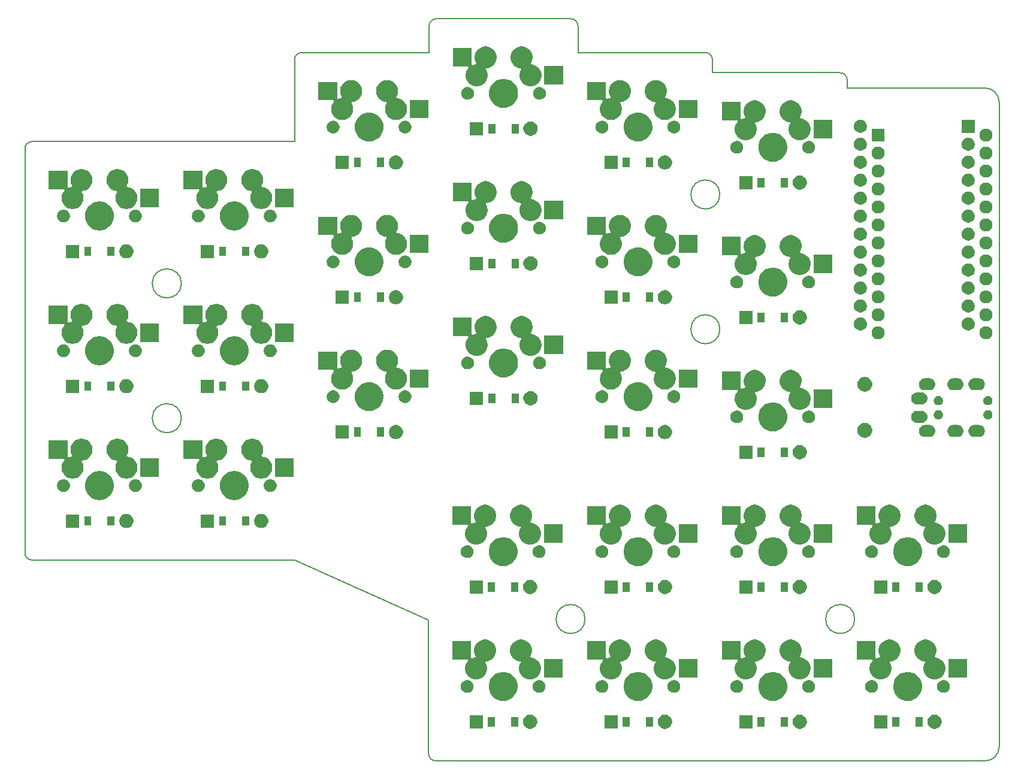
<source format=gbr>
G04 #@! TF.GenerationSoftware,KiCad,Pcbnew,5.1.5+dfsg1-2build2*
G04 #@! TF.CreationDate,2022-10-22T21:51:20+00:00*
G04 #@! TF.ProjectId,board,626f6172-642e-46b6-9963-61645f706362,v1.0.0*
G04 #@! TF.SameCoordinates,Original*
G04 #@! TF.FileFunction,Soldermask,Top*
G04 #@! TF.FilePolarity,Negative*
%FSLAX46Y46*%
G04 Gerber Fmt 4.6, Leading zero omitted, Abs format (unit mm)*
G04 Created by KiCad (PCBNEW 5.1.5+dfsg1-2build2) date 2022-10-22 21:51:20*
%MOMM*%
%LPD*%
G04 APERTURE LIST*
G04 #@! TA.AperFunction,Profile*
%ADD10C,0.150000*%
G04 #@! TD*
%ADD11C,0.350000*%
G04 APERTURE END LIST*
D10*
X9525000Y-10525000D02*
X46625000Y-10525000D01*
X8525000Y-9525000D02*
X8525000Y47625000D01*
X9525000Y-10525000D02*
G75*
G02X8525000Y-9525000I0J1000000D01*
G01*
X9525000Y48625000D02*
X46625000Y48625000D01*
X8525000Y47625000D02*
G75*
G02X9525000Y48625000I1000000J0D01*
G01*
X65625000Y61198000D02*
X47625000Y61198000D01*
X46625000Y60198000D02*
G75*
G02X47625000Y61198000I1000000J0D01*
G01*
X46625000Y60198000D02*
X46625000Y48625000D01*
X86675000Y61198000D02*
X86675000Y64960500D01*
X85675000Y65960500D02*
G75*
G02X86675000Y64960500I0J-1000000D01*
G01*
X85675000Y65960500D02*
X66625000Y65960500D01*
X65625000Y64960500D02*
G75*
G02X66625000Y65960500I1000000J0D01*
G01*
X65625000Y64960500D02*
X65625000Y61198000D01*
X105675000Y58340500D02*
X105675000Y60198000D01*
X104675000Y61198000D02*
G75*
G02X105675000Y60198000I0J-1000000D01*
G01*
X104675000Y61198000D02*
X86675000Y61198000D01*
X124725000Y56190500D02*
X124725000Y57340500D01*
X123725000Y58340500D02*
G75*
G02X124725000Y57340500I0J-1000000D01*
G01*
X123725000Y58340500D02*
X105675000Y58340500D01*
X65575000Y-37909500D02*
X65575000Y-18968378D01*
X66575000Y-38909500D02*
X144200000Y-38909500D01*
X66575000Y-38909500D02*
G75*
G02X65575000Y-37909500I0J1000000D01*
G01*
X65575000Y-18968378D02*
X46625000Y-10525000D01*
X146200000Y-36909500D02*
G75*
G02X144200000Y-38909500I-2000000J0D01*
G01*
X146200000Y-36909500D02*
X146200000Y54190500D01*
X144200000Y56190500D02*
G75*
G02X146200000Y54190500I0J-2000000D01*
G01*
X144200000Y56190500D02*
X124725000Y56190500D01*
X30625000Y28575000D02*
G75*
G03X30625000Y28575000I-2050000J0D01*
G01*
X30625000Y9525000D02*
G75*
G03X30625000Y9525000I-2050000J0D01*
G01*
X106725000Y41148000D02*
G75*
G03X106725000Y41148000I-2050000J0D01*
G01*
X106725000Y22098000D02*
G75*
G03X106725000Y22098000I-2050000J0D01*
G01*
X125775000Y-18859500D02*
G75*
G03X125775000Y-18859500I-2050000J0D01*
G01*
X87675000Y-18859500D02*
G75*
G03X87675000Y-18859500I-2050000J0D01*
G01*
D11*
G36*
X137352419Y-32420525D02*
G01*
X137534862Y-32496096D01*
X137699057Y-32605807D01*
X137838693Y-32745443D01*
X137948404Y-32909638D01*
X138023975Y-33092081D01*
X138062500Y-33285762D01*
X138062500Y-33483238D01*
X138023975Y-33676919D01*
X137948404Y-33859362D01*
X137838693Y-34023557D01*
X137699057Y-34163193D01*
X137534862Y-34272904D01*
X137352419Y-34348475D01*
X137158738Y-34387000D01*
X136961262Y-34387000D01*
X136767581Y-34348475D01*
X136585138Y-34272904D01*
X136420943Y-34163193D01*
X136281307Y-34023557D01*
X136171596Y-33859362D01*
X136096025Y-33676919D01*
X136057500Y-33483238D01*
X136057500Y-33285762D01*
X136096025Y-33092081D01*
X136171596Y-32909638D01*
X136281307Y-32745443D01*
X136420943Y-32605807D01*
X136585138Y-32496096D01*
X136767581Y-32420525D01*
X136961262Y-32382000D01*
X137158738Y-32382000D01*
X137352419Y-32420525D01*
G37*
G36*
X99252419Y-32420525D02*
G01*
X99434862Y-32496096D01*
X99599057Y-32605807D01*
X99738693Y-32745443D01*
X99848404Y-32909638D01*
X99923975Y-33092081D01*
X99962500Y-33285762D01*
X99962500Y-33483238D01*
X99923975Y-33676919D01*
X99848404Y-33859362D01*
X99738693Y-34023557D01*
X99599057Y-34163193D01*
X99434862Y-34272904D01*
X99252419Y-34348475D01*
X99058738Y-34387000D01*
X98861262Y-34387000D01*
X98667581Y-34348475D01*
X98485138Y-34272904D01*
X98320943Y-34163193D01*
X98181307Y-34023557D01*
X98071596Y-33859362D01*
X97996025Y-33676919D01*
X97957500Y-33483238D01*
X97957500Y-33285762D01*
X97996025Y-33092081D01*
X98071596Y-32909638D01*
X98181307Y-32745443D01*
X98320943Y-32605807D01*
X98485138Y-32496096D01*
X98667581Y-32420525D01*
X98861262Y-32382000D01*
X99058738Y-32382000D01*
X99252419Y-32420525D01*
G37*
G36*
X80202419Y-32420525D02*
G01*
X80384862Y-32496096D01*
X80549057Y-32605807D01*
X80688693Y-32745443D01*
X80798404Y-32909638D01*
X80873975Y-33092081D01*
X80912500Y-33285762D01*
X80912500Y-33483238D01*
X80873975Y-33676919D01*
X80798404Y-33859362D01*
X80688693Y-34023557D01*
X80549057Y-34163193D01*
X80384862Y-34272904D01*
X80202419Y-34348475D01*
X80008738Y-34387000D01*
X79811262Y-34387000D01*
X79617581Y-34348475D01*
X79435138Y-34272904D01*
X79270943Y-34163193D01*
X79131307Y-34023557D01*
X79021596Y-33859362D01*
X78946025Y-33676919D01*
X78907500Y-33483238D01*
X78907500Y-33285762D01*
X78946025Y-33092081D01*
X79021596Y-32909638D01*
X79131307Y-32745443D01*
X79270943Y-32605807D01*
X79435138Y-32496096D01*
X79617581Y-32420525D01*
X79811262Y-32382000D01*
X80008738Y-32382000D01*
X80202419Y-32420525D01*
G37*
G36*
X118302419Y-32420525D02*
G01*
X118484862Y-32496096D01*
X118649057Y-32605807D01*
X118788693Y-32745443D01*
X118898404Y-32909638D01*
X118973975Y-33092081D01*
X119012500Y-33285762D01*
X119012500Y-33483238D01*
X118973975Y-33676919D01*
X118898404Y-33859362D01*
X118788693Y-34023557D01*
X118649057Y-34163193D01*
X118484862Y-34272904D01*
X118302419Y-34348475D01*
X118108738Y-34387000D01*
X117911262Y-34387000D01*
X117717581Y-34348475D01*
X117535138Y-34272904D01*
X117370943Y-34163193D01*
X117231307Y-34023557D01*
X117121596Y-33859362D01*
X117046025Y-33676919D01*
X117007500Y-33483238D01*
X117007500Y-33285762D01*
X117046025Y-33092081D01*
X117121596Y-32909638D01*
X117231307Y-32745443D01*
X117370943Y-32605807D01*
X117535138Y-32496096D01*
X117717581Y-32420525D01*
X117911262Y-32382000D01*
X118108738Y-32382000D01*
X118302419Y-32420525D01*
G37*
G36*
X73229000Y-34323500D02*
G01*
X71351000Y-34323500D01*
X71351000Y-32445500D01*
X73229000Y-32445500D01*
X73229000Y-34323500D01*
G37*
G36*
X111329000Y-34323500D02*
G01*
X109451000Y-34323500D01*
X109451000Y-32445500D01*
X111329000Y-32445500D01*
X111329000Y-34323500D01*
G37*
G36*
X92279000Y-34323500D02*
G01*
X90401000Y-34323500D01*
X90401000Y-32445500D01*
X92279000Y-32445500D01*
X92279000Y-34323500D01*
G37*
G36*
X130379000Y-34323500D02*
G01*
X128501000Y-34323500D01*
X128501000Y-32445500D01*
X130379000Y-32445500D01*
X130379000Y-34323500D01*
G37*
G36*
X132100000Y-34034500D02*
G01*
X131100000Y-34034500D01*
X131100000Y-32734500D01*
X132100000Y-32734500D01*
X132100000Y-34034500D01*
G37*
G36*
X113050000Y-34034500D02*
G01*
X112050000Y-34034500D01*
X112050000Y-32734500D01*
X113050000Y-32734500D01*
X113050000Y-34034500D01*
G37*
G36*
X97300000Y-34034500D02*
G01*
X96300000Y-34034500D01*
X96300000Y-32734500D01*
X97300000Y-32734500D01*
X97300000Y-34034500D01*
G37*
G36*
X94000000Y-34034500D02*
G01*
X93000000Y-34034500D01*
X93000000Y-32734500D01*
X94000000Y-32734500D01*
X94000000Y-34034500D01*
G37*
G36*
X135400000Y-34034500D02*
G01*
X134400000Y-34034500D01*
X134400000Y-32734500D01*
X135400000Y-32734500D01*
X135400000Y-34034500D01*
G37*
G36*
X78250000Y-34034500D02*
G01*
X77250000Y-34034500D01*
X77250000Y-32734500D01*
X78250000Y-32734500D01*
X78250000Y-34034500D01*
G37*
G36*
X74950000Y-34034500D02*
G01*
X73950000Y-34034500D01*
X73950000Y-32734500D01*
X74950000Y-32734500D01*
X74950000Y-34034500D01*
G37*
G36*
X116350000Y-34034500D02*
G01*
X115350000Y-34034500D01*
X115350000Y-32734500D01*
X116350000Y-32734500D01*
X116350000Y-34034500D01*
G37*
G36*
X95482933Y-26366782D02*
G01*
X95746184Y-26419146D01*
X96118150Y-26573219D01*
X96452911Y-26796899D01*
X96737601Y-27081589D01*
X96961281Y-27416350D01*
X97115354Y-27788316D01*
X97193900Y-28183193D01*
X97193900Y-28585807D01*
X97115354Y-28980684D01*
X96961281Y-29352650D01*
X96737601Y-29687411D01*
X96452911Y-29972101D01*
X96118150Y-30195781D01*
X95746184Y-30349854D01*
X95482933Y-30402218D01*
X95351308Y-30428400D01*
X94948692Y-30428400D01*
X94817067Y-30402218D01*
X94553816Y-30349854D01*
X94181850Y-30195781D01*
X93847089Y-29972101D01*
X93562399Y-29687411D01*
X93338719Y-29352650D01*
X93184646Y-28980684D01*
X93106100Y-28585807D01*
X93106100Y-28183193D01*
X93184646Y-27788316D01*
X93338719Y-27416350D01*
X93562399Y-27081589D01*
X93847089Y-26796899D01*
X94181850Y-26573219D01*
X94553816Y-26419146D01*
X94817067Y-26366782D01*
X94948692Y-26340600D01*
X95351308Y-26340600D01*
X95482933Y-26366782D01*
G37*
G36*
X114532933Y-26366782D02*
G01*
X114796184Y-26419146D01*
X115168150Y-26573219D01*
X115502911Y-26796899D01*
X115787601Y-27081589D01*
X116011281Y-27416350D01*
X116165354Y-27788316D01*
X116243900Y-28183193D01*
X116243900Y-28585807D01*
X116165354Y-28980684D01*
X116011281Y-29352650D01*
X115787601Y-29687411D01*
X115502911Y-29972101D01*
X115168150Y-30195781D01*
X114796184Y-30349854D01*
X114532933Y-30402218D01*
X114401308Y-30428400D01*
X113998692Y-30428400D01*
X113867067Y-30402218D01*
X113603816Y-30349854D01*
X113231850Y-30195781D01*
X112897089Y-29972101D01*
X112612399Y-29687411D01*
X112388719Y-29352650D01*
X112234646Y-28980684D01*
X112156100Y-28585807D01*
X112156100Y-28183193D01*
X112234646Y-27788316D01*
X112388719Y-27416350D01*
X112612399Y-27081589D01*
X112897089Y-26796899D01*
X113231850Y-26573219D01*
X113603816Y-26419146D01*
X113867067Y-26366782D01*
X113998692Y-26340600D01*
X114401308Y-26340600D01*
X114532933Y-26366782D01*
G37*
G36*
X133582933Y-26366782D02*
G01*
X133846184Y-26419146D01*
X134218150Y-26573219D01*
X134552911Y-26796899D01*
X134837601Y-27081589D01*
X135061281Y-27416350D01*
X135215354Y-27788316D01*
X135293900Y-28183193D01*
X135293900Y-28585807D01*
X135215354Y-28980684D01*
X135061281Y-29352650D01*
X134837601Y-29687411D01*
X134552911Y-29972101D01*
X134218150Y-30195781D01*
X133846184Y-30349854D01*
X133582933Y-30402218D01*
X133451308Y-30428400D01*
X133048692Y-30428400D01*
X132917067Y-30402218D01*
X132653816Y-30349854D01*
X132281850Y-30195781D01*
X131947089Y-29972101D01*
X131662399Y-29687411D01*
X131438719Y-29352650D01*
X131284646Y-28980684D01*
X131206100Y-28585807D01*
X131206100Y-28183193D01*
X131284646Y-27788316D01*
X131438719Y-27416350D01*
X131662399Y-27081589D01*
X131947089Y-26796899D01*
X132281850Y-26573219D01*
X132653816Y-26419146D01*
X132917067Y-26366782D01*
X133048692Y-26340600D01*
X133451308Y-26340600D01*
X133582933Y-26366782D01*
G37*
G36*
X76432933Y-26366782D02*
G01*
X76696184Y-26419146D01*
X77068150Y-26573219D01*
X77402911Y-26796899D01*
X77687601Y-27081589D01*
X77911281Y-27416350D01*
X78065354Y-27788316D01*
X78143900Y-28183193D01*
X78143900Y-28585807D01*
X78065354Y-28980684D01*
X77911281Y-29352650D01*
X77687601Y-29687411D01*
X77402911Y-29972101D01*
X77068150Y-30195781D01*
X76696184Y-30349854D01*
X76432933Y-30402218D01*
X76301308Y-30428400D01*
X75898692Y-30428400D01*
X75767067Y-30402218D01*
X75503816Y-30349854D01*
X75131850Y-30195781D01*
X74797089Y-29972101D01*
X74512399Y-29687411D01*
X74288719Y-29352650D01*
X74134646Y-28980684D01*
X74056100Y-28585807D01*
X74056100Y-28183193D01*
X74134646Y-27788316D01*
X74288719Y-27416350D01*
X74512399Y-27081589D01*
X74797089Y-26796899D01*
X75131850Y-26573219D01*
X75503816Y-26419146D01*
X75767067Y-26366782D01*
X75898692Y-26340600D01*
X76301308Y-26340600D01*
X76432933Y-26366782D01*
G37*
G36*
X138505757Y-27500911D02*
G01*
X138592783Y-27518221D01*
X138674759Y-27552177D01*
X138756737Y-27586133D01*
X138904288Y-27684723D01*
X139029777Y-27810212D01*
X139128367Y-27957763D01*
X139196279Y-28121718D01*
X139230900Y-28295768D01*
X139230900Y-28473232D01*
X139196279Y-28647282D01*
X139128367Y-28811237D01*
X139029777Y-28958788D01*
X138904288Y-29084277D01*
X138756737Y-29182867D01*
X138674759Y-29216823D01*
X138592783Y-29250779D01*
X138505757Y-29268089D01*
X138418732Y-29285400D01*
X138241268Y-29285400D01*
X138154243Y-29268090D01*
X138067217Y-29250779D01*
X137985241Y-29216823D01*
X137903263Y-29182867D01*
X137755712Y-29084277D01*
X137630223Y-28958788D01*
X137531633Y-28811237D01*
X137463721Y-28647282D01*
X137429100Y-28473232D01*
X137429100Y-28295768D01*
X137463721Y-28121718D01*
X137531633Y-27957763D01*
X137630223Y-27810212D01*
X137755712Y-27684723D01*
X137903263Y-27586133D01*
X137985241Y-27552177D01*
X138067217Y-27518221D01*
X138154243Y-27500910D01*
X138241268Y-27483600D01*
X138418732Y-27483600D01*
X138505757Y-27500911D01*
G37*
G36*
X119455757Y-27500911D02*
G01*
X119542783Y-27518221D01*
X119624759Y-27552177D01*
X119706737Y-27586133D01*
X119854288Y-27684723D01*
X119979777Y-27810212D01*
X120078367Y-27957763D01*
X120146279Y-28121718D01*
X120180900Y-28295768D01*
X120180900Y-28473232D01*
X120146279Y-28647282D01*
X120078367Y-28811237D01*
X119979777Y-28958788D01*
X119854288Y-29084277D01*
X119706737Y-29182867D01*
X119624759Y-29216823D01*
X119542783Y-29250779D01*
X119455757Y-29268090D01*
X119368732Y-29285400D01*
X119191268Y-29285400D01*
X119104243Y-29268090D01*
X119017217Y-29250779D01*
X118935241Y-29216823D01*
X118853263Y-29182867D01*
X118705712Y-29084277D01*
X118580223Y-28958788D01*
X118481633Y-28811237D01*
X118413721Y-28647282D01*
X118379100Y-28473232D01*
X118379100Y-28295768D01*
X118413721Y-28121718D01*
X118481633Y-27957763D01*
X118580223Y-27810212D01*
X118705712Y-27684723D01*
X118853263Y-27586133D01*
X118935241Y-27552177D01*
X119017217Y-27518221D01*
X119104243Y-27500911D01*
X119191268Y-27483600D01*
X119368732Y-27483600D01*
X119455757Y-27500911D01*
G37*
G36*
X109295757Y-27500911D02*
G01*
X109382783Y-27518221D01*
X109464759Y-27552177D01*
X109546737Y-27586133D01*
X109694288Y-27684723D01*
X109819777Y-27810212D01*
X109918367Y-27957763D01*
X109986279Y-28121718D01*
X110020900Y-28295768D01*
X110020900Y-28473232D01*
X109986279Y-28647282D01*
X109918367Y-28811237D01*
X109819777Y-28958788D01*
X109694288Y-29084277D01*
X109546737Y-29182867D01*
X109464759Y-29216823D01*
X109382783Y-29250779D01*
X109295757Y-29268090D01*
X109208732Y-29285400D01*
X109031268Y-29285400D01*
X108944243Y-29268090D01*
X108857217Y-29250779D01*
X108775241Y-29216823D01*
X108693263Y-29182867D01*
X108545712Y-29084277D01*
X108420223Y-28958788D01*
X108321633Y-28811237D01*
X108253721Y-28647282D01*
X108219100Y-28473232D01*
X108219100Y-28295768D01*
X108253721Y-28121718D01*
X108321633Y-27957763D01*
X108420223Y-27810212D01*
X108545712Y-27684723D01*
X108693263Y-27586133D01*
X108775241Y-27552177D01*
X108857217Y-27518221D01*
X108944243Y-27500911D01*
X109031268Y-27483600D01*
X109208732Y-27483600D01*
X109295757Y-27500911D01*
G37*
G36*
X81355757Y-27500911D02*
G01*
X81442783Y-27518221D01*
X81524759Y-27552177D01*
X81606737Y-27586133D01*
X81754288Y-27684723D01*
X81879777Y-27810212D01*
X81978367Y-27957763D01*
X82046279Y-28121718D01*
X82080900Y-28295768D01*
X82080900Y-28473232D01*
X82046279Y-28647282D01*
X81978367Y-28811237D01*
X81879777Y-28958788D01*
X81754288Y-29084277D01*
X81606737Y-29182867D01*
X81524759Y-29216823D01*
X81442783Y-29250779D01*
X81355757Y-29268090D01*
X81268732Y-29285400D01*
X81091268Y-29285400D01*
X81004243Y-29268090D01*
X80917217Y-29250779D01*
X80835241Y-29216823D01*
X80753263Y-29182867D01*
X80605712Y-29084277D01*
X80480223Y-28958788D01*
X80381633Y-28811237D01*
X80313721Y-28647282D01*
X80279100Y-28473232D01*
X80279100Y-28295768D01*
X80313721Y-28121718D01*
X80381633Y-27957763D01*
X80480223Y-27810212D01*
X80605712Y-27684723D01*
X80753263Y-27586133D01*
X80835241Y-27552177D01*
X80917217Y-27518221D01*
X81004243Y-27500911D01*
X81091268Y-27483600D01*
X81268732Y-27483600D01*
X81355757Y-27500911D01*
G37*
G36*
X100405757Y-27500911D02*
G01*
X100492783Y-27518221D01*
X100574759Y-27552177D01*
X100656737Y-27586133D01*
X100804288Y-27684723D01*
X100929777Y-27810212D01*
X101028367Y-27957763D01*
X101096279Y-28121718D01*
X101130900Y-28295768D01*
X101130900Y-28473232D01*
X101096279Y-28647282D01*
X101028367Y-28811237D01*
X100929777Y-28958788D01*
X100804288Y-29084277D01*
X100656737Y-29182867D01*
X100574759Y-29216823D01*
X100492783Y-29250779D01*
X100405757Y-29268090D01*
X100318732Y-29285400D01*
X100141268Y-29285400D01*
X100054243Y-29268090D01*
X99967217Y-29250779D01*
X99885241Y-29216823D01*
X99803263Y-29182867D01*
X99655712Y-29084277D01*
X99530223Y-28958788D01*
X99431633Y-28811237D01*
X99363721Y-28647282D01*
X99329100Y-28473232D01*
X99329100Y-28295768D01*
X99363721Y-28121718D01*
X99431633Y-27957763D01*
X99530223Y-27810212D01*
X99655712Y-27684723D01*
X99803263Y-27586133D01*
X99885241Y-27552177D01*
X99967217Y-27518221D01*
X100054243Y-27500911D01*
X100141268Y-27483600D01*
X100318732Y-27483600D01*
X100405757Y-27500911D01*
G37*
G36*
X71195757Y-27500911D02*
G01*
X71282783Y-27518221D01*
X71364759Y-27552177D01*
X71446737Y-27586133D01*
X71594288Y-27684723D01*
X71719777Y-27810212D01*
X71818367Y-27957763D01*
X71886279Y-28121718D01*
X71920900Y-28295768D01*
X71920900Y-28473232D01*
X71886279Y-28647282D01*
X71818367Y-28811237D01*
X71719777Y-28958788D01*
X71594288Y-29084277D01*
X71446737Y-29182867D01*
X71364759Y-29216823D01*
X71282783Y-29250779D01*
X71195757Y-29268090D01*
X71108732Y-29285400D01*
X70931268Y-29285400D01*
X70844243Y-29268090D01*
X70757217Y-29250779D01*
X70675241Y-29216823D01*
X70593263Y-29182867D01*
X70445712Y-29084277D01*
X70320223Y-28958788D01*
X70221633Y-28811237D01*
X70153721Y-28647282D01*
X70119100Y-28473232D01*
X70119100Y-28295768D01*
X70153721Y-28121718D01*
X70221633Y-27957763D01*
X70320223Y-27810212D01*
X70445712Y-27684723D01*
X70593263Y-27586133D01*
X70675241Y-27552177D01*
X70757217Y-27518221D01*
X70844243Y-27500911D01*
X70931268Y-27483600D01*
X71108732Y-27483600D01*
X71195757Y-27500911D01*
G37*
G36*
X90245757Y-27500911D02*
G01*
X90332783Y-27518221D01*
X90414759Y-27552177D01*
X90496737Y-27586133D01*
X90644288Y-27684723D01*
X90769777Y-27810212D01*
X90868367Y-27957763D01*
X90936279Y-28121718D01*
X90970900Y-28295768D01*
X90970900Y-28473232D01*
X90936279Y-28647282D01*
X90868367Y-28811237D01*
X90769777Y-28958788D01*
X90644288Y-29084277D01*
X90496737Y-29182867D01*
X90414759Y-29216823D01*
X90332783Y-29250779D01*
X90245757Y-29268090D01*
X90158732Y-29285400D01*
X89981268Y-29285400D01*
X89894243Y-29268090D01*
X89807217Y-29250779D01*
X89725241Y-29216823D01*
X89643263Y-29182867D01*
X89495712Y-29084277D01*
X89370223Y-28958788D01*
X89271633Y-28811237D01*
X89203721Y-28647282D01*
X89169100Y-28473232D01*
X89169100Y-28295768D01*
X89203721Y-28121718D01*
X89271633Y-27957763D01*
X89370223Y-27810212D01*
X89495712Y-27684723D01*
X89643263Y-27586133D01*
X89725241Y-27552177D01*
X89807217Y-27518221D01*
X89894243Y-27500911D01*
X89981268Y-27483600D01*
X90158732Y-27483600D01*
X90245757Y-27500911D01*
G37*
G36*
X128345757Y-27500911D02*
G01*
X128432783Y-27518221D01*
X128514759Y-27552177D01*
X128596737Y-27586133D01*
X128744288Y-27684723D01*
X128869777Y-27810212D01*
X128968367Y-27957763D01*
X129036279Y-28121718D01*
X129070900Y-28295768D01*
X129070900Y-28473232D01*
X129036279Y-28647282D01*
X128968367Y-28811237D01*
X128869777Y-28958788D01*
X128744288Y-29084277D01*
X128596737Y-29182867D01*
X128514759Y-29216823D01*
X128432783Y-29250779D01*
X128345757Y-29268089D01*
X128258732Y-29285400D01*
X128081268Y-29285400D01*
X127994243Y-29268090D01*
X127907217Y-29250779D01*
X127825241Y-29216823D01*
X127743263Y-29182867D01*
X127595712Y-29084277D01*
X127470223Y-28958788D01*
X127371633Y-28811237D01*
X127303721Y-28647282D01*
X127269100Y-28473232D01*
X127269100Y-28295768D01*
X127303721Y-28121718D01*
X127371633Y-27957763D01*
X127470223Y-27810212D01*
X127595712Y-27684723D01*
X127743263Y-27586133D01*
X127825241Y-27552177D01*
X127907217Y-27518221D01*
X127994243Y-27500911D01*
X128081268Y-27483600D01*
X128258732Y-27483600D01*
X128345757Y-27500911D01*
G37*
G36*
X111962390Y-21784282D02*
G01*
X112112118Y-21814065D01*
X112228960Y-21862463D01*
X112394199Y-21930907D01*
X112394200Y-21930908D01*
X112648068Y-22100536D01*
X112863964Y-22316432D01*
X112977306Y-22486061D01*
X113033593Y-22570301D01*
X113150435Y-22852383D01*
X113210000Y-23151837D01*
X113210000Y-23457163D01*
X113150435Y-23756617D01*
X113033593Y-24038699D01*
X113033592Y-24038700D01*
X112863964Y-24292568D01*
X112648068Y-24508464D01*
X112504339Y-24604500D01*
X112394199Y-24678093D01*
X112228960Y-24746537D01*
X112112118Y-24794935D01*
X112018015Y-24813653D01*
X111801961Y-24856629D01*
X111778512Y-24863742D01*
X111756901Y-24875293D01*
X111737959Y-24890838D01*
X111722414Y-24909780D01*
X111710863Y-24931391D01*
X111703750Y-24954840D01*
X111701348Y-24979226D01*
X111703750Y-25003612D01*
X111710863Y-25027061D01*
X111722414Y-25048672D01*
X111763593Y-25110301D01*
X111880435Y-25392383D01*
X111940000Y-25691837D01*
X111940000Y-25997163D01*
X111880435Y-26296617D01*
X111763593Y-26578699D01*
X111763592Y-26578700D01*
X111593964Y-26832568D01*
X111378068Y-27048464D01*
X111234339Y-27144500D01*
X111124199Y-27218093D01*
X110958960Y-27286537D01*
X110842118Y-27334935D01*
X110692390Y-27364718D01*
X110542663Y-27394500D01*
X110237337Y-27394500D01*
X110087610Y-27364718D01*
X109937882Y-27334935D01*
X109821040Y-27286537D01*
X109655801Y-27218093D01*
X109545661Y-27144500D01*
X109401932Y-27048464D01*
X109186036Y-26832568D01*
X109016408Y-26578700D01*
X109016407Y-26578699D01*
X108899565Y-26296617D01*
X108840000Y-25997163D01*
X108840000Y-25691837D01*
X108899565Y-25392383D01*
X109016407Y-25110301D01*
X109103988Y-24979226D01*
X109186036Y-24856432D01*
X109224587Y-24817881D01*
X109240127Y-24798945D01*
X109251678Y-24777334D01*
X109258791Y-24753885D01*
X109261193Y-24729499D01*
X109258791Y-24705113D01*
X109251678Y-24681664D01*
X109240127Y-24660053D01*
X109224582Y-24641111D01*
X109205640Y-24625566D01*
X109184029Y-24614015D01*
X109160580Y-24606902D01*
X109136194Y-24604500D01*
X107033000Y-24604500D01*
X107033000Y-22004500D01*
X109683000Y-22004500D01*
X109683000Y-24272567D01*
X109685402Y-24296953D01*
X109692515Y-24320402D01*
X109704066Y-24342013D01*
X109719611Y-24360955D01*
X109738553Y-24376500D01*
X109760164Y-24388051D01*
X109783613Y-24395164D01*
X109807999Y-24397566D01*
X109832385Y-24395164D01*
X109855831Y-24388052D01*
X109937882Y-24354065D01*
X110031985Y-24335347D01*
X110248039Y-24292371D01*
X110271488Y-24285258D01*
X110293099Y-24273707D01*
X110312041Y-24258162D01*
X110327586Y-24239220D01*
X110339137Y-24217609D01*
X110346250Y-24194160D01*
X110348652Y-24169774D01*
X110346250Y-24145388D01*
X110339137Y-24121939D01*
X110327586Y-24100328D01*
X110286407Y-24038699D01*
X110169565Y-23756617D01*
X110110000Y-23457163D01*
X110110000Y-23151837D01*
X110169565Y-22852383D01*
X110286407Y-22570301D01*
X110342694Y-22486061D01*
X110456036Y-22316432D01*
X110671932Y-22100536D01*
X110925800Y-21930908D01*
X110925801Y-21930907D01*
X111091040Y-21862463D01*
X111207882Y-21814065D01*
X111357610Y-21784282D01*
X111507337Y-21754500D01*
X111812663Y-21754500D01*
X111962390Y-21784282D01*
G37*
G36*
X117042390Y-21784282D02*
G01*
X117192118Y-21814065D01*
X117308960Y-21862463D01*
X117474199Y-21930907D01*
X117474200Y-21930908D01*
X117728068Y-22100536D01*
X117943964Y-22316432D01*
X118057306Y-22486061D01*
X118113593Y-22570301D01*
X118230435Y-22852383D01*
X118290000Y-23151837D01*
X118290000Y-23457163D01*
X118230435Y-23756617D01*
X118113593Y-24038699D01*
X118072414Y-24100328D01*
X118060863Y-24121939D01*
X118053750Y-24145388D01*
X118051348Y-24169774D01*
X118053750Y-24194160D01*
X118060863Y-24217609D01*
X118072414Y-24239220D01*
X118087959Y-24258162D01*
X118106901Y-24273707D01*
X118128512Y-24285258D01*
X118151961Y-24292371D01*
X118368015Y-24335347D01*
X118462118Y-24354065D01*
X118544167Y-24388051D01*
X118744199Y-24470907D01*
X118744200Y-24470908D01*
X118998068Y-24640536D01*
X119213964Y-24856432D01*
X119296012Y-24979226D01*
X119383593Y-25110301D01*
X119500435Y-25392383D01*
X119560000Y-25691837D01*
X119560000Y-25997163D01*
X119500435Y-26296617D01*
X119383593Y-26578699D01*
X119383592Y-26578700D01*
X119213964Y-26832568D01*
X118998068Y-27048464D01*
X118854339Y-27144500D01*
X118744199Y-27218093D01*
X118578960Y-27286537D01*
X118462118Y-27334935D01*
X118312390Y-27364718D01*
X118162663Y-27394500D01*
X117857337Y-27394500D01*
X117707610Y-27364718D01*
X117557882Y-27334935D01*
X117441040Y-27286537D01*
X117275801Y-27218093D01*
X117165661Y-27144500D01*
X117021932Y-27048464D01*
X116806036Y-26832568D01*
X116636408Y-26578700D01*
X116636407Y-26578699D01*
X116519565Y-26296617D01*
X116460000Y-25997163D01*
X116460000Y-25691837D01*
X116519565Y-25392383D01*
X116636407Y-25110301D01*
X116677586Y-25048672D01*
X116689137Y-25027061D01*
X116696250Y-25003612D01*
X116698652Y-24979226D01*
X116696250Y-24954840D01*
X116689137Y-24931391D01*
X116677586Y-24909780D01*
X116662041Y-24890838D01*
X116643099Y-24875293D01*
X116621488Y-24863742D01*
X116598039Y-24856629D01*
X116381985Y-24813653D01*
X116287882Y-24794935D01*
X116171040Y-24746537D01*
X116005801Y-24678093D01*
X115895661Y-24604500D01*
X115751932Y-24508464D01*
X115536036Y-24292568D01*
X115366408Y-24038700D01*
X115366407Y-24038699D01*
X115249565Y-23756617D01*
X115190000Y-23457163D01*
X115190000Y-23151837D01*
X115249565Y-22852383D01*
X115366407Y-22570301D01*
X115422694Y-22486061D01*
X115536036Y-22316432D01*
X115751932Y-22100536D01*
X116005800Y-21930908D01*
X116005801Y-21930907D01*
X116171040Y-21862463D01*
X116287882Y-21814065D01*
X116437610Y-21784282D01*
X116587337Y-21754500D01*
X116892663Y-21754500D01*
X117042390Y-21784282D01*
G37*
G36*
X131012390Y-21784282D02*
G01*
X131162118Y-21814065D01*
X131278960Y-21862463D01*
X131444199Y-21930907D01*
X131444200Y-21930908D01*
X131698068Y-22100536D01*
X131913964Y-22316432D01*
X132027306Y-22486061D01*
X132083593Y-22570301D01*
X132200435Y-22852383D01*
X132260000Y-23151837D01*
X132260000Y-23457163D01*
X132200435Y-23756617D01*
X132083593Y-24038699D01*
X132083592Y-24038700D01*
X131913964Y-24292568D01*
X131698068Y-24508464D01*
X131554339Y-24604500D01*
X131444199Y-24678093D01*
X131278960Y-24746537D01*
X131162118Y-24794935D01*
X131068015Y-24813653D01*
X130851961Y-24856629D01*
X130828512Y-24863742D01*
X130806901Y-24875293D01*
X130787959Y-24890838D01*
X130772414Y-24909780D01*
X130760863Y-24931391D01*
X130753750Y-24954840D01*
X130751348Y-24979226D01*
X130753750Y-25003612D01*
X130760863Y-25027061D01*
X130772414Y-25048672D01*
X130813593Y-25110301D01*
X130930435Y-25392383D01*
X130990000Y-25691837D01*
X130990000Y-25997163D01*
X130930435Y-26296617D01*
X130813593Y-26578699D01*
X130813592Y-26578700D01*
X130643964Y-26832568D01*
X130428068Y-27048464D01*
X130284339Y-27144500D01*
X130174199Y-27218093D01*
X130008960Y-27286537D01*
X129892118Y-27334935D01*
X129742390Y-27364718D01*
X129592663Y-27394500D01*
X129287337Y-27394500D01*
X129137610Y-27364718D01*
X128987882Y-27334935D01*
X128871040Y-27286537D01*
X128705801Y-27218093D01*
X128595661Y-27144500D01*
X128451932Y-27048464D01*
X128236036Y-26832568D01*
X128066408Y-26578700D01*
X128066407Y-26578699D01*
X127949565Y-26296617D01*
X127890000Y-25997163D01*
X127890000Y-25691837D01*
X127949565Y-25392383D01*
X128066407Y-25110301D01*
X128153988Y-24979226D01*
X128236036Y-24856432D01*
X128274587Y-24817881D01*
X128290127Y-24798945D01*
X128301678Y-24777334D01*
X128308791Y-24753885D01*
X128311193Y-24729499D01*
X128308791Y-24705113D01*
X128301678Y-24681664D01*
X128290127Y-24660053D01*
X128274582Y-24641111D01*
X128255640Y-24625566D01*
X128234029Y-24614015D01*
X128210580Y-24606902D01*
X128186194Y-24604500D01*
X126083000Y-24604500D01*
X126083000Y-22004500D01*
X128733000Y-22004500D01*
X128733000Y-24272567D01*
X128735402Y-24296953D01*
X128742515Y-24320402D01*
X128754066Y-24342013D01*
X128769611Y-24360955D01*
X128788553Y-24376500D01*
X128810164Y-24388051D01*
X128833613Y-24395164D01*
X128857999Y-24397566D01*
X128882385Y-24395164D01*
X128905831Y-24388052D01*
X128987882Y-24354065D01*
X129081985Y-24335347D01*
X129298039Y-24292371D01*
X129321488Y-24285258D01*
X129343099Y-24273707D01*
X129362041Y-24258162D01*
X129377586Y-24239220D01*
X129389137Y-24217609D01*
X129396250Y-24194160D01*
X129398652Y-24169774D01*
X129396250Y-24145388D01*
X129389137Y-24121939D01*
X129377586Y-24100328D01*
X129336407Y-24038699D01*
X129219565Y-23756617D01*
X129160000Y-23457163D01*
X129160000Y-23151837D01*
X129219565Y-22852383D01*
X129336407Y-22570301D01*
X129392694Y-22486061D01*
X129506036Y-22316432D01*
X129721932Y-22100536D01*
X129975800Y-21930908D01*
X129975801Y-21930907D01*
X130141040Y-21862463D01*
X130257882Y-21814065D01*
X130407610Y-21784282D01*
X130557337Y-21754500D01*
X130862663Y-21754500D01*
X131012390Y-21784282D01*
G37*
G36*
X97992390Y-21784282D02*
G01*
X98142118Y-21814065D01*
X98258960Y-21862463D01*
X98424199Y-21930907D01*
X98424200Y-21930908D01*
X98678068Y-22100536D01*
X98893964Y-22316432D01*
X99007306Y-22486061D01*
X99063593Y-22570301D01*
X99180435Y-22852383D01*
X99240000Y-23151837D01*
X99240000Y-23457163D01*
X99180435Y-23756617D01*
X99063593Y-24038699D01*
X99022414Y-24100328D01*
X99010863Y-24121939D01*
X99003750Y-24145388D01*
X99001348Y-24169774D01*
X99003750Y-24194160D01*
X99010863Y-24217609D01*
X99022414Y-24239220D01*
X99037959Y-24258162D01*
X99056901Y-24273707D01*
X99078512Y-24285258D01*
X99101961Y-24292371D01*
X99318015Y-24335347D01*
X99412118Y-24354065D01*
X99494167Y-24388051D01*
X99694199Y-24470907D01*
X99694200Y-24470908D01*
X99948068Y-24640536D01*
X100163964Y-24856432D01*
X100246012Y-24979226D01*
X100333593Y-25110301D01*
X100450435Y-25392383D01*
X100510000Y-25691837D01*
X100510000Y-25997163D01*
X100450435Y-26296617D01*
X100333593Y-26578699D01*
X100333592Y-26578700D01*
X100163964Y-26832568D01*
X99948068Y-27048464D01*
X99804339Y-27144500D01*
X99694199Y-27218093D01*
X99528960Y-27286537D01*
X99412118Y-27334935D01*
X99262390Y-27364718D01*
X99112663Y-27394500D01*
X98807337Y-27394500D01*
X98657610Y-27364718D01*
X98507882Y-27334935D01*
X98391040Y-27286537D01*
X98225801Y-27218093D01*
X98115661Y-27144500D01*
X97971932Y-27048464D01*
X97756036Y-26832568D01*
X97586408Y-26578700D01*
X97586407Y-26578699D01*
X97469565Y-26296617D01*
X97410000Y-25997163D01*
X97410000Y-25691837D01*
X97469565Y-25392383D01*
X97586407Y-25110301D01*
X97627586Y-25048672D01*
X97639137Y-25027061D01*
X97646250Y-25003612D01*
X97648652Y-24979226D01*
X97646250Y-24954840D01*
X97639137Y-24931391D01*
X97627586Y-24909780D01*
X97612041Y-24890838D01*
X97593099Y-24875293D01*
X97571488Y-24863742D01*
X97548039Y-24856629D01*
X97331985Y-24813653D01*
X97237882Y-24794935D01*
X97121040Y-24746537D01*
X96955801Y-24678093D01*
X96845661Y-24604500D01*
X96701932Y-24508464D01*
X96486036Y-24292568D01*
X96316408Y-24038700D01*
X96316407Y-24038699D01*
X96199565Y-23756617D01*
X96140000Y-23457163D01*
X96140000Y-23151837D01*
X96199565Y-22852383D01*
X96316407Y-22570301D01*
X96372694Y-22486061D01*
X96486036Y-22316432D01*
X96701932Y-22100536D01*
X96955800Y-21930908D01*
X96955801Y-21930907D01*
X97121040Y-21862463D01*
X97237882Y-21814065D01*
X97387610Y-21784282D01*
X97537337Y-21754500D01*
X97842663Y-21754500D01*
X97992390Y-21784282D01*
G37*
G36*
X92912390Y-21784282D02*
G01*
X93062118Y-21814065D01*
X93178960Y-21862463D01*
X93344199Y-21930907D01*
X93344200Y-21930908D01*
X93598068Y-22100536D01*
X93813964Y-22316432D01*
X93927306Y-22486061D01*
X93983593Y-22570301D01*
X94100435Y-22852383D01*
X94160000Y-23151837D01*
X94160000Y-23457163D01*
X94100435Y-23756617D01*
X93983593Y-24038699D01*
X93983592Y-24038700D01*
X93813964Y-24292568D01*
X93598068Y-24508464D01*
X93454339Y-24604500D01*
X93344199Y-24678093D01*
X93178960Y-24746537D01*
X93062118Y-24794935D01*
X92968015Y-24813653D01*
X92751961Y-24856629D01*
X92728512Y-24863742D01*
X92706901Y-24875293D01*
X92687959Y-24890838D01*
X92672414Y-24909780D01*
X92660863Y-24931391D01*
X92653750Y-24954840D01*
X92651348Y-24979226D01*
X92653750Y-25003612D01*
X92660863Y-25027061D01*
X92672414Y-25048672D01*
X92713593Y-25110301D01*
X92830435Y-25392383D01*
X92890000Y-25691837D01*
X92890000Y-25997163D01*
X92830435Y-26296617D01*
X92713593Y-26578699D01*
X92713592Y-26578700D01*
X92543964Y-26832568D01*
X92328068Y-27048464D01*
X92184339Y-27144500D01*
X92074199Y-27218093D01*
X91908960Y-27286537D01*
X91792118Y-27334935D01*
X91642390Y-27364718D01*
X91492663Y-27394500D01*
X91187337Y-27394500D01*
X91037610Y-27364718D01*
X90887882Y-27334935D01*
X90771040Y-27286537D01*
X90605801Y-27218093D01*
X90495661Y-27144500D01*
X90351932Y-27048464D01*
X90136036Y-26832568D01*
X89966408Y-26578700D01*
X89966407Y-26578699D01*
X89849565Y-26296617D01*
X89790000Y-25997163D01*
X89790000Y-25691837D01*
X89849565Y-25392383D01*
X89966407Y-25110301D01*
X90053988Y-24979226D01*
X90136036Y-24856432D01*
X90174587Y-24817881D01*
X90190127Y-24798945D01*
X90201678Y-24777334D01*
X90208791Y-24753885D01*
X90211193Y-24729499D01*
X90208791Y-24705113D01*
X90201678Y-24681664D01*
X90190127Y-24660053D01*
X90174582Y-24641111D01*
X90155640Y-24625566D01*
X90134029Y-24614015D01*
X90110580Y-24606902D01*
X90086194Y-24604500D01*
X87983000Y-24604500D01*
X87983000Y-22004500D01*
X90633000Y-22004500D01*
X90633000Y-24272567D01*
X90635402Y-24296953D01*
X90642515Y-24320402D01*
X90654066Y-24342013D01*
X90669611Y-24360955D01*
X90688553Y-24376500D01*
X90710164Y-24388051D01*
X90733613Y-24395164D01*
X90757999Y-24397566D01*
X90782385Y-24395164D01*
X90805831Y-24388052D01*
X90887882Y-24354065D01*
X90981985Y-24335347D01*
X91198039Y-24292371D01*
X91221488Y-24285258D01*
X91243099Y-24273707D01*
X91262041Y-24258162D01*
X91277586Y-24239220D01*
X91289137Y-24217609D01*
X91296250Y-24194160D01*
X91298652Y-24169774D01*
X91296250Y-24145388D01*
X91289137Y-24121939D01*
X91277586Y-24100328D01*
X91236407Y-24038699D01*
X91119565Y-23756617D01*
X91060000Y-23457163D01*
X91060000Y-23151837D01*
X91119565Y-22852383D01*
X91236407Y-22570301D01*
X91292694Y-22486061D01*
X91406036Y-22316432D01*
X91621932Y-22100536D01*
X91875800Y-21930908D01*
X91875801Y-21930907D01*
X92041040Y-21862463D01*
X92157882Y-21814065D01*
X92307610Y-21784282D01*
X92457337Y-21754500D01*
X92762663Y-21754500D01*
X92912390Y-21784282D01*
G37*
G36*
X136092390Y-21784282D02*
G01*
X136242118Y-21814065D01*
X136358960Y-21862463D01*
X136524199Y-21930907D01*
X136524200Y-21930908D01*
X136778068Y-22100536D01*
X136993964Y-22316432D01*
X137107306Y-22486061D01*
X137163593Y-22570301D01*
X137280435Y-22852383D01*
X137340000Y-23151837D01*
X137340000Y-23457163D01*
X137280435Y-23756617D01*
X137163593Y-24038699D01*
X137122414Y-24100328D01*
X137110863Y-24121939D01*
X137103750Y-24145388D01*
X137101348Y-24169774D01*
X137103750Y-24194160D01*
X137110863Y-24217609D01*
X137122414Y-24239220D01*
X137137959Y-24258162D01*
X137156901Y-24273707D01*
X137178512Y-24285258D01*
X137201961Y-24292371D01*
X137418015Y-24335347D01*
X137512118Y-24354065D01*
X137594167Y-24388051D01*
X137794199Y-24470907D01*
X137794200Y-24470908D01*
X138048068Y-24640536D01*
X138263964Y-24856432D01*
X138346012Y-24979226D01*
X138433593Y-25110301D01*
X138550435Y-25392383D01*
X138610000Y-25691837D01*
X138610000Y-25997163D01*
X138550435Y-26296617D01*
X138433593Y-26578699D01*
X138433592Y-26578700D01*
X138263964Y-26832568D01*
X138048068Y-27048464D01*
X137904339Y-27144500D01*
X137794199Y-27218093D01*
X137628960Y-27286537D01*
X137512118Y-27334935D01*
X137362390Y-27364718D01*
X137212663Y-27394500D01*
X136907337Y-27394500D01*
X136757610Y-27364718D01*
X136607882Y-27334935D01*
X136491040Y-27286537D01*
X136325801Y-27218093D01*
X136215661Y-27144500D01*
X136071932Y-27048464D01*
X135856036Y-26832568D01*
X135686408Y-26578700D01*
X135686407Y-26578699D01*
X135569565Y-26296617D01*
X135510000Y-25997163D01*
X135510000Y-25691837D01*
X135569565Y-25392383D01*
X135686407Y-25110301D01*
X135727586Y-25048672D01*
X135739137Y-25027061D01*
X135746250Y-25003612D01*
X135748652Y-24979226D01*
X135746250Y-24954840D01*
X135739137Y-24931391D01*
X135727586Y-24909780D01*
X135712041Y-24890838D01*
X135693099Y-24875293D01*
X135671488Y-24863742D01*
X135648039Y-24856629D01*
X135431985Y-24813653D01*
X135337882Y-24794935D01*
X135221040Y-24746537D01*
X135055801Y-24678093D01*
X134945661Y-24604500D01*
X134801932Y-24508464D01*
X134586036Y-24292568D01*
X134416408Y-24038700D01*
X134416407Y-24038699D01*
X134299565Y-23756617D01*
X134240000Y-23457163D01*
X134240000Y-23151837D01*
X134299565Y-22852383D01*
X134416407Y-22570301D01*
X134472694Y-22486061D01*
X134586036Y-22316432D01*
X134801932Y-22100536D01*
X135055800Y-21930908D01*
X135055801Y-21930907D01*
X135221040Y-21862463D01*
X135337882Y-21814065D01*
X135487610Y-21784282D01*
X135637337Y-21754500D01*
X135942663Y-21754500D01*
X136092390Y-21784282D01*
G37*
G36*
X78942390Y-21784282D02*
G01*
X79092118Y-21814065D01*
X79208960Y-21862463D01*
X79374199Y-21930907D01*
X79374200Y-21930908D01*
X79628068Y-22100536D01*
X79843964Y-22316432D01*
X79957306Y-22486061D01*
X80013593Y-22570301D01*
X80130435Y-22852383D01*
X80190000Y-23151837D01*
X80190000Y-23457163D01*
X80130435Y-23756617D01*
X80013593Y-24038699D01*
X79972414Y-24100328D01*
X79960863Y-24121939D01*
X79953750Y-24145388D01*
X79951348Y-24169774D01*
X79953750Y-24194160D01*
X79960863Y-24217609D01*
X79972414Y-24239220D01*
X79987959Y-24258162D01*
X80006901Y-24273707D01*
X80028512Y-24285258D01*
X80051961Y-24292371D01*
X80268015Y-24335347D01*
X80362118Y-24354065D01*
X80444167Y-24388051D01*
X80644199Y-24470907D01*
X80644200Y-24470908D01*
X80898068Y-24640536D01*
X81113964Y-24856432D01*
X81196012Y-24979226D01*
X81283593Y-25110301D01*
X81400435Y-25392383D01*
X81460000Y-25691837D01*
X81460000Y-25997163D01*
X81400435Y-26296617D01*
X81283593Y-26578699D01*
X81283592Y-26578700D01*
X81113964Y-26832568D01*
X80898068Y-27048464D01*
X80754339Y-27144500D01*
X80644199Y-27218093D01*
X80478960Y-27286537D01*
X80362118Y-27334935D01*
X80212390Y-27364718D01*
X80062663Y-27394500D01*
X79757337Y-27394500D01*
X79607610Y-27364718D01*
X79457882Y-27334935D01*
X79341040Y-27286537D01*
X79175801Y-27218093D01*
X79065661Y-27144500D01*
X78921932Y-27048464D01*
X78706036Y-26832568D01*
X78536408Y-26578700D01*
X78536407Y-26578699D01*
X78419565Y-26296617D01*
X78360000Y-25997163D01*
X78360000Y-25691837D01*
X78419565Y-25392383D01*
X78536407Y-25110301D01*
X78577586Y-25048672D01*
X78589137Y-25027061D01*
X78596250Y-25003612D01*
X78598652Y-24979226D01*
X78596250Y-24954840D01*
X78589137Y-24931391D01*
X78577586Y-24909780D01*
X78562041Y-24890838D01*
X78543099Y-24875293D01*
X78521488Y-24863742D01*
X78498039Y-24856629D01*
X78281985Y-24813653D01*
X78187882Y-24794935D01*
X78071040Y-24746537D01*
X77905801Y-24678093D01*
X77795661Y-24604500D01*
X77651932Y-24508464D01*
X77436036Y-24292568D01*
X77266408Y-24038700D01*
X77266407Y-24038699D01*
X77149565Y-23756617D01*
X77090000Y-23457163D01*
X77090000Y-23151837D01*
X77149565Y-22852383D01*
X77266407Y-22570301D01*
X77322694Y-22486061D01*
X77436036Y-22316432D01*
X77651932Y-22100536D01*
X77905800Y-21930908D01*
X77905801Y-21930907D01*
X78071040Y-21862463D01*
X78187882Y-21814065D01*
X78337610Y-21784282D01*
X78487337Y-21754500D01*
X78792663Y-21754500D01*
X78942390Y-21784282D01*
G37*
G36*
X73862390Y-21784282D02*
G01*
X74012118Y-21814065D01*
X74128960Y-21862463D01*
X74294199Y-21930907D01*
X74294200Y-21930908D01*
X74548068Y-22100536D01*
X74763964Y-22316432D01*
X74877306Y-22486061D01*
X74933593Y-22570301D01*
X75050435Y-22852383D01*
X75110000Y-23151837D01*
X75110000Y-23457163D01*
X75050435Y-23756617D01*
X74933593Y-24038699D01*
X74933592Y-24038700D01*
X74763964Y-24292568D01*
X74548068Y-24508464D01*
X74404339Y-24604500D01*
X74294199Y-24678093D01*
X74128960Y-24746537D01*
X74012118Y-24794935D01*
X73918015Y-24813653D01*
X73701961Y-24856629D01*
X73678512Y-24863742D01*
X73656901Y-24875293D01*
X73637959Y-24890838D01*
X73622414Y-24909780D01*
X73610863Y-24931391D01*
X73603750Y-24954840D01*
X73601348Y-24979226D01*
X73603750Y-25003612D01*
X73610863Y-25027061D01*
X73622414Y-25048672D01*
X73663593Y-25110301D01*
X73780435Y-25392383D01*
X73840000Y-25691837D01*
X73840000Y-25997163D01*
X73780435Y-26296617D01*
X73663593Y-26578699D01*
X73663592Y-26578700D01*
X73493964Y-26832568D01*
X73278068Y-27048464D01*
X73134339Y-27144500D01*
X73024199Y-27218093D01*
X72858960Y-27286537D01*
X72742118Y-27334935D01*
X72592390Y-27364718D01*
X72442663Y-27394500D01*
X72137337Y-27394500D01*
X71987610Y-27364718D01*
X71837882Y-27334935D01*
X71721040Y-27286537D01*
X71555801Y-27218093D01*
X71445661Y-27144500D01*
X71301932Y-27048464D01*
X71086036Y-26832568D01*
X70916408Y-26578700D01*
X70916407Y-26578699D01*
X70799565Y-26296617D01*
X70740000Y-25997163D01*
X70740000Y-25691837D01*
X70799565Y-25392383D01*
X70916407Y-25110301D01*
X71003988Y-24979226D01*
X71086036Y-24856432D01*
X71124587Y-24817881D01*
X71140127Y-24798945D01*
X71151678Y-24777334D01*
X71158791Y-24753885D01*
X71161193Y-24729499D01*
X71158791Y-24705113D01*
X71151678Y-24681664D01*
X71140127Y-24660053D01*
X71124582Y-24641111D01*
X71105640Y-24625566D01*
X71084029Y-24614015D01*
X71060580Y-24606902D01*
X71036194Y-24604500D01*
X68933000Y-24604500D01*
X68933000Y-22004500D01*
X71583000Y-22004500D01*
X71583000Y-24272567D01*
X71585402Y-24296953D01*
X71592515Y-24320402D01*
X71604066Y-24342013D01*
X71619611Y-24360955D01*
X71638553Y-24376500D01*
X71660164Y-24388051D01*
X71683613Y-24395164D01*
X71707999Y-24397566D01*
X71732385Y-24395164D01*
X71755831Y-24388052D01*
X71837882Y-24354065D01*
X71931985Y-24335347D01*
X72148039Y-24292371D01*
X72171488Y-24285258D01*
X72193099Y-24273707D01*
X72212041Y-24258162D01*
X72227586Y-24239220D01*
X72239137Y-24217609D01*
X72246250Y-24194160D01*
X72248652Y-24169774D01*
X72246250Y-24145388D01*
X72239137Y-24121939D01*
X72227586Y-24100328D01*
X72186407Y-24038699D01*
X72069565Y-23756617D01*
X72010000Y-23457163D01*
X72010000Y-23151837D01*
X72069565Y-22852383D01*
X72186407Y-22570301D01*
X72242694Y-22486061D01*
X72356036Y-22316432D01*
X72571932Y-22100536D01*
X72825800Y-21930908D01*
X72825801Y-21930907D01*
X72991040Y-21862463D01*
X73107882Y-21814065D01*
X73257610Y-21784282D01*
X73407337Y-21754500D01*
X73712663Y-21754500D01*
X73862390Y-21784282D01*
G37*
G36*
X103560000Y-27144500D02*
G01*
X100910000Y-27144500D01*
X100910000Y-24544500D01*
X103560000Y-24544500D01*
X103560000Y-27144500D01*
G37*
G36*
X122610000Y-27144500D02*
G01*
X119960000Y-27144500D01*
X119960000Y-24544500D01*
X122610000Y-24544500D01*
X122610000Y-27144500D01*
G37*
G36*
X84510000Y-27144500D02*
G01*
X81860000Y-27144500D01*
X81860000Y-24544500D01*
X84510000Y-24544500D01*
X84510000Y-27144500D01*
G37*
G36*
X141660000Y-27144500D02*
G01*
X139010000Y-27144500D01*
X139010000Y-24544500D01*
X141660000Y-24544500D01*
X141660000Y-27144500D01*
G37*
G36*
X99252419Y-13370525D02*
G01*
X99434862Y-13446096D01*
X99599057Y-13555807D01*
X99738693Y-13695443D01*
X99848404Y-13859638D01*
X99923975Y-14042081D01*
X99962500Y-14235762D01*
X99962500Y-14433238D01*
X99923975Y-14626919D01*
X99848404Y-14809362D01*
X99738693Y-14973557D01*
X99599057Y-15113193D01*
X99434862Y-15222904D01*
X99252419Y-15298475D01*
X99058738Y-15337000D01*
X98861262Y-15337000D01*
X98667581Y-15298475D01*
X98485138Y-15222904D01*
X98320943Y-15113193D01*
X98181307Y-14973557D01*
X98071596Y-14809362D01*
X97996025Y-14626919D01*
X97957500Y-14433238D01*
X97957500Y-14235762D01*
X97996025Y-14042081D01*
X98071596Y-13859638D01*
X98181307Y-13695443D01*
X98320943Y-13555807D01*
X98485138Y-13446096D01*
X98667581Y-13370525D01*
X98861262Y-13332000D01*
X99058738Y-13332000D01*
X99252419Y-13370525D01*
G37*
G36*
X80202419Y-13370525D02*
G01*
X80384862Y-13446096D01*
X80549057Y-13555807D01*
X80688693Y-13695443D01*
X80798404Y-13859638D01*
X80873975Y-14042081D01*
X80912500Y-14235762D01*
X80912500Y-14433238D01*
X80873975Y-14626919D01*
X80798404Y-14809362D01*
X80688693Y-14973557D01*
X80549057Y-15113193D01*
X80384862Y-15222904D01*
X80202419Y-15298475D01*
X80008738Y-15337000D01*
X79811262Y-15337000D01*
X79617581Y-15298475D01*
X79435138Y-15222904D01*
X79270943Y-15113193D01*
X79131307Y-14973557D01*
X79021596Y-14809362D01*
X78946025Y-14626919D01*
X78907500Y-14433238D01*
X78907500Y-14235762D01*
X78946025Y-14042081D01*
X79021596Y-13859638D01*
X79131307Y-13695443D01*
X79270943Y-13555807D01*
X79435138Y-13446096D01*
X79617581Y-13370525D01*
X79811262Y-13332000D01*
X80008738Y-13332000D01*
X80202419Y-13370525D01*
G37*
G36*
X118302419Y-13370525D02*
G01*
X118484862Y-13446096D01*
X118649057Y-13555807D01*
X118788693Y-13695443D01*
X118898404Y-13859638D01*
X118973975Y-14042081D01*
X119012500Y-14235762D01*
X119012500Y-14433238D01*
X118973975Y-14626919D01*
X118898404Y-14809362D01*
X118788693Y-14973557D01*
X118649057Y-15113193D01*
X118484862Y-15222904D01*
X118302419Y-15298475D01*
X118108738Y-15337000D01*
X117911262Y-15337000D01*
X117717581Y-15298475D01*
X117535138Y-15222904D01*
X117370943Y-15113193D01*
X117231307Y-14973557D01*
X117121596Y-14809362D01*
X117046025Y-14626919D01*
X117007500Y-14433238D01*
X117007500Y-14235762D01*
X117046025Y-14042081D01*
X117121596Y-13859638D01*
X117231307Y-13695443D01*
X117370943Y-13555807D01*
X117535138Y-13446096D01*
X117717581Y-13370525D01*
X117911262Y-13332000D01*
X118108738Y-13332000D01*
X118302419Y-13370525D01*
G37*
G36*
X137352419Y-13370525D02*
G01*
X137534862Y-13446096D01*
X137699057Y-13555807D01*
X137838693Y-13695443D01*
X137948404Y-13859638D01*
X138023975Y-14042081D01*
X138062500Y-14235762D01*
X138062500Y-14433238D01*
X138023975Y-14626919D01*
X137948404Y-14809362D01*
X137838693Y-14973557D01*
X137699057Y-15113193D01*
X137534862Y-15222904D01*
X137352419Y-15298475D01*
X137158738Y-15337000D01*
X136961262Y-15337000D01*
X136767581Y-15298475D01*
X136585138Y-15222904D01*
X136420943Y-15113193D01*
X136281307Y-14973557D01*
X136171596Y-14809362D01*
X136096025Y-14626919D01*
X136057500Y-14433238D01*
X136057500Y-14235762D01*
X136096025Y-14042081D01*
X136171596Y-13859638D01*
X136281307Y-13695443D01*
X136420943Y-13555807D01*
X136585138Y-13446096D01*
X136767581Y-13370525D01*
X136961262Y-13332000D01*
X137158738Y-13332000D01*
X137352419Y-13370525D01*
G37*
G36*
X73229000Y-15273500D02*
G01*
X71351000Y-15273500D01*
X71351000Y-13395500D01*
X73229000Y-13395500D01*
X73229000Y-15273500D01*
G37*
G36*
X92279000Y-15273500D02*
G01*
X90401000Y-15273500D01*
X90401000Y-13395500D01*
X92279000Y-13395500D01*
X92279000Y-15273500D01*
G37*
G36*
X111329000Y-15273500D02*
G01*
X109451000Y-15273500D01*
X109451000Y-13395500D01*
X111329000Y-13395500D01*
X111329000Y-15273500D01*
G37*
G36*
X130379000Y-15273500D02*
G01*
X128501000Y-15273500D01*
X128501000Y-13395500D01*
X130379000Y-13395500D01*
X130379000Y-15273500D01*
G37*
G36*
X132100000Y-14984500D02*
G01*
X131100000Y-14984500D01*
X131100000Y-13684500D01*
X132100000Y-13684500D01*
X132100000Y-14984500D01*
G37*
G36*
X135400000Y-14984500D02*
G01*
X134400000Y-14984500D01*
X134400000Y-13684500D01*
X135400000Y-13684500D01*
X135400000Y-14984500D01*
G37*
G36*
X97300000Y-14984500D02*
G01*
X96300000Y-14984500D01*
X96300000Y-13684500D01*
X97300000Y-13684500D01*
X97300000Y-14984500D01*
G37*
G36*
X94000000Y-14984500D02*
G01*
X93000000Y-14984500D01*
X93000000Y-13684500D01*
X94000000Y-13684500D01*
X94000000Y-14984500D01*
G37*
G36*
X116350000Y-14984500D02*
G01*
X115350000Y-14984500D01*
X115350000Y-13684500D01*
X116350000Y-13684500D01*
X116350000Y-14984500D01*
G37*
G36*
X113050000Y-14984500D02*
G01*
X112050000Y-14984500D01*
X112050000Y-13684500D01*
X113050000Y-13684500D01*
X113050000Y-14984500D01*
G37*
G36*
X74950000Y-14984500D02*
G01*
X73950000Y-14984500D01*
X73950000Y-13684500D01*
X74950000Y-13684500D01*
X74950000Y-14984500D01*
G37*
G36*
X78250000Y-14984500D02*
G01*
X77250000Y-14984500D01*
X77250000Y-13684500D01*
X78250000Y-13684500D01*
X78250000Y-14984500D01*
G37*
G36*
X114532933Y-7316782D02*
G01*
X114796184Y-7369146D01*
X115168150Y-7523219D01*
X115502911Y-7746899D01*
X115787601Y-8031589D01*
X116011281Y-8366350D01*
X116165354Y-8738316D01*
X116243900Y-9133193D01*
X116243900Y-9535807D01*
X116165354Y-9930684D01*
X116011281Y-10302650D01*
X115787601Y-10637411D01*
X115502911Y-10922101D01*
X115168150Y-11145781D01*
X114796184Y-11299854D01*
X114532933Y-11352218D01*
X114401308Y-11378400D01*
X113998692Y-11378400D01*
X113867067Y-11352218D01*
X113603816Y-11299854D01*
X113231850Y-11145781D01*
X112897089Y-10922101D01*
X112612399Y-10637411D01*
X112388719Y-10302650D01*
X112234646Y-9930684D01*
X112156100Y-9535807D01*
X112156100Y-9133193D01*
X112234646Y-8738316D01*
X112388719Y-8366350D01*
X112612399Y-8031589D01*
X112897089Y-7746899D01*
X113231850Y-7523219D01*
X113603816Y-7369146D01*
X113867067Y-7316782D01*
X113998692Y-7290600D01*
X114401308Y-7290600D01*
X114532933Y-7316782D01*
G37*
G36*
X95482933Y-7316782D02*
G01*
X95746184Y-7369146D01*
X96118150Y-7523219D01*
X96452911Y-7746899D01*
X96737601Y-8031589D01*
X96961281Y-8366350D01*
X97115354Y-8738316D01*
X97193900Y-9133193D01*
X97193900Y-9535807D01*
X97115354Y-9930684D01*
X96961281Y-10302650D01*
X96737601Y-10637411D01*
X96452911Y-10922101D01*
X96118150Y-11145781D01*
X95746184Y-11299854D01*
X95482933Y-11352218D01*
X95351308Y-11378400D01*
X94948692Y-11378400D01*
X94817067Y-11352218D01*
X94553816Y-11299854D01*
X94181850Y-11145781D01*
X93847089Y-10922101D01*
X93562399Y-10637411D01*
X93338719Y-10302650D01*
X93184646Y-9930684D01*
X93106100Y-9535807D01*
X93106100Y-9133193D01*
X93184646Y-8738316D01*
X93338719Y-8366350D01*
X93562399Y-8031589D01*
X93847089Y-7746899D01*
X94181850Y-7523219D01*
X94553816Y-7369146D01*
X94817067Y-7316782D01*
X94948692Y-7290600D01*
X95351308Y-7290600D01*
X95482933Y-7316782D01*
G37*
G36*
X76432933Y-7316782D02*
G01*
X76696184Y-7369146D01*
X77068150Y-7523219D01*
X77402911Y-7746899D01*
X77687601Y-8031589D01*
X77911281Y-8366350D01*
X78065354Y-8738316D01*
X78143900Y-9133193D01*
X78143900Y-9535807D01*
X78065354Y-9930684D01*
X77911281Y-10302650D01*
X77687601Y-10637411D01*
X77402911Y-10922101D01*
X77068150Y-11145781D01*
X76696184Y-11299854D01*
X76432933Y-11352218D01*
X76301308Y-11378400D01*
X75898692Y-11378400D01*
X75767067Y-11352218D01*
X75503816Y-11299854D01*
X75131850Y-11145781D01*
X74797089Y-10922101D01*
X74512399Y-10637411D01*
X74288719Y-10302650D01*
X74134646Y-9930684D01*
X74056100Y-9535807D01*
X74056100Y-9133193D01*
X74134646Y-8738316D01*
X74288719Y-8366350D01*
X74512399Y-8031589D01*
X74797089Y-7746899D01*
X75131850Y-7523219D01*
X75503816Y-7369146D01*
X75767067Y-7316782D01*
X75898692Y-7290600D01*
X76301308Y-7290600D01*
X76432933Y-7316782D01*
G37*
G36*
X133582933Y-7316782D02*
G01*
X133846184Y-7369146D01*
X134218150Y-7523219D01*
X134552911Y-7746899D01*
X134837601Y-8031589D01*
X135061281Y-8366350D01*
X135215354Y-8738316D01*
X135293900Y-9133193D01*
X135293900Y-9535807D01*
X135215354Y-9930684D01*
X135061281Y-10302650D01*
X134837601Y-10637411D01*
X134552911Y-10922101D01*
X134218150Y-11145781D01*
X133846184Y-11299854D01*
X133582933Y-11352218D01*
X133451308Y-11378400D01*
X133048692Y-11378400D01*
X132917067Y-11352218D01*
X132653816Y-11299854D01*
X132281850Y-11145781D01*
X131947089Y-10922101D01*
X131662399Y-10637411D01*
X131438719Y-10302650D01*
X131284646Y-9930684D01*
X131206100Y-9535807D01*
X131206100Y-9133193D01*
X131284646Y-8738316D01*
X131438719Y-8366350D01*
X131662399Y-8031589D01*
X131947089Y-7746899D01*
X132281850Y-7523219D01*
X132653816Y-7369146D01*
X132917067Y-7316782D01*
X133048692Y-7290600D01*
X133451308Y-7290600D01*
X133582933Y-7316782D01*
G37*
G36*
X119455757Y-8450911D02*
G01*
X119542783Y-8468221D01*
X119624759Y-8502177D01*
X119706737Y-8536133D01*
X119854288Y-8634723D01*
X119979777Y-8760212D01*
X120078367Y-8907763D01*
X120146279Y-9071718D01*
X120180900Y-9245768D01*
X120180900Y-9423232D01*
X120146279Y-9597282D01*
X120078367Y-9761237D01*
X119979777Y-9908788D01*
X119854288Y-10034277D01*
X119706737Y-10132867D01*
X119624759Y-10166823D01*
X119542783Y-10200779D01*
X119455757Y-10218090D01*
X119368732Y-10235400D01*
X119191268Y-10235400D01*
X119104243Y-10218090D01*
X119017217Y-10200779D01*
X118935241Y-10166823D01*
X118853263Y-10132867D01*
X118705712Y-10034277D01*
X118580223Y-9908788D01*
X118481633Y-9761237D01*
X118413721Y-9597282D01*
X118379100Y-9423232D01*
X118379100Y-9245768D01*
X118413721Y-9071718D01*
X118481633Y-8907763D01*
X118580223Y-8760212D01*
X118705712Y-8634723D01*
X118853263Y-8536133D01*
X119017217Y-8468221D01*
X119104243Y-8450911D01*
X119191268Y-8433600D01*
X119368732Y-8433600D01*
X119455757Y-8450911D01*
G37*
G36*
X109295757Y-8450911D02*
G01*
X109382783Y-8468221D01*
X109464759Y-8502177D01*
X109546737Y-8536133D01*
X109694288Y-8634723D01*
X109819777Y-8760212D01*
X109918367Y-8907763D01*
X109986279Y-9071718D01*
X110020900Y-9245768D01*
X110020900Y-9423232D01*
X109986279Y-9597282D01*
X109918367Y-9761237D01*
X109819777Y-9908788D01*
X109694288Y-10034277D01*
X109546737Y-10132867D01*
X109464759Y-10166823D01*
X109382783Y-10200779D01*
X109295757Y-10218090D01*
X109208732Y-10235400D01*
X109031268Y-10235400D01*
X108944243Y-10218090D01*
X108857217Y-10200779D01*
X108775241Y-10166823D01*
X108693263Y-10132867D01*
X108545712Y-10034277D01*
X108420223Y-9908788D01*
X108321633Y-9761237D01*
X108253721Y-9597282D01*
X108219100Y-9423232D01*
X108219100Y-9245768D01*
X108253721Y-9071718D01*
X108321633Y-8907763D01*
X108420223Y-8760212D01*
X108545712Y-8634723D01*
X108693263Y-8536133D01*
X108775241Y-8502177D01*
X108857217Y-8468221D01*
X108944243Y-8450911D01*
X109031268Y-8433600D01*
X109208732Y-8433600D01*
X109295757Y-8450911D01*
G37*
G36*
X100405757Y-8450911D02*
G01*
X100492783Y-8468221D01*
X100574759Y-8502177D01*
X100656737Y-8536133D01*
X100804288Y-8634723D01*
X100929777Y-8760212D01*
X101028367Y-8907763D01*
X101096279Y-9071718D01*
X101130900Y-9245768D01*
X101130900Y-9423232D01*
X101096279Y-9597282D01*
X101028367Y-9761237D01*
X100929777Y-9908788D01*
X100804288Y-10034277D01*
X100656737Y-10132867D01*
X100574759Y-10166823D01*
X100492783Y-10200779D01*
X100405757Y-10218090D01*
X100318732Y-10235400D01*
X100141268Y-10235400D01*
X100054243Y-10218090D01*
X99967217Y-10200779D01*
X99885241Y-10166823D01*
X99803263Y-10132867D01*
X99655712Y-10034277D01*
X99530223Y-9908788D01*
X99431633Y-9761237D01*
X99363721Y-9597282D01*
X99329100Y-9423232D01*
X99329100Y-9245768D01*
X99363721Y-9071718D01*
X99431633Y-8907763D01*
X99530223Y-8760212D01*
X99655712Y-8634723D01*
X99803263Y-8536133D01*
X99885241Y-8502177D01*
X99967217Y-8468221D01*
X100054243Y-8450911D01*
X100141268Y-8433600D01*
X100318732Y-8433600D01*
X100405757Y-8450911D01*
G37*
G36*
X90245757Y-8450911D02*
G01*
X90332783Y-8468221D01*
X90414759Y-8502177D01*
X90496737Y-8536133D01*
X90644288Y-8634723D01*
X90769777Y-8760212D01*
X90868367Y-8907763D01*
X90936279Y-9071718D01*
X90970900Y-9245768D01*
X90970900Y-9423232D01*
X90936279Y-9597282D01*
X90868367Y-9761237D01*
X90769777Y-9908788D01*
X90644288Y-10034277D01*
X90496737Y-10132867D01*
X90414759Y-10166823D01*
X90332783Y-10200779D01*
X90245757Y-10218090D01*
X90158732Y-10235400D01*
X89981268Y-10235400D01*
X89894243Y-10218090D01*
X89807217Y-10200779D01*
X89643263Y-10132867D01*
X89495712Y-10034277D01*
X89370223Y-9908788D01*
X89271633Y-9761237D01*
X89203721Y-9597282D01*
X89169100Y-9423232D01*
X89169100Y-9245768D01*
X89203721Y-9071718D01*
X89271633Y-8907763D01*
X89370223Y-8760212D01*
X89495712Y-8634723D01*
X89643263Y-8536133D01*
X89725241Y-8502177D01*
X89807217Y-8468221D01*
X89894243Y-8450911D01*
X89981268Y-8433600D01*
X90158732Y-8433600D01*
X90245757Y-8450911D01*
G37*
G36*
X81355757Y-8450911D02*
G01*
X81442783Y-8468221D01*
X81524759Y-8502177D01*
X81606737Y-8536133D01*
X81754288Y-8634723D01*
X81879777Y-8760212D01*
X81978367Y-8907763D01*
X82046279Y-9071718D01*
X82080900Y-9245768D01*
X82080900Y-9423232D01*
X82046279Y-9597282D01*
X81978367Y-9761237D01*
X81879777Y-9908788D01*
X81754288Y-10034277D01*
X81606737Y-10132867D01*
X81524759Y-10166823D01*
X81442783Y-10200779D01*
X81355757Y-10218090D01*
X81268732Y-10235400D01*
X81091268Y-10235400D01*
X81004243Y-10218090D01*
X80917217Y-10200779D01*
X80753263Y-10132867D01*
X80605712Y-10034277D01*
X80480223Y-9908788D01*
X80381633Y-9761237D01*
X80313721Y-9597282D01*
X80279100Y-9423232D01*
X80279100Y-9245768D01*
X80313721Y-9071718D01*
X80381633Y-8907763D01*
X80480223Y-8760212D01*
X80605712Y-8634723D01*
X80753263Y-8536133D01*
X80835241Y-8502177D01*
X80917217Y-8468221D01*
X81004243Y-8450911D01*
X81091268Y-8433600D01*
X81268732Y-8433600D01*
X81355757Y-8450911D01*
G37*
G36*
X71195757Y-8450911D02*
G01*
X71282783Y-8468221D01*
X71364759Y-8502177D01*
X71446737Y-8536133D01*
X71594288Y-8634723D01*
X71719777Y-8760212D01*
X71818367Y-8907763D01*
X71886279Y-9071718D01*
X71920900Y-9245768D01*
X71920900Y-9423232D01*
X71886279Y-9597282D01*
X71818367Y-9761237D01*
X71719777Y-9908788D01*
X71594288Y-10034277D01*
X71446737Y-10132867D01*
X71364759Y-10166823D01*
X71282783Y-10200779D01*
X71195757Y-10218090D01*
X71108732Y-10235400D01*
X70931268Y-10235400D01*
X70844243Y-10218090D01*
X70757217Y-10200779D01*
X70593263Y-10132867D01*
X70445712Y-10034277D01*
X70320223Y-9908788D01*
X70221633Y-9761237D01*
X70153721Y-9597282D01*
X70119100Y-9423232D01*
X70119100Y-9245768D01*
X70153721Y-9071718D01*
X70221633Y-8907763D01*
X70320223Y-8760212D01*
X70445712Y-8634723D01*
X70593263Y-8536133D01*
X70675241Y-8502177D01*
X70757217Y-8468221D01*
X70844243Y-8450911D01*
X70931268Y-8433600D01*
X71108732Y-8433600D01*
X71195757Y-8450911D01*
G37*
G36*
X138505757Y-8450911D02*
G01*
X138592783Y-8468221D01*
X138674759Y-8502177D01*
X138756737Y-8536133D01*
X138904288Y-8634723D01*
X139029777Y-8760212D01*
X139128367Y-8907763D01*
X139196279Y-9071718D01*
X139230900Y-9245768D01*
X139230900Y-9423232D01*
X139196279Y-9597282D01*
X139128367Y-9761237D01*
X139029777Y-9908788D01*
X138904288Y-10034277D01*
X138756737Y-10132867D01*
X138674759Y-10166823D01*
X138592783Y-10200779D01*
X138505757Y-10218090D01*
X138418732Y-10235400D01*
X138241268Y-10235400D01*
X138154243Y-10218090D01*
X138067217Y-10200779D01*
X137985241Y-10166823D01*
X137903263Y-10132867D01*
X137755712Y-10034277D01*
X137630223Y-9908788D01*
X137531633Y-9761237D01*
X137463721Y-9597282D01*
X137429100Y-9423232D01*
X137429100Y-9245768D01*
X137463721Y-9071718D01*
X137531633Y-8907763D01*
X137630223Y-8760212D01*
X137755712Y-8634723D01*
X137903263Y-8536133D01*
X138067217Y-8468221D01*
X138154243Y-8450911D01*
X138241268Y-8433600D01*
X138418732Y-8433600D01*
X138505757Y-8450911D01*
G37*
G36*
X128345757Y-8450911D02*
G01*
X128432783Y-8468221D01*
X128514759Y-8502177D01*
X128596737Y-8536133D01*
X128744288Y-8634723D01*
X128869777Y-8760212D01*
X128968367Y-8907763D01*
X129036279Y-9071718D01*
X129070900Y-9245768D01*
X129070900Y-9423232D01*
X129036279Y-9597282D01*
X128968367Y-9761237D01*
X128869777Y-9908788D01*
X128744288Y-10034277D01*
X128596737Y-10132867D01*
X128514759Y-10166823D01*
X128432783Y-10200779D01*
X128345757Y-10218090D01*
X128258732Y-10235400D01*
X128081268Y-10235400D01*
X127994243Y-10218090D01*
X127907217Y-10200779D01*
X127825241Y-10166823D01*
X127743263Y-10132867D01*
X127595712Y-10034277D01*
X127470223Y-9908788D01*
X127371633Y-9761237D01*
X127303721Y-9597282D01*
X127269100Y-9423232D01*
X127269100Y-9245768D01*
X127303721Y-9071718D01*
X127371633Y-8907763D01*
X127470223Y-8760212D01*
X127595712Y-8634723D01*
X127743263Y-8536133D01*
X127907217Y-8468221D01*
X127994243Y-8450911D01*
X128081268Y-8433600D01*
X128258732Y-8433600D01*
X128345757Y-8450911D01*
G37*
G36*
X73862390Y-2734282D02*
G01*
X74012118Y-2764065D01*
X74128960Y-2812463D01*
X74294199Y-2880907D01*
X74294200Y-2880908D01*
X74548068Y-3050536D01*
X74763964Y-3266432D01*
X74877306Y-3436061D01*
X74933593Y-3520301D01*
X75002037Y-3685540D01*
X75050435Y-3802382D01*
X75110000Y-4101838D01*
X75110000Y-4407162D01*
X75050435Y-4706618D01*
X75002037Y-4823460D01*
X74933593Y-4988699D01*
X74933592Y-4988700D01*
X74763964Y-5242568D01*
X74548068Y-5458464D01*
X74404339Y-5554500D01*
X74294199Y-5628093D01*
X74128960Y-5696537D01*
X74012118Y-5744935D01*
X73918015Y-5763653D01*
X73701961Y-5806629D01*
X73678512Y-5813742D01*
X73656901Y-5825293D01*
X73637959Y-5840838D01*
X73622414Y-5859780D01*
X73610863Y-5881391D01*
X73603750Y-5904840D01*
X73601348Y-5929226D01*
X73603750Y-5953612D01*
X73610863Y-5977061D01*
X73622414Y-5998672D01*
X73663593Y-6060301D01*
X73780435Y-6342383D01*
X73840000Y-6641837D01*
X73840000Y-6947163D01*
X73780435Y-7246617D01*
X73663593Y-7528699D01*
X73663592Y-7528700D01*
X73493964Y-7782568D01*
X73278068Y-7998464D01*
X73134339Y-8094500D01*
X73024199Y-8168093D01*
X72858960Y-8236537D01*
X72742118Y-8284935D01*
X72592390Y-8314718D01*
X72442663Y-8344500D01*
X72137337Y-8344500D01*
X71987610Y-8314718D01*
X71837882Y-8284935D01*
X71721040Y-8236537D01*
X71555801Y-8168093D01*
X71445661Y-8094500D01*
X71301932Y-7998464D01*
X71086036Y-7782568D01*
X70916408Y-7528700D01*
X70916407Y-7528699D01*
X70799565Y-7246617D01*
X70740000Y-6947163D01*
X70740000Y-6641837D01*
X70799565Y-6342383D01*
X70916407Y-6060301D01*
X71003988Y-5929226D01*
X71086036Y-5806432D01*
X71124587Y-5767881D01*
X71140127Y-5748945D01*
X71151678Y-5727334D01*
X71158791Y-5703885D01*
X71161193Y-5679499D01*
X71158791Y-5655113D01*
X71151678Y-5631664D01*
X71140127Y-5610053D01*
X71124582Y-5591111D01*
X71105640Y-5575566D01*
X71084029Y-5564015D01*
X71060580Y-5556902D01*
X71036194Y-5554500D01*
X68933000Y-5554500D01*
X68933000Y-2954500D01*
X71583000Y-2954500D01*
X71583000Y-5222567D01*
X71585402Y-5246953D01*
X71592515Y-5270402D01*
X71604066Y-5292013D01*
X71619611Y-5310955D01*
X71638553Y-5326500D01*
X71660164Y-5338051D01*
X71683613Y-5345164D01*
X71707999Y-5347566D01*
X71732385Y-5345164D01*
X71755831Y-5338052D01*
X71837882Y-5304065D01*
X71931985Y-5285347D01*
X72148039Y-5242371D01*
X72171488Y-5235258D01*
X72193099Y-5223707D01*
X72212041Y-5208162D01*
X72227586Y-5189220D01*
X72239137Y-5167609D01*
X72246250Y-5144160D01*
X72248652Y-5119774D01*
X72246250Y-5095388D01*
X72239137Y-5071939D01*
X72227586Y-5050328D01*
X72186407Y-4988699D01*
X72117963Y-4823460D01*
X72069565Y-4706618D01*
X72010000Y-4407162D01*
X72010000Y-4101838D01*
X72069565Y-3802382D01*
X72117963Y-3685540D01*
X72186407Y-3520301D01*
X72242694Y-3436061D01*
X72356036Y-3266432D01*
X72571932Y-3050536D01*
X72825800Y-2880908D01*
X72825801Y-2880907D01*
X72991040Y-2812463D01*
X73107882Y-2764065D01*
X73257610Y-2734282D01*
X73407337Y-2704500D01*
X73712663Y-2704500D01*
X73862390Y-2734282D01*
G37*
G36*
X97992390Y-2734282D02*
G01*
X98142118Y-2764065D01*
X98258960Y-2812463D01*
X98424199Y-2880907D01*
X98424200Y-2880908D01*
X98678068Y-3050536D01*
X98893964Y-3266432D01*
X99007306Y-3436061D01*
X99063593Y-3520301D01*
X99132037Y-3685540D01*
X99180435Y-3802382D01*
X99240000Y-4101838D01*
X99240000Y-4407162D01*
X99180435Y-4706618D01*
X99132037Y-4823460D01*
X99063593Y-4988699D01*
X99022414Y-5050328D01*
X99010863Y-5071939D01*
X99003750Y-5095388D01*
X99001348Y-5119774D01*
X99003750Y-5144160D01*
X99010863Y-5167609D01*
X99022414Y-5189220D01*
X99037959Y-5208162D01*
X99056901Y-5223707D01*
X99078512Y-5235258D01*
X99101961Y-5242371D01*
X99318015Y-5285347D01*
X99412118Y-5304065D01*
X99494167Y-5338051D01*
X99694199Y-5420907D01*
X99694200Y-5420908D01*
X99948068Y-5590536D01*
X100163964Y-5806432D01*
X100246012Y-5929226D01*
X100333593Y-6060301D01*
X100450435Y-6342383D01*
X100510000Y-6641837D01*
X100510000Y-6947163D01*
X100450435Y-7246617D01*
X100333593Y-7528699D01*
X100333592Y-7528700D01*
X100163964Y-7782568D01*
X99948068Y-7998464D01*
X99804339Y-8094500D01*
X99694199Y-8168093D01*
X99528960Y-8236537D01*
X99412118Y-8284935D01*
X99262390Y-8314718D01*
X99112663Y-8344500D01*
X98807337Y-8344500D01*
X98657610Y-8314718D01*
X98507882Y-8284935D01*
X98391040Y-8236537D01*
X98225801Y-8168093D01*
X98115661Y-8094500D01*
X97971932Y-7998464D01*
X97756036Y-7782568D01*
X97586408Y-7528700D01*
X97586407Y-7528699D01*
X97469565Y-7246617D01*
X97410000Y-6947163D01*
X97410000Y-6641837D01*
X97469565Y-6342383D01*
X97586407Y-6060301D01*
X97627586Y-5998672D01*
X97639137Y-5977061D01*
X97646250Y-5953612D01*
X97648652Y-5929226D01*
X97646250Y-5904840D01*
X97639137Y-5881391D01*
X97627586Y-5859780D01*
X97612041Y-5840838D01*
X97593099Y-5825293D01*
X97571488Y-5813742D01*
X97548039Y-5806629D01*
X97331985Y-5763653D01*
X97237882Y-5744935D01*
X97121040Y-5696537D01*
X96955801Y-5628093D01*
X96845661Y-5554500D01*
X96701932Y-5458464D01*
X96486036Y-5242568D01*
X96316408Y-4988700D01*
X96316407Y-4988699D01*
X96247963Y-4823460D01*
X96199565Y-4706618D01*
X96140000Y-4407162D01*
X96140000Y-4101838D01*
X96199565Y-3802382D01*
X96247963Y-3685540D01*
X96316407Y-3520301D01*
X96372694Y-3436061D01*
X96486036Y-3266432D01*
X96701932Y-3050536D01*
X96955800Y-2880908D01*
X96955801Y-2880907D01*
X97121040Y-2812463D01*
X97237882Y-2764065D01*
X97387610Y-2734282D01*
X97537337Y-2704500D01*
X97842663Y-2704500D01*
X97992390Y-2734282D01*
G37*
G36*
X136092390Y-2734282D02*
G01*
X136242118Y-2764065D01*
X136358960Y-2812463D01*
X136524199Y-2880907D01*
X136524200Y-2880908D01*
X136778068Y-3050536D01*
X136993964Y-3266432D01*
X137107306Y-3436061D01*
X137163593Y-3520301D01*
X137232037Y-3685540D01*
X137280435Y-3802382D01*
X137340000Y-4101838D01*
X137340000Y-4407162D01*
X137280435Y-4706618D01*
X137232037Y-4823460D01*
X137163593Y-4988699D01*
X137122414Y-5050328D01*
X137110863Y-5071939D01*
X137103750Y-5095388D01*
X137101348Y-5119774D01*
X137103750Y-5144160D01*
X137110863Y-5167609D01*
X137122414Y-5189220D01*
X137137959Y-5208162D01*
X137156901Y-5223707D01*
X137178512Y-5235258D01*
X137201961Y-5242371D01*
X137418015Y-5285347D01*
X137512118Y-5304065D01*
X137594167Y-5338051D01*
X137794199Y-5420907D01*
X137794200Y-5420908D01*
X138048068Y-5590536D01*
X138263964Y-5806432D01*
X138346012Y-5929226D01*
X138433593Y-6060301D01*
X138550435Y-6342383D01*
X138610000Y-6641837D01*
X138610000Y-6947163D01*
X138550435Y-7246617D01*
X138433593Y-7528699D01*
X138433592Y-7528700D01*
X138263964Y-7782568D01*
X138048068Y-7998464D01*
X137904339Y-8094500D01*
X137794199Y-8168093D01*
X137628960Y-8236537D01*
X137512118Y-8284935D01*
X137362390Y-8314718D01*
X137212663Y-8344500D01*
X136907337Y-8344500D01*
X136757610Y-8314718D01*
X136607882Y-8284935D01*
X136491040Y-8236537D01*
X136325801Y-8168093D01*
X136215661Y-8094500D01*
X136071932Y-7998464D01*
X135856036Y-7782568D01*
X135686408Y-7528700D01*
X135686407Y-7528699D01*
X135569565Y-7246617D01*
X135510000Y-6947163D01*
X135510000Y-6641837D01*
X135569565Y-6342383D01*
X135686407Y-6060301D01*
X135727586Y-5998672D01*
X135739137Y-5977061D01*
X135746250Y-5953612D01*
X135748652Y-5929226D01*
X135746250Y-5904840D01*
X135739137Y-5881391D01*
X135727586Y-5859780D01*
X135712041Y-5840838D01*
X135693099Y-5825293D01*
X135671488Y-5813742D01*
X135648039Y-5806629D01*
X135431985Y-5763653D01*
X135337882Y-5744935D01*
X135221040Y-5696537D01*
X135055801Y-5628093D01*
X134945661Y-5554500D01*
X134801932Y-5458464D01*
X134586036Y-5242568D01*
X134416408Y-4988700D01*
X134416407Y-4988699D01*
X134347963Y-4823460D01*
X134299565Y-4706618D01*
X134240000Y-4407162D01*
X134240000Y-4101838D01*
X134299565Y-3802382D01*
X134347963Y-3685540D01*
X134416407Y-3520301D01*
X134472694Y-3436061D01*
X134586036Y-3266432D01*
X134801932Y-3050536D01*
X135055800Y-2880908D01*
X135055801Y-2880907D01*
X135221040Y-2812463D01*
X135337882Y-2764065D01*
X135487610Y-2734282D01*
X135637337Y-2704500D01*
X135942663Y-2704500D01*
X136092390Y-2734282D01*
G37*
G36*
X131012390Y-2734282D02*
G01*
X131162118Y-2764065D01*
X131278960Y-2812463D01*
X131444199Y-2880907D01*
X131444200Y-2880908D01*
X131698068Y-3050536D01*
X131913964Y-3266432D01*
X132027306Y-3436061D01*
X132083593Y-3520301D01*
X132152037Y-3685540D01*
X132200435Y-3802382D01*
X132260000Y-4101838D01*
X132260000Y-4407162D01*
X132200435Y-4706618D01*
X132152037Y-4823460D01*
X132083593Y-4988699D01*
X132083592Y-4988700D01*
X131913964Y-5242568D01*
X131698068Y-5458464D01*
X131554339Y-5554500D01*
X131444199Y-5628093D01*
X131278960Y-5696537D01*
X131162118Y-5744935D01*
X131068015Y-5763653D01*
X130851961Y-5806629D01*
X130828512Y-5813742D01*
X130806901Y-5825293D01*
X130787959Y-5840838D01*
X130772414Y-5859780D01*
X130760863Y-5881391D01*
X130753750Y-5904840D01*
X130751348Y-5929226D01*
X130753750Y-5953612D01*
X130760863Y-5977061D01*
X130772414Y-5998672D01*
X130813593Y-6060301D01*
X130930435Y-6342383D01*
X130990000Y-6641837D01*
X130990000Y-6947163D01*
X130930435Y-7246617D01*
X130813593Y-7528699D01*
X130813592Y-7528700D01*
X130643964Y-7782568D01*
X130428068Y-7998464D01*
X130284339Y-8094500D01*
X130174199Y-8168093D01*
X130008960Y-8236537D01*
X129892118Y-8284935D01*
X129742390Y-8314718D01*
X129592663Y-8344500D01*
X129287337Y-8344500D01*
X129137610Y-8314718D01*
X128987882Y-8284935D01*
X128871040Y-8236537D01*
X128705801Y-8168093D01*
X128595661Y-8094500D01*
X128451932Y-7998464D01*
X128236036Y-7782568D01*
X128066408Y-7528700D01*
X128066407Y-7528699D01*
X127949565Y-7246617D01*
X127890000Y-6947163D01*
X127890000Y-6641837D01*
X127949565Y-6342383D01*
X128066407Y-6060301D01*
X128153988Y-5929226D01*
X128236036Y-5806432D01*
X128274587Y-5767881D01*
X128290127Y-5748945D01*
X128301678Y-5727334D01*
X128308791Y-5703885D01*
X128311193Y-5679499D01*
X128308791Y-5655113D01*
X128301678Y-5631664D01*
X128290127Y-5610053D01*
X128274582Y-5591111D01*
X128255640Y-5575566D01*
X128234029Y-5564015D01*
X128210580Y-5556902D01*
X128186194Y-5554500D01*
X126083000Y-5554500D01*
X126083000Y-2954500D01*
X128733000Y-2954500D01*
X128733000Y-5222567D01*
X128735402Y-5246953D01*
X128742515Y-5270402D01*
X128754066Y-5292013D01*
X128769611Y-5310955D01*
X128788553Y-5326500D01*
X128810164Y-5338051D01*
X128833613Y-5345164D01*
X128857999Y-5347566D01*
X128882385Y-5345164D01*
X128905831Y-5338052D01*
X128987882Y-5304065D01*
X129081985Y-5285347D01*
X129298039Y-5242371D01*
X129321488Y-5235258D01*
X129343099Y-5223707D01*
X129362041Y-5208162D01*
X129377586Y-5189220D01*
X129389137Y-5167609D01*
X129396250Y-5144160D01*
X129398652Y-5119774D01*
X129396250Y-5095388D01*
X129389137Y-5071939D01*
X129377586Y-5050328D01*
X129336407Y-4988699D01*
X129267963Y-4823460D01*
X129219565Y-4706618D01*
X129160000Y-4407162D01*
X129160000Y-4101838D01*
X129219565Y-3802382D01*
X129267963Y-3685540D01*
X129336407Y-3520301D01*
X129392694Y-3436061D01*
X129506036Y-3266432D01*
X129721932Y-3050536D01*
X129975800Y-2880908D01*
X129975801Y-2880907D01*
X130141040Y-2812463D01*
X130257882Y-2764065D01*
X130407610Y-2734282D01*
X130557337Y-2704500D01*
X130862663Y-2704500D01*
X131012390Y-2734282D01*
G37*
G36*
X92912390Y-2734282D02*
G01*
X93062118Y-2764065D01*
X93178960Y-2812463D01*
X93344199Y-2880907D01*
X93344200Y-2880908D01*
X93598068Y-3050536D01*
X93813964Y-3266432D01*
X93927306Y-3436061D01*
X93983593Y-3520301D01*
X94052037Y-3685540D01*
X94100435Y-3802382D01*
X94160000Y-4101838D01*
X94160000Y-4407162D01*
X94100435Y-4706618D01*
X94052037Y-4823460D01*
X93983593Y-4988699D01*
X93983592Y-4988700D01*
X93813964Y-5242568D01*
X93598068Y-5458464D01*
X93454339Y-5554500D01*
X93344199Y-5628093D01*
X93178960Y-5696537D01*
X93062118Y-5744935D01*
X92968015Y-5763653D01*
X92751961Y-5806629D01*
X92728512Y-5813742D01*
X92706901Y-5825293D01*
X92687959Y-5840838D01*
X92672414Y-5859780D01*
X92660863Y-5881391D01*
X92653750Y-5904840D01*
X92651348Y-5929226D01*
X92653750Y-5953612D01*
X92660863Y-5977061D01*
X92672414Y-5998672D01*
X92713593Y-6060301D01*
X92830435Y-6342383D01*
X92890000Y-6641837D01*
X92890000Y-6947163D01*
X92830435Y-7246617D01*
X92713593Y-7528699D01*
X92713592Y-7528700D01*
X92543964Y-7782568D01*
X92328068Y-7998464D01*
X92184339Y-8094500D01*
X92074199Y-8168093D01*
X91908960Y-8236537D01*
X91792118Y-8284935D01*
X91642390Y-8314718D01*
X91492663Y-8344500D01*
X91187337Y-8344500D01*
X91037610Y-8314718D01*
X90887882Y-8284935D01*
X90771040Y-8236537D01*
X90605801Y-8168093D01*
X90495661Y-8094500D01*
X90351932Y-7998464D01*
X90136036Y-7782568D01*
X89966408Y-7528700D01*
X89966407Y-7528699D01*
X89849565Y-7246617D01*
X89790000Y-6947163D01*
X89790000Y-6641837D01*
X89849565Y-6342383D01*
X89966407Y-6060301D01*
X90053988Y-5929226D01*
X90136036Y-5806432D01*
X90174587Y-5767881D01*
X90190127Y-5748945D01*
X90201678Y-5727334D01*
X90208791Y-5703885D01*
X90211193Y-5679499D01*
X90208791Y-5655113D01*
X90201678Y-5631664D01*
X90190127Y-5610053D01*
X90174582Y-5591111D01*
X90155640Y-5575566D01*
X90134029Y-5564015D01*
X90110580Y-5556902D01*
X90086194Y-5554500D01*
X87983000Y-5554500D01*
X87983000Y-2954500D01*
X90633000Y-2954500D01*
X90633000Y-5222567D01*
X90635402Y-5246953D01*
X90642515Y-5270402D01*
X90654066Y-5292013D01*
X90669611Y-5310955D01*
X90688553Y-5326500D01*
X90710164Y-5338051D01*
X90733613Y-5345164D01*
X90757999Y-5347566D01*
X90782385Y-5345164D01*
X90805831Y-5338052D01*
X90887882Y-5304065D01*
X90981985Y-5285347D01*
X91198039Y-5242371D01*
X91221488Y-5235258D01*
X91243099Y-5223707D01*
X91262041Y-5208162D01*
X91277586Y-5189220D01*
X91289137Y-5167609D01*
X91296250Y-5144160D01*
X91298652Y-5119774D01*
X91296250Y-5095388D01*
X91289137Y-5071939D01*
X91277586Y-5050328D01*
X91236407Y-4988699D01*
X91167963Y-4823460D01*
X91119565Y-4706618D01*
X91060000Y-4407162D01*
X91060000Y-4101838D01*
X91119565Y-3802382D01*
X91167963Y-3685540D01*
X91236407Y-3520301D01*
X91292694Y-3436061D01*
X91406036Y-3266432D01*
X91621932Y-3050536D01*
X91875800Y-2880908D01*
X91875801Y-2880907D01*
X92041040Y-2812463D01*
X92157882Y-2764065D01*
X92307610Y-2734282D01*
X92457337Y-2704500D01*
X92762663Y-2704500D01*
X92912390Y-2734282D01*
G37*
G36*
X111962390Y-2734282D02*
G01*
X112112118Y-2764065D01*
X112228960Y-2812463D01*
X112394199Y-2880907D01*
X112394200Y-2880908D01*
X112648068Y-3050536D01*
X112863964Y-3266432D01*
X112977306Y-3436061D01*
X113033593Y-3520301D01*
X113102037Y-3685540D01*
X113150435Y-3802382D01*
X113210000Y-4101838D01*
X113210000Y-4407162D01*
X113150435Y-4706618D01*
X113102037Y-4823460D01*
X113033593Y-4988699D01*
X113033592Y-4988700D01*
X112863964Y-5242568D01*
X112648068Y-5458464D01*
X112504339Y-5554500D01*
X112394199Y-5628093D01*
X112228960Y-5696537D01*
X112112118Y-5744935D01*
X112018015Y-5763653D01*
X111801961Y-5806629D01*
X111778512Y-5813742D01*
X111756901Y-5825293D01*
X111737959Y-5840838D01*
X111722414Y-5859780D01*
X111710863Y-5881391D01*
X111703750Y-5904840D01*
X111701348Y-5929226D01*
X111703750Y-5953612D01*
X111710863Y-5977061D01*
X111722414Y-5998672D01*
X111763593Y-6060301D01*
X111880435Y-6342383D01*
X111940000Y-6641837D01*
X111940000Y-6947163D01*
X111880435Y-7246617D01*
X111763593Y-7528699D01*
X111763592Y-7528700D01*
X111593964Y-7782568D01*
X111378068Y-7998464D01*
X111234339Y-8094500D01*
X111124199Y-8168093D01*
X110958960Y-8236537D01*
X110842118Y-8284935D01*
X110692390Y-8314718D01*
X110542663Y-8344500D01*
X110237337Y-8344500D01*
X110087610Y-8314718D01*
X109937882Y-8284935D01*
X109821040Y-8236537D01*
X109655801Y-8168093D01*
X109545661Y-8094500D01*
X109401932Y-7998464D01*
X109186036Y-7782568D01*
X109016408Y-7528700D01*
X109016407Y-7528699D01*
X108899565Y-7246617D01*
X108840000Y-6947163D01*
X108840000Y-6641837D01*
X108899565Y-6342383D01*
X109016407Y-6060301D01*
X109103988Y-5929226D01*
X109186036Y-5806432D01*
X109224587Y-5767881D01*
X109240127Y-5748945D01*
X109251678Y-5727334D01*
X109258791Y-5703885D01*
X109261193Y-5679499D01*
X109258791Y-5655113D01*
X109251678Y-5631664D01*
X109240127Y-5610053D01*
X109224582Y-5591111D01*
X109205640Y-5575566D01*
X109184029Y-5564015D01*
X109160580Y-5556902D01*
X109136194Y-5554500D01*
X107033000Y-5554500D01*
X107033000Y-2954500D01*
X109683000Y-2954500D01*
X109683000Y-5222567D01*
X109685402Y-5246953D01*
X109692515Y-5270402D01*
X109704066Y-5292013D01*
X109719611Y-5310955D01*
X109738553Y-5326500D01*
X109760164Y-5338051D01*
X109783613Y-5345164D01*
X109807999Y-5347566D01*
X109832385Y-5345164D01*
X109855831Y-5338052D01*
X109937882Y-5304065D01*
X110031985Y-5285347D01*
X110248039Y-5242371D01*
X110271488Y-5235258D01*
X110293099Y-5223707D01*
X110312041Y-5208162D01*
X110327586Y-5189220D01*
X110339137Y-5167609D01*
X110346250Y-5144160D01*
X110348652Y-5119774D01*
X110346250Y-5095388D01*
X110339137Y-5071939D01*
X110327586Y-5050328D01*
X110286407Y-4988699D01*
X110217963Y-4823460D01*
X110169565Y-4706618D01*
X110110000Y-4407162D01*
X110110000Y-4101838D01*
X110169565Y-3802382D01*
X110217963Y-3685540D01*
X110286407Y-3520301D01*
X110342694Y-3436061D01*
X110456036Y-3266432D01*
X110671932Y-3050536D01*
X110925800Y-2880908D01*
X110925801Y-2880907D01*
X111091040Y-2812463D01*
X111207882Y-2764065D01*
X111357610Y-2734282D01*
X111507337Y-2704500D01*
X111812663Y-2704500D01*
X111962390Y-2734282D01*
G37*
G36*
X117042390Y-2734282D02*
G01*
X117192118Y-2764065D01*
X117308960Y-2812463D01*
X117474199Y-2880907D01*
X117474200Y-2880908D01*
X117728068Y-3050536D01*
X117943964Y-3266432D01*
X118057306Y-3436061D01*
X118113593Y-3520301D01*
X118182037Y-3685540D01*
X118230435Y-3802382D01*
X118290000Y-4101838D01*
X118290000Y-4407162D01*
X118230435Y-4706618D01*
X118182037Y-4823460D01*
X118113593Y-4988699D01*
X118072414Y-5050328D01*
X118060863Y-5071939D01*
X118053750Y-5095388D01*
X118051348Y-5119774D01*
X118053750Y-5144160D01*
X118060863Y-5167609D01*
X118072414Y-5189220D01*
X118087959Y-5208162D01*
X118106901Y-5223707D01*
X118128512Y-5235258D01*
X118151961Y-5242371D01*
X118368015Y-5285347D01*
X118462118Y-5304065D01*
X118544167Y-5338051D01*
X118744199Y-5420907D01*
X118744200Y-5420908D01*
X118998068Y-5590536D01*
X119213964Y-5806432D01*
X119296012Y-5929226D01*
X119383593Y-6060301D01*
X119500435Y-6342383D01*
X119560000Y-6641837D01*
X119560000Y-6947163D01*
X119500435Y-7246617D01*
X119383593Y-7528699D01*
X119383592Y-7528700D01*
X119213964Y-7782568D01*
X118998068Y-7998464D01*
X118854339Y-8094500D01*
X118744199Y-8168093D01*
X118578960Y-8236537D01*
X118462118Y-8284935D01*
X118312390Y-8314718D01*
X118162663Y-8344500D01*
X117857337Y-8344500D01*
X117707610Y-8314718D01*
X117557882Y-8284935D01*
X117441040Y-8236537D01*
X117275801Y-8168093D01*
X117165661Y-8094500D01*
X117021932Y-7998464D01*
X116806036Y-7782568D01*
X116636408Y-7528700D01*
X116636407Y-7528699D01*
X116519565Y-7246617D01*
X116460000Y-6947163D01*
X116460000Y-6641837D01*
X116519565Y-6342383D01*
X116636407Y-6060301D01*
X116677586Y-5998672D01*
X116689137Y-5977061D01*
X116696250Y-5953612D01*
X116698652Y-5929226D01*
X116696250Y-5904840D01*
X116689137Y-5881391D01*
X116677586Y-5859780D01*
X116662041Y-5840838D01*
X116643099Y-5825293D01*
X116621488Y-5813742D01*
X116598039Y-5806629D01*
X116381985Y-5763653D01*
X116287882Y-5744935D01*
X116171040Y-5696537D01*
X116005801Y-5628093D01*
X115895661Y-5554500D01*
X115751932Y-5458464D01*
X115536036Y-5242568D01*
X115366408Y-4988700D01*
X115366407Y-4988699D01*
X115297963Y-4823460D01*
X115249565Y-4706618D01*
X115190000Y-4407162D01*
X115190000Y-4101838D01*
X115249565Y-3802382D01*
X115297963Y-3685540D01*
X115366407Y-3520301D01*
X115422694Y-3436061D01*
X115536036Y-3266432D01*
X115751932Y-3050536D01*
X116005800Y-2880908D01*
X116005801Y-2880907D01*
X116171040Y-2812463D01*
X116287882Y-2764065D01*
X116437610Y-2734282D01*
X116587337Y-2704500D01*
X116892663Y-2704500D01*
X117042390Y-2734282D01*
G37*
G36*
X78942390Y-2734282D02*
G01*
X79092118Y-2764065D01*
X79208960Y-2812463D01*
X79374199Y-2880907D01*
X79374200Y-2880908D01*
X79628068Y-3050536D01*
X79843964Y-3266432D01*
X79957306Y-3436061D01*
X80013593Y-3520301D01*
X80082037Y-3685540D01*
X80130435Y-3802382D01*
X80190000Y-4101838D01*
X80190000Y-4407162D01*
X80130435Y-4706618D01*
X80082037Y-4823460D01*
X80013593Y-4988699D01*
X79972414Y-5050328D01*
X79960863Y-5071939D01*
X79953750Y-5095388D01*
X79951348Y-5119774D01*
X79953750Y-5144160D01*
X79960863Y-5167609D01*
X79972414Y-5189220D01*
X79987959Y-5208162D01*
X80006901Y-5223707D01*
X80028512Y-5235258D01*
X80051961Y-5242371D01*
X80268015Y-5285347D01*
X80362118Y-5304065D01*
X80444167Y-5338051D01*
X80644199Y-5420907D01*
X80644200Y-5420908D01*
X80898068Y-5590536D01*
X81113964Y-5806432D01*
X81196012Y-5929226D01*
X81283593Y-6060301D01*
X81400435Y-6342383D01*
X81460000Y-6641837D01*
X81460000Y-6947163D01*
X81400435Y-7246617D01*
X81283593Y-7528699D01*
X81283592Y-7528700D01*
X81113964Y-7782568D01*
X80898068Y-7998464D01*
X80754339Y-8094500D01*
X80644199Y-8168093D01*
X80478960Y-8236537D01*
X80362118Y-8284935D01*
X80212390Y-8314718D01*
X80062663Y-8344500D01*
X79757337Y-8344500D01*
X79607610Y-8314718D01*
X79457882Y-8284935D01*
X79341040Y-8236537D01*
X79175801Y-8168093D01*
X79065661Y-8094500D01*
X78921932Y-7998464D01*
X78706036Y-7782568D01*
X78536408Y-7528700D01*
X78536407Y-7528699D01*
X78419565Y-7246617D01*
X78360000Y-6947163D01*
X78360000Y-6641837D01*
X78419565Y-6342383D01*
X78536407Y-6060301D01*
X78577586Y-5998672D01*
X78589137Y-5977061D01*
X78596250Y-5953612D01*
X78598652Y-5929226D01*
X78596250Y-5904840D01*
X78589137Y-5881391D01*
X78577586Y-5859780D01*
X78562041Y-5840838D01*
X78543099Y-5825293D01*
X78521488Y-5813742D01*
X78498039Y-5806629D01*
X78281985Y-5763653D01*
X78187882Y-5744935D01*
X78071040Y-5696537D01*
X77905801Y-5628093D01*
X77795661Y-5554500D01*
X77651932Y-5458464D01*
X77436036Y-5242568D01*
X77266408Y-4988700D01*
X77266407Y-4988699D01*
X77197963Y-4823460D01*
X77149565Y-4706618D01*
X77090000Y-4407162D01*
X77090000Y-4101838D01*
X77149565Y-3802382D01*
X77197963Y-3685540D01*
X77266407Y-3520301D01*
X77322694Y-3436061D01*
X77436036Y-3266432D01*
X77651932Y-3050536D01*
X77905800Y-2880908D01*
X77905801Y-2880907D01*
X78071040Y-2812463D01*
X78187882Y-2764065D01*
X78337610Y-2734282D01*
X78487337Y-2704500D01*
X78792663Y-2704500D01*
X78942390Y-2734282D01*
G37*
G36*
X84510000Y-8094500D02*
G01*
X81860000Y-8094500D01*
X81860000Y-5494500D01*
X84510000Y-5494500D01*
X84510000Y-8094500D01*
G37*
G36*
X141660000Y-8094500D02*
G01*
X139010000Y-8094500D01*
X139010000Y-5494500D01*
X141660000Y-5494500D01*
X141660000Y-8094500D01*
G37*
G36*
X122610000Y-8094500D02*
G01*
X119960000Y-8094500D01*
X119960000Y-5494500D01*
X122610000Y-5494500D01*
X122610000Y-8094500D01*
G37*
G36*
X103560000Y-8094500D02*
G01*
X100910000Y-8094500D01*
X100910000Y-5494500D01*
X103560000Y-5494500D01*
X103560000Y-8094500D01*
G37*
G36*
X23152419Y-4036025D02*
G01*
X23334862Y-4111596D01*
X23499057Y-4221307D01*
X23638693Y-4360943D01*
X23748404Y-4525138D01*
X23823975Y-4707581D01*
X23862500Y-4901262D01*
X23862500Y-5098738D01*
X23823975Y-5292419D01*
X23748404Y-5474862D01*
X23638693Y-5639057D01*
X23499057Y-5778693D01*
X23334862Y-5888404D01*
X23152419Y-5963975D01*
X22958738Y-6002500D01*
X22761262Y-6002500D01*
X22567581Y-5963975D01*
X22385138Y-5888404D01*
X22220943Y-5778693D01*
X22081307Y-5639057D01*
X21971596Y-5474862D01*
X21896025Y-5292419D01*
X21857500Y-5098738D01*
X21857500Y-4901262D01*
X21896025Y-4707581D01*
X21971596Y-4525138D01*
X22081307Y-4360943D01*
X22220943Y-4221307D01*
X22385138Y-4111596D01*
X22567581Y-4036025D01*
X22761262Y-3997500D01*
X22958738Y-3997500D01*
X23152419Y-4036025D01*
G37*
G36*
X42202419Y-4036025D02*
G01*
X42384862Y-4111596D01*
X42549057Y-4221307D01*
X42688693Y-4360943D01*
X42798404Y-4525138D01*
X42873975Y-4707581D01*
X42912500Y-4901262D01*
X42912500Y-5098738D01*
X42873975Y-5292419D01*
X42798404Y-5474862D01*
X42688693Y-5639057D01*
X42549057Y-5778693D01*
X42384862Y-5888404D01*
X42202419Y-5963975D01*
X42008738Y-6002500D01*
X41811262Y-6002500D01*
X41617581Y-5963975D01*
X41435138Y-5888404D01*
X41270943Y-5778693D01*
X41131307Y-5639057D01*
X41021596Y-5474862D01*
X40946025Y-5292419D01*
X40907500Y-5098738D01*
X40907500Y-4901262D01*
X40946025Y-4707581D01*
X41021596Y-4525138D01*
X41131307Y-4360943D01*
X41270943Y-4221307D01*
X41435138Y-4111596D01*
X41617581Y-4036025D01*
X41811262Y-3997500D01*
X42008738Y-3997500D01*
X42202419Y-4036025D01*
G37*
G36*
X16179000Y-5939000D02*
G01*
X14301000Y-5939000D01*
X14301000Y-4061000D01*
X16179000Y-4061000D01*
X16179000Y-5939000D01*
G37*
G36*
X35229000Y-5939000D02*
G01*
X33351000Y-5939000D01*
X33351000Y-4061000D01*
X35229000Y-4061000D01*
X35229000Y-5939000D01*
G37*
G36*
X17900000Y-5650000D02*
G01*
X16900000Y-5650000D01*
X16900000Y-4350000D01*
X17900000Y-4350000D01*
X17900000Y-5650000D01*
G37*
G36*
X21200000Y-5650000D02*
G01*
X20200000Y-5650000D01*
X20200000Y-4350000D01*
X21200000Y-4350000D01*
X21200000Y-5650000D01*
G37*
G36*
X40250000Y-5650000D02*
G01*
X39250000Y-5650000D01*
X39250000Y-4350000D01*
X40250000Y-4350000D01*
X40250000Y-5650000D01*
G37*
G36*
X36950000Y-5650000D02*
G01*
X35950000Y-5650000D01*
X35950000Y-4350000D01*
X36950000Y-4350000D01*
X36950000Y-5650000D01*
G37*
G36*
X19382933Y2017718D02*
G01*
X19646184Y1965354D01*
X20018150Y1811281D01*
X20352911Y1587601D01*
X20637601Y1302911D01*
X20861281Y968150D01*
X21015354Y596184D01*
X21093900Y201307D01*
X21093900Y-201307D01*
X21015354Y-596184D01*
X20861281Y-968150D01*
X20637601Y-1302911D01*
X20352911Y-1587601D01*
X20018150Y-1811281D01*
X19646184Y-1965354D01*
X19382933Y-2017718D01*
X19251308Y-2043900D01*
X18848692Y-2043900D01*
X18717067Y-2017718D01*
X18453816Y-1965354D01*
X18081850Y-1811281D01*
X17747089Y-1587601D01*
X17462399Y-1302911D01*
X17238719Y-968150D01*
X17084646Y-596184D01*
X17006100Y-201307D01*
X17006100Y201307D01*
X17084646Y596184D01*
X17238719Y968150D01*
X17462399Y1302911D01*
X17747089Y1587601D01*
X18081850Y1811281D01*
X18453816Y1965354D01*
X18717067Y2017718D01*
X18848692Y2043900D01*
X19251308Y2043900D01*
X19382933Y2017718D01*
G37*
G36*
X38432933Y2017718D02*
G01*
X38696184Y1965354D01*
X39068150Y1811281D01*
X39402911Y1587601D01*
X39687601Y1302911D01*
X39911281Y968150D01*
X40065354Y596184D01*
X40143900Y201307D01*
X40143900Y-201307D01*
X40065354Y-596184D01*
X39911281Y-968150D01*
X39687601Y-1302911D01*
X39402911Y-1587601D01*
X39068150Y-1811281D01*
X38696184Y-1965354D01*
X38432933Y-2017718D01*
X38301308Y-2043900D01*
X37898692Y-2043900D01*
X37767067Y-2017718D01*
X37503816Y-1965354D01*
X37131850Y-1811281D01*
X36797089Y-1587601D01*
X36512399Y-1302911D01*
X36288719Y-968150D01*
X36134646Y-596184D01*
X36056100Y-201307D01*
X36056100Y201307D01*
X36134646Y596184D01*
X36288719Y968150D01*
X36512399Y1302911D01*
X36797089Y1587601D01*
X37131850Y1811281D01*
X37503816Y1965354D01*
X37767067Y2017718D01*
X37898692Y2043900D01*
X38301308Y2043900D01*
X38432933Y2017718D01*
G37*
G36*
X43355757Y883589D02*
G01*
X43442783Y866279D01*
X43524759Y832323D01*
X43606737Y798367D01*
X43754288Y699777D01*
X43879777Y574288D01*
X43978367Y426737D01*
X44046279Y262782D01*
X44080900Y88732D01*
X44080900Y-88732D01*
X44046279Y-262782D01*
X43978367Y-426737D01*
X43879777Y-574288D01*
X43754288Y-699777D01*
X43606737Y-798367D01*
X43524759Y-832323D01*
X43442783Y-866279D01*
X43355757Y-883589D01*
X43268732Y-900900D01*
X43091268Y-900900D01*
X43004243Y-883589D01*
X42917217Y-866279D01*
X42835241Y-832323D01*
X42753263Y-798367D01*
X42605712Y-699777D01*
X42480223Y-574288D01*
X42381633Y-426737D01*
X42313721Y-262782D01*
X42279100Y-88732D01*
X42279100Y88732D01*
X42313721Y262782D01*
X42381633Y426737D01*
X42480223Y574288D01*
X42605712Y699777D01*
X42753263Y798367D01*
X42835241Y832323D01*
X42917217Y866279D01*
X43004243Y883589D01*
X43091268Y900900D01*
X43268732Y900900D01*
X43355757Y883589D01*
G37*
G36*
X24305757Y883590D02*
G01*
X24392783Y866279D01*
X24474759Y832323D01*
X24556737Y798367D01*
X24704288Y699777D01*
X24829777Y574288D01*
X24928367Y426737D01*
X24996279Y262782D01*
X25030900Y88732D01*
X25030900Y-88732D01*
X24996279Y-262782D01*
X24928367Y-426737D01*
X24829777Y-574288D01*
X24704288Y-699777D01*
X24556737Y-798367D01*
X24474759Y-832323D01*
X24392783Y-866279D01*
X24305757Y-883590D01*
X24218732Y-900900D01*
X24041268Y-900900D01*
X23954243Y-883590D01*
X23867217Y-866279D01*
X23785241Y-832323D01*
X23703263Y-798367D01*
X23555712Y-699777D01*
X23430223Y-574288D01*
X23331633Y-426737D01*
X23263721Y-262782D01*
X23229100Y-88732D01*
X23229100Y88732D01*
X23263721Y262782D01*
X23331633Y426737D01*
X23430223Y574288D01*
X23555712Y699777D01*
X23703263Y798367D01*
X23785241Y832323D01*
X23867217Y866279D01*
X23954243Y883590D01*
X24041268Y900900D01*
X24218732Y900900D01*
X24305757Y883590D01*
G37*
G36*
X14145757Y883590D02*
G01*
X14232783Y866279D01*
X14314759Y832323D01*
X14396737Y798367D01*
X14544288Y699777D01*
X14669777Y574288D01*
X14768367Y426737D01*
X14836279Y262782D01*
X14870900Y88732D01*
X14870900Y-88732D01*
X14836279Y-262782D01*
X14768367Y-426737D01*
X14669777Y-574288D01*
X14544288Y-699777D01*
X14396737Y-798367D01*
X14314759Y-832323D01*
X14232783Y-866279D01*
X14145757Y-883590D01*
X14058732Y-900900D01*
X13881268Y-900900D01*
X13794243Y-883590D01*
X13707217Y-866279D01*
X13625241Y-832323D01*
X13543263Y-798367D01*
X13395712Y-699777D01*
X13270223Y-574288D01*
X13171633Y-426737D01*
X13103721Y-262782D01*
X13069100Y-88732D01*
X13069100Y88732D01*
X13103721Y262782D01*
X13171633Y426737D01*
X13270223Y574288D01*
X13395712Y699777D01*
X13543263Y798367D01*
X13625241Y832323D01*
X13707217Y866279D01*
X13794243Y883590D01*
X13881268Y900900D01*
X14058732Y900900D01*
X14145757Y883590D01*
G37*
G36*
X33195757Y883589D02*
G01*
X33282783Y866279D01*
X33364759Y832323D01*
X33446737Y798367D01*
X33594288Y699777D01*
X33719777Y574288D01*
X33818367Y426737D01*
X33886279Y262782D01*
X33920900Y88732D01*
X33920900Y-88732D01*
X33886279Y-262782D01*
X33818367Y-426737D01*
X33719777Y-574288D01*
X33594288Y-699777D01*
X33446737Y-798367D01*
X33364759Y-832323D01*
X33282783Y-866279D01*
X33195757Y-883589D01*
X33108732Y-900900D01*
X32931268Y-900900D01*
X32844243Y-883590D01*
X32757217Y-866279D01*
X32675241Y-832323D01*
X32593263Y-798367D01*
X32445712Y-699777D01*
X32320223Y-574288D01*
X32221633Y-426737D01*
X32153721Y-262782D01*
X32119100Y-88732D01*
X32119100Y88732D01*
X32153721Y262782D01*
X32221633Y426737D01*
X32320223Y574288D01*
X32445712Y699777D01*
X32593263Y798367D01*
X32675241Y832323D01*
X32757217Y866279D01*
X32844243Y883590D01*
X32931268Y900900D01*
X33108732Y900900D01*
X33195757Y883589D01*
G37*
G36*
X35862390Y6600218D02*
G01*
X36012118Y6570435D01*
X36128960Y6522037D01*
X36294199Y6453593D01*
X36294200Y6453592D01*
X36548068Y6283964D01*
X36763964Y6068068D01*
X36877306Y5898439D01*
X36933593Y5814199D01*
X37050435Y5532117D01*
X37110000Y5232663D01*
X37110000Y4927337D01*
X37050435Y4627883D01*
X36933593Y4345801D01*
X36933592Y4345800D01*
X36763964Y4091932D01*
X36548068Y3876036D01*
X36404339Y3780000D01*
X36294199Y3706407D01*
X36128960Y3637963D01*
X36012118Y3589565D01*
X35918015Y3570847D01*
X35701961Y3527871D01*
X35678512Y3520758D01*
X35656901Y3509207D01*
X35637959Y3493662D01*
X35622414Y3474720D01*
X35610863Y3453109D01*
X35603750Y3429660D01*
X35601348Y3405274D01*
X35603750Y3380888D01*
X35610863Y3357439D01*
X35622414Y3335828D01*
X35663593Y3274199D01*
X35780435Y2992117D01*
X35840000Y2692663D01*
X35840000Y2387337D01*
X35780435Y2087883D01*
X35663593Y1805801D01*
X35663592Y1805800D01*
X35493964Y1551932D01*
X35278068Y1336036D01*
X35134339Y1240000D01*
X35024199Y1166407D01*
X34858960Y1097963D01*
X34742118Y1049565D01*
X34592390Y1019782D01*
X34442663Y990000D01*
X34137337Y990000D01*
X33987610Y1019783D01*
X33837882Y1049565D01*
X33721040Y1097963D01*
X33555801Y1166407D01*
X33445661Y1240000D01*
X33301932Y1336036D01*
X33086036Y1551932D01*
X32916408Y1805800D01*
X32916407Y1805801D01*
X32799565Y2087883D01*
X32740000Y2387337D01*
X32740000Y2692663D01*
X32799565Y2992117D01*
X32916407Y3274199D01*
X33003988Y3405274D01*
X33086036Y3528068D01*
X33124587Y3566619D01*
X33140127Y3585555D01*
X33151678Y3607166D01*
X33158791Y3630615D01*
X33161193Y3655001D01*
X33158791Y3679387D01*
X33151678Y3702836D01*
X33140127Y3724447D01*
X33124582Y3743389D01*
X33105640Y3758934D01*
X33084029Y3770485D01*
X33060580Y3777598D01*
X33036194Y3780000D01*
X30933000Y3780000D01*
X30933000Y6380000D01*
X33583000Y6380000D01*
X33583000Y4111933D01*
X33585402Y4087547D01*
X33592515Y4064098D01*
X33604066Y4042487D01*
X33619611Y4023545D01*
X33638553Y4008000D01*
X33660164Y3996449D01*
X33683613Y3989336D01*
X33707999Y3986934D01*
X33732385Y3989336D01*
X33755831Y3996448D01*
X33837882Y4030435D01*
X33931985Y4049153D01*
X34148039Y4092129D01*
X34171488Y4099242D01*
X34193099Y4110793D01*
X34212041Y4126338D01*
X34227586Y4145280D01*
X34239137Y4166891D01*
X34246250Y4190340D01*
X34248652Y4214726D01*
X34246250Y4239112D01*
X34239137Y4262561D01*
X34227586Y4284172D01*
X34186407Y4345801D01*
X34069565Y4627883D01*
X34010000Y4927337D01*
X34010000Y5232663D01*
X34069565Y5532117D01*
X34186407Y5814199D01*
X34242694Y5898439D01*
X34356036Y6068068D01*
X34571932Y6283964D01*
X34825800Y6453592D01*
X34825801Y6453593D01*
X34991040Y6522037D01*
X35107882Y6570435D01*
X35257610Y6600218D01*
X35407337Y6630000D01*
X35712663Y6630000D01*
X35862390Y6600218D01*
G37*
G36*
X21892390Y6600218D02*
G01*
X22042118Y6570435D01*
X22158960Y6522037D01*
X22324199Y6453593D01*
X22324200Y6453592D01*
X22578068Y6283964D01*
X22793964Y6068068D01*
X22907306Y5898439D01*
X22963593Y5814199D01*
X23080435Y5532117D01*
X23140000Y5232663D01*
X23140000Y4927337D01*
X23080435Y4627883D01*
X22963593Y4345801D01*
X22922414Y4284172D01*
X22910863Y4262561D01*
X22903750Y4239112D01*
X22901348Y4214726D01*
X22903750Y4190340D01*
X22910863Y4166891D01*
X22922414Y4145280D01*
X22937959Y4126338D01*
X22956901Y4110793D01*
X22978512Y4099242D01*
X23001961Y4092129D01*
X23218015Y4049153D01*
X23312118Y4030435D01*
X23394167Y3996449D01*
X23594199Y3913593D01*
X23594200Y3913592D01*
X23848068Y3743964D01*
X24063964Y3528068D01*
X24146012Y3405274D01*
X24233593Y3274199D01*
X24350435Y2992117D01*
X24410000Y2692663D01*
X24410000Y2387337D01*
X24350435Y2087883D01*
X24233593Y1805801D01*
X24233592Y1805800D01*
X24063964Y1551932D01*
X23848068Y1336036D01*
X23704339Y1240000D01*
X23594199Y1166407D01*
X23428960Y1097963D01*
X23312118Y1049565D01*
X23162390Y1019782D01*
X23012663Y990000D01*
X22707337Y990000D01*
X22557610Y1019782D01*
X22407882Y1049565D01*
X22291040Y1097963D01*
X22125801Y1166407D01*
X22015661Y1240000D01*
X21871932Y1336036D01*
X21656036Y1551932D01*
X21486408Y1805800D01*
X21486407Y1805801D01*
X21369565Y2087883D01*
X21310000Y2387337D01*
X21310000Y2692663D01*
X21369565Y2992117D01*
X21486407Y3274199D01*
X21527586Y3335828D01*
X21539137Y3357439D01*
X21546250Y3380888D01*
X21548652Y3405274D01*
X21546250Y3429660D01*
X21539137Y3453109D01*
X21527586Y3474720D01*
X21512041Y3493662D01*
X21493099Y3509207D01*
X21471488Y3520758D01*
X21448039Y3527871D01*
X21231985Y3570847D01*
X21137882Y3589565D01*
X21021040Y3637963D01*
X20855801Y3706407D01*
X20745661Y3780000D01*
X20601932Y3876036D01*
X20386036Y4091932D01*
X20216408Y4345800D01*
X20216407Y4345801D01*
X20099565Y4627883D01*
X20040000Y4927337D01*
X20040000Y5232663D01*
X20099565Y5532117D01*
X20216407Y5814199D01*
X20272694Y5898439D01*
X20386036Y6068068D01*
X20601932Y6283964D01*
X20855800Y6453592D01*
X20855801Y6453593D01*
X21021040Y6522037D01*
X21137882Y6570435D01*
X21287610Y6600218D01*
X21437337Y6630000D01*
X21742663Y6630000D01*
X21892390Y6600218D01*
G37*
G36*
X16812390Y6600218D02*
G01*
X16962118Y6570435D01*
X17078960Y6522037D01*
X17244199Y6453593D01*
X17244200Y6453592D01*
X17498068Y6283964D01*
X17713964Y6068068D01*
X17827306Y5898439D01*
X17883593Y5814199D01*
X18000435Y5532117D01*
X18060000Y5232663D01*
X18060000Y4927337D01*
X18000435Y4627883D01*
X17883593Y4345801D01*
X17883592Y4345800D01*
X17713964Y4091932D01*
X17498068Y3876036D01*
X17354339Y3780000D01*
X17244199Y3706407D01*
X17078960Y3637963D01*
X16962118Y3589565D01*
X16868015Y3570847D01*
X16651961Y3527871D01*
X16628512Y3520758D01*
X16606901Y3509207D01*
X16587959Y3493662D01*
X16572414Y3474720D01*
X16560863Y3453109D01*
X16553750Y3429660D01*
X16551348Y3405274D01*
X16553750Y3380888D01*
X16560863Y3357439D01*
X16572414Y3335828D01*
X16613593Y3274199D01*
X16730435Y2992117D01*
X16790000Y2692663D01*
X16790000Y2387337D01*
X16730435Y2087883D01*
X16613593Y1805801D01*
X16613592Y1805800D01*
X16443964Y1551932D01*
X16228068Y1336036D01*
X16084339Y1240000D01*
X15974199Y1166407D01*
X15808960Y1097963D01*
X15692118Y1049565D01*
X15542390Y1019782D01*
X15392663Y990000D01*
X15087337Y990000D01*
X14937610Y1019782D01*
X14787882Y1049565D01*
X14671040Y1097963D01*
X14505801Y1166407D01*
X14395661Y1240000D01*
X14251932Y1336036D01*
X14036036Y1551932D01*
X13866408Y1805800D01*
X13866407Y1805801D01*
X13749565Y2087883D01*
X13690000Y2387337D01*
X13690000Y2692663D01*
X13749565Y2992117D01*
X13866407Y3274199D01*
X13953988Y3405274D01*
X14036036Y3528068D01*
X14074587Y3566619D01*
X14090127Y3585555D01*
X14101678Y3607166D01*
X14108791Y3630615D01*
X14111193Y3655001D01*
X14108791Y3679387D01*
X14101678Y3702836D01*
X14090127Y3724447D01*
X14074582Y3743389D01*
X14055640Y3758934D01*
X14034029Y3770485D01*
X14010580Y3777598D01*
X13986194Y3780000D01*
X11883000Y3780000D01*
X11883000Y6380000D01*
X14533000Y6380000D01*
X14533000Y4111933D01*
X14535402Y4087547D01*
X14542515Y4064098D01*
X14554066Y4042487D01*
X14569611Y4023545D01*
X14588553Y4008000D01*
X14610164Y3996449D01*
X14633613Y3989336D01*
X14657999Y3986934D01*
X14682385Y3989336D01*
X14705831Y3996448D01*
X14787882Y4030435D01*
X14881985Y4049153D01*
X15098039Y4092129D01*
X15121488Y4099242D01*
X15143099Y4110793D01*
X15162041Y4126338D01*
X15177586Y4145280D01*
X15189137Y4166891D01*
X15196250Y4190340D01*
X15198652Y4214726D01*
X15196250Y4239112D01*
X15189137Y4262561D01*
X15177586Y4284172D01*
X15136407Y4345801D01*
X15019565Y4627883D01*
X14960000Y4927337D01*
X14960000Y5232663D01*
X15019565Y5532117D01*
X15136407Y5814199D01*
X15192694Y5898439D01*
X15306036Y6068068D01*
X15521932Y6283964D01*
X15775800Y6453592D01*
X15775801Y6453593D01*
X15941040Y6522037D01*
X16057882Y6570435D01*
X16207610Y6600218D01*
X16357337Y6630000D01*
X16662663Y6630000D01*
X16812390Y6600218D01*
G37*
G36*
X40942390Y6600218D02*
G01*
X41092118Y6570435D01*
X41208960Y6522037D01*
X41374199Y6453593D01*
X41374200Y6453592D01*
X41628068Y6283964D01*
X41843964Y6068068D01*
X41957306Y5898439D01*
X42013593Y5814199D01*
X42130435Y5532117D01*
X42190000Y5232663D01*
X42190000Y4927337D01*
X42130435Y4627883D01*
X42013593Y4345801D01*
X41972414Y4284172D01*
X41960863Y4262561D01*
X41953750Y4239112D01*
X41951348Y4214726D01*
X41953750Y4190340D01*
X41960863Y4166891D01*
X41972414Y4145280D01*
X41987959Y4126338D01*
X42006901Y4110793D01*
X42028512Y4099242D01*
X42051961Y4092129D01*
X42268015Y4049153D01*
X42362118Y4030435D01*
X42444167Y3996449D01*
X42644199Y3913593D01*
X42644200Y3913592D01*
X42898068Y3743964D01*
X43113964Y3528068D01*
X43196012Y3405274D01*
X43283593Y3274199D01*
X43400435Y2992117D01*
X43460000Y2692663D01*
X43460000Y2387337D01*
X43400435Y2087883D01*
X43283593Y1805801D01*
X43283592Y1805800D01*
X43113964Y1551932D01*
X42898068Y1336036D01*
X42754339Y1240000D01*
X42644199Y1166407D01*
X42478960Y1097963D01*
X42362118Y1049565D01*
X42212390Y1019783D01*
X42062663Y990000D01*
X41757337Y990000D01*
X41607610Y1019783D01*
X41457882Y1049565D01*
X41341040Y1097963D01*
X41175801Y1166407D01*
X41065661Y1240000D01*
X40921932Y1336036D01*
X40706036Y1551932D01*
X40536408Y1805800D01*
X40536407Y1805801D01*
X40419565Y2087883D01*
X40360000Y2387337D01*
X40360000Y2692663D01*
X40419565Y2992117D01*
X40536407Y3274199D01*
X40577586Y3335828D01*
X40589137Y3357439D01*
X40596250Y3380888D01*
X40598652Y3405274D01*
X40596250Y3429660D01*
X40589137Y3453109D01*
X40577586Y3474720D01*
X40562041Y3493662D01*
X40543099Y3509207D01*
X40521488Y3520758D01*
X40498039Y3527871D01*
X40281985Y3570847D01*
X40187882Y3589565D01*
X40071040Y3637963D01*
X39905801Y3706407D01*
X39795661Y3780000D01*
X39651932Y3876036D01*
X39436036Y4091932D01*
X39266408Y4345800D01*
X39266407Y4345801D01*
X39149565Y4627883D01*
X39090000Y4927337D01*
X39090000Y5232663D01*
X39149565Y5532117D01*
X39266407Y5814199D01*
X39322694Y5898439D01*
X39436036Y6068068D01*
X39651932Y6283964D01*
X39905800Y6453592D01*
X39905801Y6453593D01*
X40071040Y6522037D01*
X40187882Y6570435D01*
X40337610Y6600218D01*
X40487337Y6630000D01*
X40792663Y6630000D01*
X40942390Y6600218D01*
G37*
G36*
X27460000Y1240000D02*
G01*
X24810000Y1240000D01*
X24810000Y3840000D01*
X27460000Y3840000D01*
X27460000Y1240000D01*
G37*
G36*
X46510000Y1240000D02*
G01*
X43860000Y1240000D01*
X43860000Y3840000D01*
X46510000Y3840000D01*
X46510000Y1240000D01*
G37*
G36*
X118302419Y5679475D02*
G01*
X118484862Y5603904D01*
X118649057Y5494193D01*
X118788693Y5354557D01*
X118898404Y5190362D01*
X118973975Y5007919D01*
X119012500Y4814238D01*
X119012500Y4616762D01*
X118973975Y4423081D01*
X118898404Y4240638D01*
X118788693Y4076443D01*
X118649057Y3936807D01*
X118484862Y3827096D01*
X118302419Y3751525D01*
X118108738Y3713000D01*
X117911262Y3713000D01*
X117717581Y3751525D01*
X117535138Y3827096D01*
X117370943Y3936807D01*
X117231307Y4076443D01*
X117121596Y4240638D01*
X117046025Y4423081D01*
X117007500Y4616762D01*
X117007500Y4814238D01*
X117046025Y5007919D01*
X117121596Y5190362D01*
X117231307Y5354557D01*
X117370943Y5494193D01*
X117535138Y5603904D01*
X117717581Y5679475D01*
X117911262Y5718000D01*
X118108738Y5718000D01*
X118302419Y5679475D01*
G37*
G36*
X111329000Y3776500D02*
G01*
X109451000Y3776500D01*
X109451000Y5654500D01*
X111329000Y5654500D01*
X111329000Y3776500D01*
G37*
G36*
X116350000Y4065500D02*
G01*
X115350000Y4065500D01*
X115350000Y5365500D01*
X116350000Y5365500D01*
X116350000Y4065500D01*
G37*
G36*
X113050000Y4065500D02*
G01*
X112050000Y4065500D01*
X112050000Y5365500D01*
X113050000Y5365500D01*
X113050000Y4065500D01*
G37*
G36*
X61252419Y8536975D02*
G01*
X61434862Y8461404D01*
X61599057Y8351693D01*
X61738693Y8212057D01*
X61848404Y8047862D01*
X61923975Y7865419D01*
X61962500Y7671738D01*
X61962500Y7474262D01*
X61923975Y7280581D01*
X61848404Y7098138D01*
X61738693Y6933943D01*
X61599057Y6794307D01*
X61434862Y6684596D01*
X61252419Y6609025D01*
X61058738Y6570500D01*
X60861262Y6570500D01*
X60667581Y6609025D01*
X60485138Y6684596D01*
X60320943Y6794307D01*
X60181307Y6933943D01*
X60071596Y7098138D01*
X59996025Y7280581D01*
X59957500Y7474262D01*
X59957500Y7671738D01*
X59996025Y7865419D01*
X60071596Y8047862D01*
X60181307Y8212057D01*
X60320943Y8351693D01*
X60485138Y8461404D01*
X60667581Y8536975D01*
X60861262Y8575500D01*
X61058738Y8575500D01*
X61252419Y8536975D01*
G37*
G36*
X99252419Y8536975D02*
G01*
X99434862Y8461404D01*
X99599057Y8351693D01*
X99738693Y8212057D01*
X99848404Y8047862D01*
X99923975Y7865419D01*
X99962500Y7671738D01*
X99962500Y7474262D01*
X99923975Y7280581D01*
X99848404Y7098138D01*
X99738693Y6933943D01*
X99599057Y6794307D01*
X99434862Y6684596D01*
X99252419Y6609025D01*
X99058738Y6570500D01*
X98861262Y6570500D01*
X98667581Y6609025D01*
X98485138Y6684596D01*
X98320943Y6794307D01*
X98181307Y6933943D01*
X98071596Y7098138D01*
X97996025Y7280581D01*
X97957500Y7474262D01*
X97957500Y7671738D01*
X97996025Y7865419D01*
X98071596Y8047862D01*
X98181307Y8212057D01*
X98320943Y8351693D01*
X98485138Y8461404D01*
X98667581Y8536975D01*
X98861262Y8575500D01*
X99058738Y8575500D01*
X99252419Y8536975D01*
G37*
G36*
X92279000Y6634000D02*
G01*
X90401000Y6634000D01*
X90401000Y8512000D01*
X92279000Y8512000D01*
X92279000Y6634000D01*
G37*
G36*
X54279000Y6634000D02*
G01*
X52401000Y6634000D01*
X52401000Y8512000D01*
X54279000Y8512000D01*
X54279000Y6634000D01*
G37*
G36*
X127328687Y8860473D02*
G01*
X127506274Y8825150D01*
X127697362Y8745998D01*
X127869336Y8631089D01*
X128015589Y8484836D01*
X128130498Y8312862D01*
X128209650Y8121774D01*
X128250000Y7918916D01*
X128250000Y7712084D01*
X128209650Y7509226D01*
X128130498Y7318138D01*
X128015589Y7146164D01*
X127869336Y6999911D01*
X127697362Y6885002D01*
X127506274Y6805850D01*
X127328687Y6770527D01*
X127303417Y6765500D01*
X127096583Y6765500D01*
X127071313Y6770527D01*
X126893726Y6805850D01*
X126702638Y6885002D01*
X126530664Y6999911D01*
X126384411Y7146164D01*
X126269502Y7318138D01*
X126190350Y7509226D01*
X126150000Y7712084D01*
X126150000Y7918916D01*
X126190350Y8121774D01*
X126269502Y8312862D01*
X126384411Y8484836D01*
X126530664Y8631089D01*
X126702638Y8745998D01*
X126893726Y8825150D01*
X127071313Y8860473D01*
X127096583Y8865500D01*
X127303417Y8865500D01*
X127328687Y8860473D01*
G37*
G36*
X143466627Y8553201D02*
G01*
X143546742Y8528899D01*
X143626855Y8504597D01*
X143626857Y8504596D01*
X143774518Y8425669D01*
X143903949Y8319449D01*
X144010169Y8190018D01*
X144089096Y8042357D01*
X144137701Y7882127D01*
X144154112Y7715500D01*
X144137701Y7548873D01*
X144089096Y7388643D01*
X144010169Y7240982D01*
X143903949Y7111551D01*
X143774518Y7005331D01*
X143640967Y6933946D01*
X143626855Y6926403D01*
X143546742Y6902101D01*
X143466627Y6877799D01*
X143341752Y6865500D01*
X142658248Y6865500D01*
X142533373Y6877799D01*
X142453258Y6902101D01*
X142373145Y6926403D01*
X142359033Y6933946D01*
X142225482Y7005331D01*
X142096051Y7111551D01*
X141989831Y7240982D01*
X141910904Y7388643D01*
X141862299Y7548873D01*
X141845888Y7715500D01*
X141862299Y7882127D01*
X141910904Y8042357D01*
X141989831Y8190018D01*
X142096051Y8319449D01*
X142225482Y8425669D01*
X142373143Y8504596D01*
X142373145Y8504597D01*
X142453258Y8528898D01*
X142533373Y8553201D01*
X142658248Y8565500D01*
X143341752Y8565500D01*
X143466627Y8553201D01*
G37*
G36*
X140466627Y8553201D02*
G01*
X140546742Y8528899D01*
X140626855Y8504597D01*
X140626857Y8504596D01*
X140774518Y8425669D01*
X140903949Y8319449D01*
X141010169Y8190018D01*
X141089096Y8042357D01*
X141137701Y7882127D01*
X141154112Y7715500D01*
X141137701Y7548873D01*
X141089096Y7388643D01*
X141010169Y7240982D01*
X140903949Y7111551D01*
X140774518Y7005331D01*
X140640967Y6933946D01*
X140626855Y6926403D01*
X140546742Y6902101D01*
X140466627Y6877799D01*
X140341752Y6865500D01*
X139658248Y6865500D01*
X139533373Y6877799D01*
X139453258Y6902101D01*
X139373145Y6926403D01*
X139359033Y6933946D01*
X139225482Y7005331D01*
X139096051Y7111551D01*
X138989831Y7240982D01*
X138910904Y7388643D01*
X138862299Y7548873D01*
X138845888Y7715500D01*
X138862299Y7882127D01*
X138910904Y8042357D01*
X138989831Y8190018D01*
X139096051Y8319449D01*
X139225482Y8425669D01*
X139373143Y8504596D01*
X139373145Y8504597D01*
X139453258Y8528898D01*
X139533373Y8553201D01*
X139658248Y8565500D01*
X140341752Y8565500D01*
X140466627Y8553201D01*
G37*
G36*
X136466627Y8553201D02*
G01*
X136546742Y8528899D01*
X136626855Y8504597D01*
X136626857Y8504596D01*
X136774518Y8425669D01*
X136903949Y8319449D01*
X137010169Y8190018D01*
X137089096Y8042357D01*
X137137701Y7882127D01*
X137154112Y7715500D01*
X137137701Y7548873D01*
X137089096Y7388643D01*
X137010169Y7240982D01*
X136903949Y7111551D01*
X136774518Y7005331D01*
X136640967Y6933946D01*
X136626855Y6926403D01*
X136546742Y6902101D01*
X136466627Y6877799D01*
X136341752Y6865500D01*
X135658248Y6865500D01*
X135533373Y6877799D01*
X135453258Y6902101D01*
X135373145Y6926403D01*
X135359033Y6933946D01*
X135225482Y7005331D01*
X135096051Y7111551D01*
X134989831Y7240982D01*
X134910904Y7388643D01*
X134862299Y7548873D01*
X134845888Y7715500D01*
X134862299Y7882127D01*
X134910904Y8042357D01*
X134989831Y8190018D01*
X135096051Y8319449D01*
X135225482Y8425669D01*
X135373143Y8504596D01*
X135373145Y8504597D01*
X135453258Y8528898D01*
X135533373Y8553201D01*
X135658248Y8565500D01*
X136341752Y8565500D01*
X136466627Y8553201D01*
G37*
G36*
X94000000Y6923000D02*
G01*
X93000000Y6923000D01*
X93000000Y8223000D01*
X94000000Y8223000D01*
X94000000Y6923000D01*
G37*
G36*
X56000000Y6923000D02*
G01*
X55000000Y6923000D01*
X55000000Y8223000D01*
X56000000Y8223000D01*
X56000000Y6923000D01*
G37*
G36*
X59300000Y6923000D02*
G01*
X58300000Y6923000D01*
X58300000Y8223000D01*
X59300000Y8223000D01*
X59300000Y6923000D01*
G37*
G36*
X97300000Y6923000D02*
G01*
X96300000Y6923000D01*
X96300000Y8223000D01*
X97300000Y8223000D01*
X97300000Y6923000D01*
G37*
G36*
X114532933Y11733218D02*
G01*
X114796184Y11680854D01*
X115168150Y11526781D01*
X115502911Y11303101D01*
X115787601Y11018411D01*
X116011281Y10683650D01*
X116165354Y10311684D01*
X116243900Y9916807D01*
X116243900Y9514193D01*
X116165354Y9119316D01*
X116011281Y8747350D01*
X115787601Y8412589D01*
X115502911Y8127899D01*
X115168150Y7904219D01*
X114796184Y7750146D01*
X114532933Y7697782D01*
X114401308Y7671600D01*
X113998692Y7671600D01*
X113867067Y7697782D01*
X113603816Y7750146D01*
X113231850Y7904219D01*
X112897089Y8127899D01*
X112612399Y8412589D01*
X112388719Y8747350D01*
X112234646Y9119316D01*
X112156100Y9514193D01*
X112156100Y9916807D01*
X112234646Y10311684D01*
X112388719Y10683650D01*
X112612399Y11018411D01*
X112897089Y11303101D01*
X113231850Y11526781D01*
X113603816Y11680854D01*
X113867067Y11733218D01*
X113998692Y11759400D01*
X114401308Y11759400D01*
X114532933Y11733218D01*
G37*
G36*
X109295757Y10599090D02*
G01*
X109382783Y10581779D01*
X109451776Y10553201D01*
X109546737Y10513867D01*
X109694288Y10415277D01*
X109819777Y10289788D01*
X109918367Y10142237D01*
X109918367Y10142236D01*
X109986279Y9978283D01*
X109998507Y9916808D01*
X110016590Y9825902D01*
X110020900Y9804231D01*
X110020900Y9626769D01*
X109986279Y9452717D01*
X109952323Y9370741D01*
X109918367Y9288763D01*
X109819777Y9141212D01*
X109694288Y9015723D01*
X109546737Y8917133D01*
X109382783Y8849221D01*
X109295757Y8831910D01*
X109208732Y8814600D01*
X109031268Y8814600D01*
X108944243Y8831910D01*
X108857217Y8849221D01*
X108693263Y8917133D01*
X108545712Y9015723D01*
X108420223Y9141212D01*
X108321633Y9288763D01*
X108287677Y9370741D01*
X108253721Y9452717D01*
X108219100Y9626769D01*
X108219100Y9804231D01*
X108223411Y9825902D01*
X108241493Y9916808D01*
X108253721Y9978283D01*
X108321633Y10142236D01*
X108321633Y10142237D01*
X108420223Y10289788D01*
X108545712Y10415277D01*
X108693263Y10513867D01*
X108788224Y10553201D01*
X108857217Y10581779D01*
X108944243Y10599089D01*
X109031268Y10616400D01*
X109208732Y10616400D01*
X109295757Y10599090D01*
G37*
G36*
X119455757Y10599090D02*
G01*
X119542783Y10581779D01*
X119611776Y10553201D01*
X119706737Y10513867D01*
X119854288Y10415277D01*
X119979777Y10289788D01*
X120078367Y10142237D01*
X120078367Y10142236D01*
X120146279Y9978283D01*
X120158507Y9916808D01*
X120176590Y9825902D01*
X120180900Y9804231D01*
X120180900Y9626769D01*
X120146279Y9452717D01*
X120112323Y9370741D01*
X120078367Y9288763D01*
X119979777Y9141212D01*
X119854288Y9015723D01*
X119706737Y8917133D01*
X119542783Y8849221D01*
X119455757Y8831910D01*
X119368732Y8814600D01*
X119191268Y8814600D01*
X119104243Y8831910D01*
X119017217Y8849221D01*
X118935241Y8883177D01*
X118853263Y8917133D01*
X118705712Y9015723D01*
X118580223Y9141212D01*
X118481633Y9288763D01*
X118447677Y9370741D01*
X118413721Y9452717D01*
X118379100Y9626769D01*
X118379100Y9804231D01*
X118383411Y9825902D01*
X118401493Y9916808D01*
X118413721Y9978283D01*
X118481633Y10142236D01*
X118481633Y10142237D01*
X118580223Y10289788D01*
X118705712Y10415277D01*
X118853263Y10513867D01*
X118948224Y10553201D01*
X119017217Y10581779D01*
X119104243Y10599089D01*
X119191268Y10616400D01*
X119368732Y10616400D01*
X119455757Y10599090D01*
G37*
G36*
X135366627Y10553201D02*
G01*
X135446078Y10529100D01*
X135526855Y10504597D01*
X135526857Y10504596D01*
X135674518Y10425669D01*
X135803949Y10319449D01*
X135910169Y10190018D01*
X135989096Y10042357D01*
X136037701Y9882127D01*
X136054112Y9715500D01*
X136037701Y9548873D01*
X135989096Y9388643D01*
X135910169Y9240982D01*
X135803949Y9111551D01*
X135674518Y9005331D01*
X135526857Y8926404D01*
X135526855Y8926403D01*
X135446742Y8902102D01*
X135366627Y8877799D01*
X135241752Y8865500D01*
X134558248Y8865500D01*
X134433373Y8877799D01*
X134353258Y8902102D01*
X134273145Y8926403D01*
X134273143Y8926404D01*
X134125482Y9005331D01*
X133996051Y9111551D01*
X133889831Y9240982D01*
X133810904Y9388643D01*
X133762299Y9548873D01*
X133745888Y9715500D01*
X133762299Y9882127D01*
X133810904Y10042357D01*
X133889831Y10190018D01*
X133996051Y10319449D01*
X134125482Y10425669D01*
X134273143Y10504596D01*
X134273145Y10504597D01*
X134353922Y10529100D01*
X134433373Y10553201D01*
X134558248Y10565500D01*
X135241752Y10565500D01*
X135366627Y10553201D01*
G37*
G36*
X137747738Y10648847D02*
G01*
X137789598Y10640521D01*
X137838596Y10620225D01*
X137907889Y10591523D01*
X137907890Y10591522D01*
X138014351Y10520388D01*
X138104888Y10429851D01*
X138114627Y10415275D01*
X138176023Y10323389D01*
X138177655Y10319448D01*
X138225021Y10205098D01*
X138233347Y10163238D01*
X138250000Y10079521D01*
X138250000Y9951479D01*
X138225021Y9825903D01*
X138176023Y9707611D01*
X138176022Y9707610D01*
X138104888Y9601149D01*
X138014351Y9510612D01*
X137943216Y9463082D01*
X137907889Y9439477D01*
X137838596Y9410775D01*
X137789598Y9390479D01*
X137747738Y9382153D01*
X137664021Y9365500D01*
X137535979Y9365500D01*
X137452262Y9382153D01*
X137410402Y9390479D01*
X137361404Y9410775D01*
X137292111Y9439477D01*
X137256784Y9463082D01*
X137185649Y9510612D01*
X137095112Y9601149D01*
X137023978Y9707610D01*
X137023977Y9707611D01*
X136974979Y9825903D01*
X136950000Y9951479D01*
X136950000Y10079521D01*
X136966653Y10163238D01*
X136974979Y10205098D01*
X137022345Y10319448D01*
X137023977Y10323389D01*
X137085373Y10415275D01*
X137095112Y10429851D01*
X137185649Y10520388D01*
X137292110Y10591522D01*
X137292111Y10591523D01*
X137361404Y10620225D01*
X137410402Y10640521D01*
X137452262Y10648847D01*
X137535979Y10665500D01*
X137664021Y10665500D01*
X137747738Y10648847D01*
G37*
G36*
X144747738Y10648847D02*
G01*
X144789598Y10640521D01*
X144838596Y10620225D01*
X144907889Y10591523D01*
X144907890Y10591522D01*
X145014351Y10520388D01*
X145104888Y10429851D01*
X145114627Y10415275D01*
X145176023Y10323389D01*
X145177655Y10319448D01*
X145225021Y10205098D01*
X145233347Y10163238D01*
X145250000Y10079521D01*
X145250000Y9951479D01*
X145225021Y9825903D01*
X145176023Y9707611D01*
X145176022Y9707610D01*
X145104888Y9601149D01*
X145014351Y9510612D01*
X144943216Y9463082D01*
X144907889Y9439477D01*
X144838596Y9410775D01*
X144789598Y9390479D01*
X144747738Y9382153D01*
X144664021Y9365500D01*
X144535979Y9365500D01*
X144452262Y9382153D01*
X144410402Y9390479D01*
X144361404Y9410775D01*
X144292111Y9439477D01*
X144256784Y9463082D01*
X144185649Y9510612D01*
X144095112Y9601149D01*
X144023978Y9707610D01*
X144023977Y9707611D01*
X143974979Y9825903D01*
X143950000Y9951479D01*
X143950000Y10079521D01*
X143966653Y10163238D01*
X143974979Y10205098D01*
X144022345Y10319448D01*
X144023977Y10323389D01*
X144085373Y10415275D01*
X144095112Y10429851D01*
X144185649Y10520388D01*
X144292110Y10591522D01*
X144292111Y10591523D01*
X144361404Y10620225D01*
X144410402Y10640521D01*
X144452262Y10648847D01*
X144535979Y10665500D01*
X144664021Y10665500D01*
X144747738Y10648847D01*
G37*
G36*
X95482933Y14590718D02*
G01*
X95746184Y14538354D01*
X96118150Y14384281D01*
X96452911Y14160601D01*
X96737601Y13875911D01*
X96961281Y13541150D01*
X97115354Y13169184D01*
X97193900Y12774307D01*
X97193900Y12371693D01*
X97115354Y11976816D01*
X96961281Y11604850D01*
X96737601Y11270089D01*
X96452911Y10985399D01*
X96118150Y10761719D01*
X95746184Y10607646D01*
X95534302Y10565500D01*
X95351308Y10529100D01*
X94948692Y10529100D01*
X94765698Y10565500D01*
X94553816Y10607646D01*
X94181850Y10761719D01*
X93847089Y10985399D01*
X93562399Y11270089D01*
X93338719Y11604850D01*
X93184646Y11976816D01*
X93106100Y12371693D01*
X93106100Y12774307D01*
X93184646Y13169184D01*
X93338719Y13541150D01*
X93562399Y13875911D01*
X93847089Y14160601D01*
X94181850Y14384281D01*
X94553816Y14538354D01*
X94817067Y14590718D01*
X94948692Y14616900D01*
X95351308Y14616900D01*
X95482933Y14590718D01*
G37*
G36*
X57482933Y14590718D02*
G01*
X57746184Y14538354D01*
X58118150Y14384281D01*
X58452911Y14160601D01*
X58737601Y13875911D01*
X58961281Y13541150D01*
X59115354Y13169184D01*
X59193900Y12774307D01*
X59193900Y12371693D01*
X59115354Y11976816D01*
X58961281Y11604850D01*
X58737601Y11270089D01*
X58452911Y10985399D01*
X58118150Y10761719D01*
X57746184Y10607646D01*
X57534302Y10565500D01*
X57351308Y10529100D01*
X56948692Y10529100D01*
X56765698Y10565500D01*
X56553816Y10607646D01*
X56181850Y10761719D01*
X55847089Y10985399D01*
X55562399Y11270089D01*
X55338719Y11604850D01*
X55184646Y11976816D01*
X55106100Y12371693D01*
X55106100Y12774307D01*
X55184646Y13169184D01*
X55338719Y13541150D01*
X55562399Y13875911D01*
X55847089Y14160601D01*
X56181850Y14384281D01*
X56553816Y14538354D01*
X56817067Y14590718D01*
X56948692Y14616900D01*
X57351308Y14616900D01*
X57482933Y14590718D01*
G37*
G36*
X117036123Y16316964D02*
G01*
X117192118Y16285935D01*
X117273109Y16252387D01*
X117474199Y16169093D01*
X117489970Y16158555D01*
X117728068Y15999464D01*
X117943964Y15783568D01*
X117967797Y15747899D01*
X118113593Y15529699D01*
X118179682Y15370146D01*
X118230435Y15247618D01*
X118249216Y15153200D01*
X118290000Y14948163D01*
X118290000Y14642837D01*
X118289904Y14642355D01*
X118230435Y14343382D01*
X118218886Y14315500D01*
X118113593Y14061301D01*
X118072414Y13999672D01*
X118060863Y13978061D01*
X118053750Y13954612D01*
X118051348Y13930226D01*
X118053750Y13905840D01*
X118060863Y13882391D01*
X118072414Y13860780D01*
X118087959Y13841838D01*
X118106901Y13826293D01*
X118128512Y13814742D01*
X118151961Y13807629D01*
X118368015Y13764653D01*
X118462118Y13745935D01*
X118561339Y13704836D01*
X118744199Y13629093D01*
X118779760Y13605332D01*
X118998068Y13459464D01*
X119213964Y13243568D01*
X119296012Y13120774D01*
X119383593Y12989699D01*
X119389866Y12974554D01*
X119500435Y12707618D01*
X119523528Y12591522D01*
X119554814Y12434237D01*
X119560000Y12408162D01*
X119560000Y12102838D01*
X119500435Y11803382D01*
X119462397Y11711551D01*
X119383593Y11521301D01*
X119354526Y11477799D01*
X119213964Y11267432D01*
X118998068Y11051536D01*
X118899086Y10985399D01*
X118744199Y10881907D01*
X118578960Y10813463D01*
X118462118Y10765065D01*
X118312390Y10735282D01*
X118162663Y10705500D01*
X117857337Y10705500D01*
X117707610Y10735283D01*
X117557882Y10765065D01*
X117441040Y10813463D01*
X117275801Y10881907D01*
X117120914Y10985399D01*
X117021932Y11051536D01*
X116806036Y11267432D01*
X116665474Y11477799D01*
X116636407Y11521301D01*
X116557603Y11711551D01*
X116519565Y11803382D01*
X116460000Y12102838D01*
X116460000Y12408162D01*
X116465187Y12434237D01*
X116496472Y12591522D01*
X116519565Y12707618D01*
X116630134Y12974554D01*
X116636407Y12989699D01*
X116677586Y13051328D01*
X116689137Y13072939D01*
X116696250Y13096388D01*
X116698652Y13120774D01*
X116696250Y13145160D01*
X116689137Y13168609D01*
X116677586Y13190220D01*
X116662041Y13209162D01*
X116643099Y13224707D01*
X116621488Y13236258D01*
X116598039Y13243371D01*
X116381985Y13286347D01*
X116287882Y13305065D01*
X116171040Y13353463D01*
X116005801Y13421907D01*
X115895661Y13495500D01*
X115751932Y13591536D01*
X115536036Y13807432D01*
X115422026Y13978061D01*
X115366407Y14061301D01*
X115261114Y14315500D01*
X115249565Y14343382D01*
X115190096Y14642355D01*
X115190000Y14642837D01*
X115190000Y14948163D01*
X115230784Y15153200D01*
X115249565Y15247618D01*
X115300318Y15370146D01*
X115366407Y15529699D01*
X115512203Y15747899D01*
X115536036Y15783568D01*
X115751932Y15999464D01*
X115990030Y16158555D01*
X116005801Y16169093D01*
X116206891Y16252387D01*
X116287882Y16285935D01*
X116443877Y16316964D01*
X116587337Y16345500D01*
X116892663Y16345500D01*
X117036123Y16316964D01*
G37*
G36*
X111956123Y16316964D02*
G01*
X112112118Y16285935D01*
X112193109Y16252387D01*
X112394199Y16169093D01*
X112409970Y16158555D01*
X112648068Y15999464D01*
X112863964Y15783568D01*
X112887797Y15747899D01*
X113033593Y15529699D01*
X113099682Y15370146D01*
X113150435Y15247618D01*
X113169216Y15153200D01*
X113210000Y14948163D01*
X113210000Y14642837D01*
X113209904Y14642355D01*
X113150435Y14343382D01*
X113138886Y14315500D01*
X113033593Y14061301D01*
X112977974Y13978061D01*
X112863964Y13807432D01*
X112648068Y13591536D01*
X112504339Y13495500D01*
X112394199Y13421907D01*
X112228960Y13353463D01*
X112112118Y13305065D01*
X112018015Y13286347D01*
X111801961Y13243371D01*
X111778512Y13236258D01*
X111756901Y13224707D01*
X111737959Y13209162D01*
X111722414Y13190220D01*
X111710863Y13168609D01*
X111703750Y13145160D01*
X111701348Y13120774D01*
X111703750Y13096388D01*
X111710863Y13072939D01*
X111722414Y13051328D01*
X111763593Y12989699D01*
X111769866Y12974554D01*
X111880435Y12707618D01*
X111903528Y12591522D01*
X111934814Y12434237D01*
X111940000Y12408162D01*
X111940000Y12102838D01*
X111880435Y11803382D01*
X111842397Y11711551D01*
X111763593Y11521301D01*
X111734526Y11477799D01*
X111593964Y11267432D01*
X111378068Y11051536D01*
X111279086Y10985399D01*
X111124199Y10881907D01*
X110958960Y10813463D01*
X110842118Y10765065D01*
X110692390Y10735282D01*
X110542663Y10705500D01*
X110237337Y10705500D01*
X110087610Y10735283D01*
X109937882Y10765065D01*
X109821040Y10813463D01*
X109655801Y10881907D01*
X109500914Y10985399D01*
X109401932Y11051536D01*
X109186036Y11267432D01*
X109045474Y11477799D01*
X109016407Y11521301D01*
X108937603Y11711551D01*
X108899565Y11803382D01*
X108840000Y12102838D01*
X108840000Y12408162D01*
X108845187Y12434237D01*
X108876472Y12591522D01*
X108899565Y12707618D01*
X109010134Y12974554D01*
X109016407Y12989699D01*
X109103988Y13120774D01*
X109186036Y13243568D01*
X109224587Y13282119D01*
X109240127Y13301055D01*
X109251678Y13322666D01*
X109258791Y13346115D01*
X109261193Y13370501D01*
X109258791Y13394887D01*
X109251678Y13418336D01*
X109240127Y13439947D01*
X109224582Y13458889D01*
X109205640Y13474434D01*
X109184029Y13485985D01*
X109160580Y13493098D01*
X109136194Y13495500D01*
X107033000Y13495500D01*
X107033000Y16095500D01*
X109683000Y16095500D01*
X109683000Y13827433D01*
X109685402Y13803047D01*
X109692515Y13779598D01*
X109704066Y13757987D01*
X109719611Y13739045D01*
X109738553Y13723500D01*
X109760164Y13711949D01*
X109783613Y13704836D01*
X109807999Y13702434D01*
X109832385Y13704836D01*
X109855831Y13711948D01*
X109937882Y13745935D01*
X110031985Y13764653D01*
X110248039Y13807629D01*
X110271488Y13814742D01*
X110293099Y13826293D01*
X110312041Y13841838D01*
X110327586Y13860780D01*
X110339137Y13882391D01*
X110346250Y13905840D01*
X110348652Y13930226D01*
X110346250Y13954612D01*
X110339137Y13978061D01*
X110327586Y13999672D01*
X110286407Y14061301D01*
X110181114Y14315500D01*
X110169565Y14343382D01*
X110110096Y14642355D01*
X110110000Y14642837D01*
X110110000Y14948163D01*
X110150784Y15153200D01*
X110169565Y15247618D01*
X110220318Y15370146D01*
X110286407Y15529699D01*
X110432203Y15747899D01*
X110456036Y15783568D01*
X110671932Y15999464D01*
X110910030Y16158555D01*
X110925801Y16169093D01*
X111126891Y16252387D01*
X111207882Y16285935D01*
X111363877Y16316964D01*
X111507337Y16345500D01*
X111812663Y16345500D01*
X111956123Y16316964D01*
G37*
G36*
X122610000Y10955500D02*
G01*
X119960000Y10955500D01*
X119960000Y13555500D01*
X122610000Y13555500D01*
X122610000Y10955500D01*
G37*
G36*
X80252419Y13299475D02*
G01*
X80434862Y13223904D01*
X80599057Y13114193D01*
X80738693Y12974557D01*
X80848404Y12810362D01*
X80923975Y12627919D01*
X80962500Y12434238D01*
X80962500Y12236762D01*
X80923975Y12043081D01*
X80848404Y11860638D01*
X80738693Y11696443D01*
X80599057Y11556807D01*
X80434862Y11447096D01*
X80252419Y11371525D01*
X80058738Y11333000D01*
X79861262Y11333000D01*
X79667581Y11371525D01*
X79485138Y11447096D01*
X79320943Y11556807D01*
X79181307Y11696443D01*
X79071596Y11860638D01*
X78996025Y12043081D01*
X78957500Y12236762D01*
X78957500Y12434238D01*
X78996025Y12627919D01*
X79071596Y12810362D01*
X79181307Y12974557D01*
X79320943Y13114193D01*
X79485138Y13223904D01*
X79667581Y13299475D01*
X79861262Y13338000D01*
X80058738Y13338000D01*
X80252419Y13299475D01*
G37*
G36*
X144747738Y12648847D02*
G01*
X144789598Y12640521D01*
X144838596Y12620225D01*
X144907889Y12591523D01*
X144907890Y12591522D01*
X145014351Y12520388D01*
X145104888Y12429851D01*
X145143747Y12371693D01*
X145176023Y12323389D01*
X145181479Y12310217D01*
X145225021Y12205098D01*
X145250000Y12079519D01*
X145250000Y11951481D01*
X145228021Y11840982D01*
X145225021Y11825903D01*
X145176023Y11707611D01*
X145152418Y11672284D01*
X145104888Y11601149D01*
X145014351Y11510612D01*
X144965242Y11477799D01*
X144907889Y11439477D01*
X144838596Y11410775D01*
X144789598Y11390479D01*
X144747738Y11382153D01*
X144664021Y11365500D01*
X144535979Y11365500D01*
X144452262Y11382153D01*
X144410402Y11390479D01*
X144361404Y11410775D01*
X144292111Y11439477D01*
X144234758Y11477799D01*
X144185649Y11510612D01*
X144095112Y11601149D01*
X144047582Y11672284D01*
X144023977Y11707611D01*
X143974979Y11825903D01*
X143971980Y11840982D01*
X143950000Y11951481D01*
X143950000Y12079519D01*
X143974979Y12205098D01*
X144018521Y12310217D01*
X144023977Y12323389D01*
X144056253Y12371693D01*
X144095112Y12429851D01*
X144185649Y12520388D01*
X144292110Y12591522D01*
X144292111Y12591523D01*
X144361404Y12620225D01*
X144410402Y12640521D01*
X144452262Y12648847D01*
X144535979Y12665500D01*
X144664021Y12665500D01*
X144747738Y12648847D01*
G37*
G36*
X137747738Y12648847D02*
G01*
X137789598Y12640521D01*
X137838596Y12620225D01*
X137907889Y12591523D01*
X137907890Y12591522D01*
X138014351Y12520388D01*
X138104888Y12429851D01*
X138143747Y12371693D01*
X138176023Y12323389D01*
X138181479Y12310217D01*
X138225021Y12205098D01*
X138250000Y12079519D01*
X138250000Y11951481D01*
X138228021Y11840982D01*
X138225021Y11825903D01*
X138176023Y11707611D01*
X138152418Y11672284D01*
X138104888Y11601149D01*
X138014351Y11510612D01*
X137965242Y11477799D01*
X137907889Y11439477D01*
X137838596Y11410775D01*
X137789598Y11390479D01*
X137747738Y11382153D01*
X137664021Y11365500D01*
X137535979Y11365500D01*
X137452262Y11382153D01*
X137410402Y11390479D01*
X137361404Y11410775D01*
X137292111Y11439477D01*
X137234758Y11477799D01*
X137185649Y11510612D01*
X137095112Y11601149D01*
X137047582Y11672284D01*
X137023977Y11707611D01*
X136974979Y11825903D01*
X136971980Y11840982D01*
X136950000Y11951481D01*
X136950000Y12079519D01*
X136974979Y12205098D01*
X137018521Y12310217D01*
X137023977Y12323389D01*
X137056253Y12371693D01*
X137095112Y12429851D01*
X137185649Y12520388D01*
X137292110Y12591522D01*
X137292111Y12591523D01*
X137361404Y12620225D01*
X137410402Y12640521D01*
X137452262Y12648847D01*
X137535979Y12665500D01*
X137664021Y12665500D01*
X137747738Y12648847D01*
G37*
G36*
X73279000Y11396500D02*
G01*
X71401000Y11396500D01*
X71401000Y13274500D01*
X73279000Y13274500D01*
X73279000Y11396500D01*
G37*
G36*
X135366627Y13153201D02*
G01*
X135446742Y13128898D01*
X135526855Y13104597D01*
X135526857Y13104596D01*
X135674518Y13025669D01*
X135803949Y12919449D01*
X135910169Y12790018D01*
X135989096Y12642357D01*
X136037701Y12482127D01*
X136054112Y12315500D01*
X136037701Y12148873D01*
X136023736Y12102837D01*
X135992151Y11998712D01*
X135989096Y11988643D01*
X135910169Y11840982D01*
X135803949Y11711551D01*
X135674518Y11605331D01*
X135527562Y11526781D01*
X135526855Y11526403D01*
X135446742Y11502102D01*
X135366627Y11477799D01*
X135241752Y11465500D01*
X134558248Y11465500D01*
X134433373Y11477799D01*
X134353258Y11502102D01*
X134273145Y11526403D01*
X134272438Y11526781D01*
X134125482Y11605331D01*
X133996051Y11711551D01*
X133889831Y11840982D01*
X133810904Y11988643D01*
X133807850Y11998712D01*
X133776264Y12102837D01*
X133762299Y12148873D01*
X133745888Y12315500D01*
X133762299Y12482127D01*
X133810904Y12642357D01*
X133889831Y12790018D01*
X133996051Y12919449D01*
X134125482Y13025669D01*
X134273143Y13104596D01*
X134273145Y13104597D01*
X134353258Y13128898D01*
X134433373Y13153201D01*
X134558248Y13165500D01*
X135241752Y13165500D01*
X135366627Y13153201D01*
G37*
G36*
X100360961Y13465500D02*
G01*
X100492783Y13439279D01*
X100561184Y13410946D01*
X100656737Y13371367D01*
X100804288Y13272777D01*
X100929777Y13147288D01*
X101028367Y12999737D01*
X101034264Y12985500D01*
X101096279Y12835783D01*
X101101336Y12810360D01*
X101130900Y12661732D01*
X101130900Y12484268D01*
X101096279Y12310218D01*
X101028367Y12146263D01*
X100929777Y11998712D01*
X100804288Y11873223D01*
X100656737Y11774633D01*
X100619961Y11759400D01*
X100492783Y11706721D01*
X100405757Y11689411D01*
X100318732Y11672100D01*
X100141268Y11672100D01*
X100054243Y11689411D01*
X99967217Y11706721D01*
X99840039Y11759400D01*
X99803263Y11774633D01*
X99655712Y11873223D01*
X99530223Y11998712D01*
X99431633Y12146263D01*
X99363721Y12310218D01*
X99329100Y12484268D01*
X99329100Y12661732D01*
X99358664Y12810360D01*
X99363721Y12835783D01*
X99425736Y12985500D01*
X99431633Y12999737D01*
X99530223Y13147288D01*
X99655712Y13272777D01*
X99803263Y13371367D01*
X99898816Y13410946D01*
X99967217Y13439279D01*
X100099039Y13465500D01*
X100141268Y13473900D01*
X100318732Y13473900D01*
X100360961Y13465500D01*
G37*
G36*
X52200961Y13465500D02*
G01*
X52332783Y13439279D01*
X52401184Y13410946D01*
X52496737Y13371367D01*
X52644288Y13272777D01*
X52769777Y13147288D01*
X52868367Y12999737D01*
X52874264Y12985500D01*
X52936279Y12835783D01*
X52941336Y12810360D01*
X52970900Y12661732D01*
X52970900Y12484268D01*
X52936279Y12310218D01*
X52868367Y12146263D01*
X52769777Y11998712D01*
X52644288Y11873223D01*
X52496737Y11774633D01*
X52459961Y11759400D01*
X52332783Y11706721D01*
X52245757Y11689411D01*
X52158732Y11672100D01*
X51981268Y11672100D01*
X51894243Y11689411D01*
X51807217Y11706721D01*
X51680039Y11759400D01*
X51643263Y11774633D01*
X51495712Y11873223D01*
X51370223Y11998712D01*
X51271633Y12146263D01*
X51203721Y12310218D01*
X51169100Y12484268D01*
X51169100Y12661732D01*
X51198664Y12810360D01*
X51203721Y12835783D01*
X51265736Y12985500D01*
X51271633Y12999737D01*
X51370223Y13147288D01*
X51495712Y13272777D01*
X51643263Y13371367D01*
X51738816Y13410946D01*
X51807217Y13439279D01*
X51939039Y13465500D01*
X51981268Y13473900D01*
X52158732Y13473900D01*
X52200961Y13465500D01*
G37*
G36*
X62360961Y13465500D02*
G01*
X62492783Y13439279D01*
X62561184Y13410946D01*
X62656737Y13371367D01*
X62804288Y13272777D01*
X62929777Y13147288D01*
X63028367Y12999737D01*
X63034264Y12985500D01*
X63096279Y12835783D01*
X63101336Y12810360D01*
X63130900Y12661732D01*
X63130900Y12484268D01*
X63096279Y12310218D01*
X63028367Y12146263D01*
X62929777Y11998712D01*
X62804288Y11873223D01*
X62656737Y11774633D01*
X62619961Y11759400D01*
X62492783Y11706721D01*
X62405757Y11689411D01*
X62318732Y11672100D01*
X62141268Y11672100D01*
X62054243Y11689411D01*
X61967217Y11706721D01*
X61840039Y11759400D01*
X61803263Y11774633D01*
X61655712Y11873223D01*
X61530223Y11998712D01*
X61431633Y12146263D01*
X61363721Y12310218D01*
X61329100Y12484268D01*
X61329100Y12661732D01*
X61358664Y12810360D01*
X61363721Y12835783D01*
X61425736Y12985500D01*
X61431633Y12999737D01*
X61530223Y13147288D01*
X61655712Y13272777D01*
X61803263Y13371367D01*
X61898816Y13410946D01*
X61967217Y13439279D01*
X62099039Y13465500D01*
X62141268Y13473900D01*
X62318732Y13473900D01*
X62360961Y13465500D01*
G37*
G36*
X90200961Y13465500D02*
G01*
X90332783Y13439279D01*
X90401184Y13410946D01*
X90496737Y13371367D01*
X90644288Y13272777D01*
X90769777Y13147288D01*
X90868367Y12999737D01*
X90874264Y12985500D01*
X90936279Y12835783D01*
X90941336Y12810360D01*
X90970900Y12661732D01*
X90970900Y12484268D01*
X90936279Y12310218D01*
X90868367Y12146263D01*
X90769777Y11998712D01*
X90644288Y11873223D01*
X90496737Y11774633D01*
X90459961Y11759400D01*
X90332783Y11706721D01*
X90245757Y11689411D01*
X90158732Y11672100D01*
X89981268Y11672100D01*
X89894243Y11689411D01*
X89807217Y11706721D01*
X89680039Y11759400D01*
X89643263Y11774633D01*
X89495712Y11873223D01*
X89370223Y11998712D01*
X89271633Y12146263D01*
X89203721Y12310218D01*
X89169100Y12484268D01*
X89169100Y12661732D01*
X89198664Y12810360D01*
X89203721Y12835783D01*
X89265736Y12985500D01*
X89271633Y12999737D01*
X89370223Y13147288D01*
X89495712Y13272777D01*
X89643263Y13371367D01*
X89738816Y13410946D01*
X89807217Y13439279D01*
X89939039Y13465500D01*
X89981268Y13473900D01*
X90158732Y13473900D01*
X90200961Y13465500D01*
G37*
G36*
X75000000Y11685500D02*
G01*
X74000000Y11685500D01*
X74000000Y12985500D01*
X75000000Y12985500D01*
X75000000Y11685500D01*
G37*
G36*
X78300000Y11685500D02*
G01*
X77300000Y11685500D01*
X77300000Y12985500D01*
X78300000Y12985500D01*
X78300000Y11685500D01*
G37*
G36*
X42202419Y15013975D02*
G01*
X42384862Y14938404D01*
X42549057Y14828693D01*
X42688693Y14689057D01*
X42798404Y14524862D01*
X42873975Y14342419D01*
X42912500Y14148738D01*
X42912500Y13951262D01*
X42873975Y13757581D01*
X42798404Y13575138D01*
X42688693Y13410943D01*
X42549057Y13271307D01*
X42384862Y13161596D01*
X42202419Y13086025D01*
X42008738Y13047500D01*
X41811262Y13047500D01*
X41617581Y13086025D01*
X41435138Y13161596D01*
X41270943Y13271307D01*
X41131307Y13410943D01*
X41021596Y13575138D01*
X40946025Y13757581D01*
X40907500Y13951262D01*
X40907500Y14148738D01*
X40946025Y14342419D01*
X41021596Y14524862D01*
X41131307Y14689057D01*
X41270943Y14828693D01*
X41435138Y14938404D01*
X41617581Y15013975D01*
X41811262Y15052500D01*
X42008738Y15052500D01*
X42202419Y15013975D01*
G37*
G36*
X23152419Y15013975D02*
G01*
X23334862Y14938404D01*
X23499057Y14828693D01*
X23638693Y14689057D01*
X23748404Y14524862D01*
X23823975Y14342419D01*
X23862500Y14148738D01*
X23862500Y13951262D01*
X23823975Y13757581D01*
X23748404Y13575138D01*
X23638693Y13410943D01*
X23499057Y13271307D01*
X23334862Y13161596D01*
X23152419Y13086025D01*
X22958738Y13047500D01*
X22761262Y13047500D01*
X22567581Y13086025D01*
X22385138Y13161596D01*
X22220943Y13271307D01*
X22081307Y13410943D01*
X21971596Y13575138D01*
X21896025Y13757581D01*
X21857500Y13951262D01*
X21857500Y14148738D01*
X21896025Y14342419D01*
X21971596Y14524862D01*
X22081307Y14689057D01*
X22220943Y14828693D01*
X22385138Y14938404D01*
X22567581Y15013975D01*
X22761262Y15052500D01*
X22958738Y15052500D01*
X23152419Y15013975D01*
G37*
G36*
X35229000Y13111000D02*
G01*
X33351000Y13111000D01*
X33351000Y14989000D01*
X35229000Y14989000D01*
X35229000Y13111000D01*
G37*
G36*
X16179000Y13111000D02*
G01*
X14301000Y13111000D01*
X14301000Y14989000D01*
X16179000Y14989000D01*
X16179000Y13111000D01*
G37*
G36*
X127328687Y15360473D02*
G01*
X127506274Y15325150D01*
X127697362Y15245998D01*
X127869336Y15131089D01*
X128015589Y14984836D01*
X128130498Y14812862D01*
X128209650Y14621774D01*
X128250000Y14418916D01*
X128250000Y14212084D01*
X128209650Y14009226D01*
X128130498Y13818138D01*
X128015589Y13646164D01*
X127869336Y13499911D01*
X127697362Y13385002D01*
X127506274Y13305850D01*
X127332610Y13271307D01*
X127303417Y13265500D01*
X127096583Y13265500D01*
X127067390Y13271307D01*
X126893726Y13305850D01*
X126702638Y13385002D01*
X126530664Y13499911D01*
X126384411Y13646164D01*
X126269502Y13818138D01*
X126190350Y14009226D01*
X126150000Y14212084D01*
X126150000Y14418916D01*
X126190350Y14621774D01*
X126269502Y14812862D01*
X126384411Y14984836D01*
X126530664Y15131089D01*
X126702638Y15245998D01*
X126893726Y15325150D01*
X127071313Y15360473D01*
X127096583Y15365500D01*
X127303417Y15365500D01*
X127328687Y15360473D01*
G37*
G36*
X17900000Y13400000D02*
G01*
X16900000Y13400000D01*
X16900000Y14700000D01*
X17900000Y14700000D01*
X17900000Y13400000D01*
G37*
G36*
X21200000Y13400000D02*
G01*
X20200000Y13400000D01*
X20200000Y14700000D01*
X21200000Y14700000D01*
X21200000Y13400000D01*
G37*
G36*
X36950000Y13400000D02*
G01*
X35950000Y13400000D01*
X35950000Y14700000D01*
X36950000Y14700000D01*
X36950000Y13400000D01*
G37*
G36*
X40250000Y13400000D02*
G01*
X39250000Y13400000D01*
X39250000Y14700000D01*
X40250000Y14700000D01*
X40250000Y13400000D01*
G37*
G36*
X140466627Y15153201D02*
G01*
X140539521Y15131089D01*
X140626855Y15104597D01*
X140626857Y15104596D01*
X140774518Y15025669D01*
X140903949Y14919449D01*
X141010169Y14790018D01*
X141079194Y14660882D01*
X141089097Y14642355D01*
X141113399Y14562242D01*
X141137701Y14482127D01*
X141154112Y14315500D01*
X141137701Y14148873D01*
X141113399Y14068758D01*
X141095341Y14009228D01*
X141089096Y13988643D01*
X141010169Y13840982D01*
X140903949Y13711551D01*
X140774518Y13605331D01*
X140654441Y13541148D01*
X140626855Y13526403D01*
X140546742Y13502102D01*
X140466627Y13477799D01*
X140341752Y13465500D01*
X139658248Y13465500D01*
X139533373Y13477799D01*
X139453258Y13502102D01*
X139373145Y13526403D01*
X139345559Y13541148D01*
X139225482Y13605331D01*
X139096051Y13711551D01*
X138989831Y13840982D01*
X138910904Y13988643D01*
X138904660Y14009228D01*
X138886601Y14068758D01*
X138862299Y14148873D01*
X138845888Y14315500D01*
X138862299Y14482127D01*
X138886601Y14562242D01*
X138910903Y14642355D01*
X138920806Y14660882D01*
X138989831Y14790018D01*
X139096051Y14919449D01*
X139225482Y15025669D01*
X139373143Y15104596D01*
X139373145Y15104597D01*
X139460479Y15131089D01*
X139533373Y15153201D01*
X139658248Y15165500D01*
X140341752Y15165500D01*
X140466627Y15153201D01*
G37*
G36*
X143466627Y15153201D02*
G01*
X143539521Y15131089D01*
X143626855Y15104597D01*
X143626857Y15104596D01*
X143774518Y15025669D01*
X143903949Y14919449D01*
X144010169Y14790018D01*
X144079194Y14660882D01*
X144089097Y14642355D01*
X144113399Y14562242D01*
X144137701Y14482127D01*
X144154112Y14315500D01*
X144137701Y14148873D01*
X144113399Y14068758D01*
X144095341Y14009228D01*
X144089096Y13988643D01*
X144010169Y13840982D01*
X143903949Y13711551D01*
X143774518Y13605331D01*
X143654441Y13541148D01*
X143626855Y13526403D01*
X143546742Y13502102D01*
X143466627Y13477799D01*
X143341752Y13465500D01*
X142658248Y13465500D01*
X142533373Y13477799D01*
X142453258Y13502102D01*
X142373145Y13526403D01*
X142345559Y13541148D01*
X142225482Y13605331D01*
X142096051Y13711551D01*
X141989831Y13840982D01*
X141910904Y13988643D01*
X141904660Y14009228D01*
X141886601Y14068758D01*
X141862299Y14148873D01*
X141845888Y14315500D01*
X141862299Y14482127D01*
X141886601Y14562242D01*
X141910903Y14642355D01*
X141920806Y14660882D01*
X141989831Y14790018D01*
X142096051Y14919449D01*
X142225482Y15025669D01*
X142373143Y15104596D01*
X142373145Y15104597D01*
X142460479Y15131089D01*
X142533373Y15153201D01*
X142658248Y15165500D01*
X143341752Y15165500D01*
X143466627Y15153201D01*
G37*
G36*
X136466627Y15153201D02*
G01*
X136539521Y15131089D01*
X136626855Y15104597D01*
X136626857Y15104596D01*
X136774518Y15025669D01*
X136903949Y14919449D01*
X137010169Y14790018D01*
X137079194Y14660882D01*
X137089097Y14642355D01*
X137113399Y14562242D01*
X137137701Y14482127D01*
X137154112Y14315500D01*
X137137701Y14148873D01*
X137113399Y14068758D01*
X137095341Y14009228D01*
X137089096Y13988643D01*
X137010169Y13840982D01*
X136903949Y13711551D01*
X136774518Y13605331D01*
X136654441Y13541148D01*
X136626855Y13526403D01*
X136546742Y13502102D01*
X136466627Y13477799D01*
X136341752Y13465500D01*
X135658248Y13465500D01*
X135533373Y13477799D01*
X135453258Y13502102D01*
X135373145Y13526403D01*
X135345559Y13541148D01*
X135225482Y13605331D01*
X135096051Y13711551D01*
X134989831Y13840982D01*
X134910904Y13988643D01*
X134904660Y14009228D01*
X134886601Y14068758D01*
X134862299Y14148873D01*
X134845888Y14315500D01*
X134862299Y14482127D01*
X134886602Y14562242D01*
X134910903Y14642355D01*
X134920806Y14660882D01*
X134989831Y14790018D01*
X135096051Y14919449D01*
X135225482Y15025669D01*
X135373143Y15104596D01*
X135373145Y15104597D01*
X135460479Y15131089D01*
X135533373Y15153201D01*
X135658248Y15165500D01*
X136341752Y15165500D01*
X136466627Y15153201D01*
G37*
G36*
X92912390Y19173218D02*
G01*
X93062118Y19143435D01*
X93178960Y19095037D01*
X93344199Y19026593D01*
X93344200Y19026592D01*
X93598068Y18856964D01*
X93813964Y18641068D01*
X93906947Y18501908D01*
X93983593Y18387199D01*
X94018200Y18303650D01*
X94100435Y18105118D01*
X94130218Y17955390D01*
X94160000Y17805663D01*
X94160000Y17500337D01*
X94100435Y17200883D01*
X93983593Y16918801D01*
X93983592Y16918800D01*
X93813964Y16664932D01*
X93598068Y16449036D01*
X93475818Y16367352D01*
X93344199Y16279407D01*
X93178960Y16210963D01*
X93062118Y16162565D01*
X92968015Y16143847D01*
X92751961Y16100871D01*
X92728512Y16093758D01*
X92706901Y16082207D01*
X92687959Y16066662D01*
X92672414Y16047720D01*
X92660863Y16026109D01*
X92653750Y16002660D01*
X92651348Y15978274D01*
X92653750Y15953888D01*
X92660863Y15930439D01*
X92672414Y15908828D01*
X92713593Y15847199D01*
X92830435Y15565117D01*
X92878168Y15325149D01*
X92890000Y15265662D01*
X92890000Y14960338D01*
X92830435Y14660882D01*
X92814236Y14621774D01*
X92713593Y14378801D01*
X92671297Y14315500D01*
X92543964Y14124932D01*
X92328068Y13909036D01*
X92186946Y13814742D01*
X92074199Y13739407D01*
X91908960Y13670963D01*
X91792118Y13622565D01*
X91705481Y13605332D01*
X91492663Y13563000D01*
X91187337Y13563000D01*
X90974519Y13605332D01*
X90887882Y13622565D01*
X90771040Y13670963D01*
X90605801Y13739407D01*
X90493054Y13814742D01*
X90351932Y13909036D01*
X90136036Y14124932D01*
X90008703Y14315500D01*
X89966407Y14378801D01*
X89865764Y14621774D01*
X89849565Y14660882D01*
X89790000Y14960338D01*
X89790000Y15265662D01*
X89801833Y15325149D01*
X89849565Y15565117D01*
X89966407Y15847199D01*
X90068147Y15999464D01*
X90136036Y16101068D01*
X90174587Y16139619D01*
X90190127Y16158555D01*
X90201678Y16180166D01*
X90208791Y16203615D01*
X90211193Y16228001D01*
X90208791Y16252387D01*
X90201678Y16275836D01*
X90190127Y16297447D01*
X90174582Y16316389D01*
X90155640Y16331934D01*
X90134029Y16343485D01*
X90110580Y16350598D01*
X90086194Y16353000D01*
X87983000Y16353000D01*
X87983000Y18953000D01*
X90633000Y18953000D01*
X90633000Y16684933D01*
X90635402Y16660547D01*
X90642515Y16637098D01*
X90654066Y16615487D01*
X90669611Y16596545D01*
X90688553Y16581000D01*
X90710164Y16569449D01*
X90733613Y16562336D01*
X90757999Y16559934D01*
X90782385Y16562336D01*
X90805831Y16569448D01*
X90887882Y16603435D01*
X90981985Y16622153D01*
X91198039Y16665129D01*
X91221488Y16672242D01*
X91243099Y16683793D01*
X91262041Y16699338D01*
X91277586Y16718280D01*
X91289137Y16739891D01*
X91296250Y16763340D01*
X91298652Y16787726D01*
X91296250Y16812112D01*
X91289137Y16835561D01*
X91277586Y16857172D01*
X91236407Y16918801D01*
X91119565Y17200883D01*
X91060000Y17500337D01*
X91060000Y17805663D01*
X91089782Y17955390D01*
X91119565Y18105118D01*
X91201800Y18303650D01*
X91236407Y18387199D01*
X91313053Y18501908D01*
X91406036Y18641068D01*
X91621932Y18856964D01*
X91875800Y19026592D01*
X91875801Y19026593D01*
X92041040Y19095037D01*
X92157882Y19143435D01*
X92307610Y19173217D01*
X92457337Y19203000D01*
X92762663Y19203000D01*
X92912390Y19173218D01*
G37*
G36*
X97992390Y19173218D02*
G01*
X98142118Y19143435D01*
X98258960Y19095037D01*
X98424199Y19026593D01*
X98424200Y19026592D01*
X98678068Y18856964D01*
X98893964Y18641068D01*
X98986947Y18501908D01*
X99063593Y18387199D01*
X99098200Y18303650D01*
X99180435Y18105118D01*
X99210218Y17955390D01*
X99240000Y17805663D01*
X99240000Y17500337D01*
X99180435Y17200883D01*
X99063593Y16918801D01*
X99022414Y16857172D01*
X99010863Y16835561D01*
X99003750Y16812112D01*
X99001348Y16787726D01*
X99003750Y16763340D01*
X99010863Y16739891D01*
X99022414Y16718280D01*
X99037959Y16699338D01*
X99056901Y16683793D01*
X99078512Y16672242D01*
X99101961Y16665129D01*
X99318015Y16622153D01*
X99412118Y16603435D01*
X99494167Y16569449D01*
X99694199Y16486593D01*
X99694200Y16486592D01*
X99948068Y16316964D01*
X100163964Y16101068D01*
X100231853Y15999464D01*
X100333593Y15847199D01*
X100450435Y15565117D01*
X100498168Y15325149D01*
X100510000Y15265662D01*
X100510000Y14960338D01*
X100450435Y14660882D01*
X100434236Y14621774D01*
X100333593Y14378801D01*
X100291297Y14315500D01*
X100163964Y14124932D01*
X99948068Y13909036D01*
X99806946Y13814742D01*
X99694199Y13739407D01*
X99528960Y13670963D01*
X99412118Y13622565D01*
X99325481Y13605332D01*
X99112663Y13563000D01*
X98807337Y13563000D01*
X98594519Y13605332D01*
X98507882Y13622565D01*
X98391040Y13670963D01*
X98225801Y13739407D01*
X98113054Y13814742D01*
X97971932Y13909036D01*
X97756036Y14124932D01*
X97628703Y14315500D01*
X97586407Y14378801D01*
X97485764Y14621774D01*
X97469565Y14660882D01*
X97410000Y14960338D01*
X97410000Y15265662D01*
X97421833Y15325149D01*
X97469565Y15565117D01*
X97586407Y15847199D01*
X97627586Y15908828D01*
X97639137Y15930439D01*
X97646250Y15953888D01*
X97648652Y15978274D01*
X97646250Y16002660D01*
X97639137Y16026109D01*
X97627586Y16047720D01*
X97612041Y16066662D01*
X97593099Y16082207D01*
X97571488Y16093758D01*
X97548039Y16100871D01*
X97331985Y16143847D01*
X97237882Y16162565D01*
X97121040Y16210963D01*
X96955801Y16279407D01*
X96824182Y16367352D01*
X96701932Y16449036D01*
X96486036Y16664932D01*
X96316408Y16918800D01*
X96316407Y16918801D01*
X96199565Y17200883D01*
X96140000Y17500337D01*
X96140000Y17805663D01*
X96169782Y17955390D01*
X96199565Y18105118D01*
X96281800Y18303650D01*
X96316407Y18387199D01*
X96393053Y18501908D01*
X96486036Y18641068D01*
X96701932Y18856964D01*
X96955800Y19026592D01*
X96955801Y19026593D01*
X97121040Y19095037D01*
X97237882Y19143435D01*
X97387610Y19173217D01*
X97537337Y19203000D01*
X97842663Y19203000D01*
X97992390Y19173218D01*
G37*
G36*
X54912390Y19173218D02*
G01*
X55062118Y19143435D01*
X55178960Y19095037D01*
X55344199Y19026593D01*
X55344200Y19026592D01*
X55598068Y18856964D01*
X55813964Y18641068D01*
X55906947Y18501908D01*
X55983593Y18387199D01*
X56018200Y18303650D01*
X56100435Y18105118D01*
X56130218Y17955390D01*
X56160000Y17805663D01*
X56160000Y17500337D01*
X56100435Y17200883D01*
X55983593Y16918801D01*
X55983592Y16918800D01*
X55813964Y16664932D01*
X55598068Y16449036D01*
X55475818Y16367352D01*
X55344199Y16279407D01*
X55178960Y16210963D01*
X55062118Y16162565D01*
X54968015Y16143847D01*
X54751961Y16100871D01*
X54728512Y16093758D01*
X54706901Y16082207D01*
X54687959Y16066662D01*
X54672414Y16047720D01*
X54660863Y16026109D01*
X54653750Y16002660D01*
X54651348Y15978274D01*
X54653750Y15953888D01*
X54660863Y15930439D01*
X54672414Y15908828D01*
X54713593Y15847199D01*
X54830435Y15565117D01*
X54878168Y15325149D01*
X54890000Y15265662D01*
X54890000Y14960338D01*
X54830435Y14660882D01*
X54814236Y14621774D01*
X54713593Y14378801D01*
X54671297Y14315500D01*
X54543964Y14124932D01*
X54328068Y13909036D01*
X54186946Y13814742D01*
X54074199Y13739407D01*
X53908960Y13670963D01*
X53792118Y13622565D01*
X53705481Y13605332D01*
X53492663Y13563000D01*
X53187337Y13563000D01*
X52974519Y13605332D01*
X52887882Y13622565D01*
X52771040Y13670963D01*
X52605801Y13739407D01*
X52493054Y13814742D01*
X52351932Y13909036D01*
X52136036Y14124932D01*
X52008703Y14315500D01*
X51966407Y14378801D01*
X51865764Y14621774D01*
X51849565Y14660882D01*
X51790000Y14960338D01*
X51790000Y15265662D01*
X51801833Y15325149D01*
X51849565Y15565117D01*
X51966407Y15847199D01*
X52068147Y15999464D01*
X52136036Y16101068D01*
X52174587Y16139619D01*
X52190127Y16158555D01*
X52201678Y16180166D01*
X52208791Y16203615D01*
X52211193Y16228001D01*
X52208791Y16252387D01*
X52201678Y16275836D01*
X52190127Y16297447D01*
X52174582Y16316389D01*
X52155640Y16331934D01*
X52134029Y16343485D01*
X52110580Y16350598D01*
X52086194Y16353000D01*
X49983000Y16353000D01*
X49983000Y18953000D01*
X52633000Y18953000D01*
X52633000Y16684933D01*
X52635402Y16660547D01*
X52642515Y16637098D01*
X52654066Y16615487D01*
X52669611Y16596545D01*
X52688553Y16581000D01*
X52710164Y16569449D01*
X52733613Y16562336D01*
X52757999Y16559934D01*
X52782385Y16562336D01*
X52805831Y16569448D01*
X52887882Y16603435D01*
X52981985Y16622153D01*
X53198039Y16665129D01*
X53221488Y16672242D01*
X53243099Y16683793D01*
X53262041Y16699338D01*
X53277586Y16718280D01*
X53289137Y16739891D01*
X53296250Y16763340D01*
X53298652Y16787726D01*
X53296250Y16812112D01*
X53289137Y16835561D01*
X53277586Y16857172D01*
X53236407Y16918801D01*
X53119565Y17200883D01*
X53060000Y17500337D01*
X53060000Y17805663D01*
X53089782Y17955390D01*
X53119565Y18105118D01*
X53201800Y18303650D01*
X53236407Y18387199D01*
X53313053Y18501908D01*
X53406036Y18641068D01*
X53621932Y18856964D01*
X53875800Y19026592D01*
X53875801Y19026593D01*
X54041040Y19095037D01*
X54157882Y19143435D01*
X54307610Y19173217D01*
X54457337Y19203000D01*
X54762663Y19203000D01*
X54912390Y19173218D01*
G37*
G36*
X59992390Y19173218D02*
G01*
X60142118Y19143435D01*
X60258960Y19095037D01*
X60424199Y19026593D01*
X60424200Y19026592D01*
X60678068Y18856964D01*
X60893964Y18641068D01*
X60986947Y18501908D01*
X61063593Y18387199D01*
X61098200Y18303650D01*
X61180435Y18105118D01*
X61210218Y17955390D01*
X61240000Y17805663D01*
X61240000Y17500337D01*
X61180435Y17200883D01*
X61063593Y16918801D01*
X61022414Y16857172D01*
X61010863Y16835561D01*
X61003750Y16812112D01*
X61001348Y16787726D01*
X61003750Y16763340D01*
X61010863Y16739891D01*
X61022414Y16718280D01*
X61037959Y16699338D01*
X61056901Y16683793D01*
X61078512Y16672242D01*
X61101961Y16665129D01*
X61318015Y16622153D01*
X61412118Y16603435D01*
X61494167Y16569449D01*
X61694199Y16486593D01*
X61694200Y16486592D01*
X61948068Y16316964D01*
X62163964Y16101068D01*
X62231853Y15999464D01*
X62333593Y15847199D01*
X62450435Y15565117D01*
X62498168Y15325149D01*
X62510000Y15265662D01*
X62510000Y14960338D01*
X62450435Y14660882D01*
X62434236Y14621774D01*
X62333593Y14378801D01*
X62291297Y14315500D01*
X62163964Y14124932D01*
X61948068Y13909036D01*
X61806946Y13814742D01*
X61694199Y13739407D01*
X61528960Y13670963D01*
X61412118Y13622565D01*
X61325481Y13605332D01*
X61112663Y13563000D01*
X60807337Y13563000D01*
X60594519Y13605332D01*
X60507882Y13622565D01*
X60391040Y13670963D01*
X60225801Y13739407D01*
X60113054Y13814742D01*
X59971932Y13909036D01*
X59756036Y14124932D01*
X59628703Y14315500D01*
X59586407Y14378801D01*
X59485764Y14621774D01*
X59469565Y14660882D01*
X59410000Y14960338D01*
X59410000Y15265662D01*
X59421833Y15325149D01*
X59469565Y15565117D01*
X59586407Y15847199D01*
X59627586Y15908828D01*
X59639137Y15930439D01*
X59646250Y15953888D01*
X59648652Y15978274D01*
X59646250Y16002660D01*
X59639137Y16026109D01*
X59627586Y16047720D01*
X59612041Y16066662D01*
X59593099Y16082207D01*
X59571488Y16093758D01*
X59548039Y16100871D01*
X59331985Y16143847D01*
X59237882Y16162565D01*
X59121040Y16210963D01*
X58955801Y16279407D01*
X58824182Y16367352D01*
X58701932Y16449036D01*
X58486036Y16664932D01*
X58316408Y16918800D01*
X58316407Y16918801D01*
X58199565Y17200883D01*
X58140000Y17500337D01*
X58140000Y17805663D01*
X58169782Y17955390D01*
X58199565Y18105118D01*
X58281800Y18303650D01*
X58316407Y18387199D01*
X58393053Y18501908D01*
X58486036Y18641068D01*
X58701932Y18856964D01*
X58955800Y19026592D01*
X58955801Y19026593D01*
X59121040Y19095037D01*
X59237882Y19143435D01*
X59387610Y19173217D01*
X59537337Y19203000D01*
X59842663Y19203000D01*
X59992390Y19173218D01*
G37*
G36*
X103560000Y13813000D02*
G01*
X100910000Y13813000D01*
X100910000Y16413000D01*
X103560000Y16413000D01*
X103560000Y13813000D01*
G37*
G36*
X65560000Y13813000D02*
G01*
X62910000Y13813000D01*
X62910000Y16413000D01*
X65560000Y16413000D01*
X65560000Y13813000D01*
G37*
G36*
X76482933Y19353218D02*
G01*
X76746184Y19300854D01*
X77118150Y19146781D01*
X77452911Y18923101D01*
X77737601Y18638411D01*
X77961281Y18303650D01*
X78115354Y17931684D01*
X78115354Y17931682D01*
X78193900Y17536808D01*
X78193900Y17134192D01*
X78181672Y17072718D01*
X78115354Y16739316D01*
X77961281Y16367350D01*
X77737601Y16032589D01*
X77452911Y15747899D01*
X77118150Y15524219D01*
X76746184Y15370146D01*
X76519974Y15325150D01*
X76351308Y15291600D01*
X75948692Y15291600D01*
X75780026Y15325150D01*
X75553816Y15370146D01*
X75181850Y15524219D01*
X74847089Y15747899D01*
X74562399Y16032589D01*
X74338719Y16367350D01*
X74184646Y16739316D01*
X74118328Y17072718D01*
X74106100Y17134192D01*
X74106100Y17536808D01*
X74184646Y17931682D01*
X74184646Y17931684D01*
X74338719Y18303650D01*
X74562399Y18638411D01*
X74847089Y18923101D01*
X75181850Y19146781D01*
X75553816Y19300854D01*
X75817067Y19353218D01*
X75948692Y19379400D01*
X76351308Y19379400D01*
X76482933Y19353218D01*
G37*
G36*
X71245757Y18219089D02*
G01*
X71332783Y18201779D01*
X71414759Y18167823D01*
X71496737Y18133867D01*
X71644288Y18035277D01*
X71769777Y17909788D01*
X71868367Y17762237D01*
X71936279Y17598282D01*
X71970900Y17424232D01*
X71970900Y17246768D01*
X71936279Y17072718D01*
X71868367Y16908763D01*
X71769777Y16761212D01*
X71644288Y16635723D01*
X71496737Y16537133D01*
X71414759Y16503177D01*
X71332783Y16469221D01*
X71245757Y16451910D01*
X71158732Y16434600D01*
X70981268Y16434600D01*
X70894243Y16451910D01*
X70807217Y16469221D01*
X70725241Y16503177D01*
X70643263Y16537133D01*
X70495712Y16635723D01*
X70370223Y16761212D01*
X70271633Y16908763D01*
X70203721Y17072718D01*
X70169100Y17246768D01*
X70169100Y17424232D01*
X70203721Y17598282D01*
X70271633Y17762237D01*
X70370223Y17909788D01*
X70495712Y18035277D01*
X70643263Y18133867D01*
X70725241Y18167823D01*
X70807217Y18201779D01*
X70894243Y18219089D01*
X70981268Y18236400D01*
X71158732Y18236400D01*
X71245757Y18219089D01*
G37*
G36*
X81405757Y18219089D02*
G01*
X81492783Y18201779D01*
X81574759Y18167823D01*
X81656737Y18133867D01*
X81804288Y18035277D01*
X81929777Y17909788D01*
X82028367Y17762237D01*
X82096279Y17598282D01*
X82130900Y17424232D01*
X82130900Y17246768D01*
X82096279Y17072718D01*
X82028367Y16908763D01*
X81929777Y16761212D01*
X81804288Y16635723D01*
X81656737Y16537133D01*
X81574759Y16503177D01*
X81492783Y16469221D01*
X81405757Y16451910D01*
X81318732Y16434600D01*
X81141268Y16434600D01*
X81054243Y16451910D01*
X80967217Y16469221D01*
X80885241Y16503177D01*
X80803263Y16537133D01*
X80655712Y16635723D01*
X80530223Y16761212D01*
X80431633Y16908763D01*
X80363721Y17072718D01*
X80329100Y17246768D01*
X80329100Y17424232D01*
X80363721Y17598282D01*
X80431633Y17762237D01*
X80530223Y17909788D01*
X80655712Y18035277D01*
X80803263Y18133867D01*
X80885241Y18167823D01*
X80967217Y18201779D01*
X81054243Y18219089D01*
X81141268Y18236400D01*
X81318732Y18236400D01*
X81405757Y18219089D01*
G37*
G36*
X19382933Y21067718D02*
G01*
X19646184Y21015354D01*
X20018150Y20861281D01*
X20352911Y20637601D01*
X20637601Y20352911D01*
X20861281Y20018150D01*
X21015354Y19646184D01*
X21015354Y19646182D01*
X21084045Y19300854D01*
X21093900Y19251307D01*
X21093900Y18848693D01*
X21015354Y18453816D01*
X20861281Y18081850D01*
X20637601Y17747089D01*
X20352911Y17462399D01*
X20018150Y17238719D01*
X19646184Y17084646D01*
X19382933Y17032282D01*
X19251308Y17006100D01*
X18848692Y17006100D01*
X18717067Y17032282D01*
X18453816Y17084646D01*
X18081850Y17238719D01*
X17747089Y17462399D01*
X17462399Y17747089D01*
X17238719Y18081850D01*
X17084646Y18453816D01*
X17006100Y18848693D01*
X17006100Y19251307D01*
X17015956Y19300854D01*
X17084646Y19646182D01*
X17084646Y19646184D01*
X17238719Y20018150D01*
X17462399Y20352911D01*
X17747089Y20637601D01*
X18081850Y20861281D01*
X18453816Y21015354D01*
X18717067Y21067718D01*
X18848692Y21093900D01*
X19251308Y21093900D01*
X19382933Y21067718D01*
G37*
G36*
X38432933Y21067718D02*
G01*
X38696184Y21015354D01*
X39068150Y20861281D01*
X39402911Y20637601D01*
X39687601Y20352911D01*
X39911281Y20018150D01*
X40065354Y19646184D01*
X40065354Y19646182D01*
X40134045Y19300854D01*
X40143900Y19251307D01*
X40143900Y18848693D01*
X40065354Y18453816D01*
X39911281Y18081850D01*
X39687601Y17747089D01*
X39402911Y17462399D01*
X39068150Y17238719D01*
X38696184Y17084646D01*
X38432933Y17032282D01*
X38301308Y17006100D01*
X37898692Y17006100D01*
X37767067Y17032282D01*
X37503816Y17084646D01*
X37131850Y17238719D01*
X36797089Y17462399D01*
X36512399Y17747089D01*
X36288719Y18081850D01*
X36134646Y18453816D01*
X36056100Y18848693D01*
X36056100Y19251307D01*
X36065956Y19300854D01*
X36134646Y19646182D01*
X36134646Y19646184D01*
X36288719Y20018150D01*
X36512399Y20352911D01*
X36797089Y20637601D01*
X37131850Y20861281D01*
X37503816Y21015354D01*
X37767067Y21067718D01*
X37898692Y21093900D01*
X38301308Y21093900D01*
X38432933Y21067718D01*
G37*
G36*
X24305757Y19933590D02*
G01*
X24392783Y19916279D01*
X24556737Y19848367D01*
X24704288Y19749777D01*
X24829777Y19624288D01*
X24928367Y19476737D01*
X24996279Y19312782D01*
X25029965Y19143435D01*
X25030900Y19138731D01*
X25030900Y18961269D01*
X25010153Y18856964D01*
X24996279Y18787218D01*
X24928367Y18623263D01*
X24829777Y18475712D01*
X24704288Y18350223D01*
X24556737Y18251633D01*
X24519961Y18236400D01*
X24392783Y18183721D01*
X24305757Y18166410D01*
X24218732Y18149100D01*
X24041268Y18149100D01*
X23954243Y18166410D01*
X23867217Y18183721D01*
X23740039Y18236400D01*
X23703263Y18251633D01*
X23555712Y18350223D01*
X23430223Y18475712D01*
X23331633Y18623263D01*
X23263721Y18787218D01*
X23249848Y18856964D01*
X23229100Y18961269D01*
X23229100Y19138731D01*
X23230036Y19143435D01*
X23263721Y19312782D01*
X23331633Y19476737D01*
X23430223Y19624288D01*
X23555712Y19749777D01*
X23703263Y19848367D01*
X23867217Y19916279D01*
X23954243Y19933590D01*
X24041268Y19950900D01*
X24218732Y19950900D01*
X24305757Y19933590D01*
G37*
G36*
X43355757Y19933589D02*
G01*
X43442783Y19916279D01*
X43606737Y19848367D01*
X43754288Y19749777D01*
X43879777Y19624288D01*
X43978367Y19476737D01*
X44046279Y19312782D01*
X44079965Y19143435D01*
X44080900Y19138731D01*
X44080900Y18961269D01*
X44060153Y18856964D01*
X44046279Y18787218D01*
X43978367Y18623263D01*
X43879777Y18475712D01*
X43754288Y18350223D01*
X43606737Y18251633D01*
X43569961Y18236400D01*
X43442783Y18183721D01*
X43355757Y18166410D01*
X43268732Y18149100D01*
X43091268Y18149100D01*
X43004243Y18166410D01*
X42917217Y18183721D01*
X42790039Y18236400D01*
X42753263Y18251633D01*
X42605712Y18350223D01*
X42480223Y18475712D01*
X42381633Y18623263D01*
X42313721Y18787218D01*
X42299848Y18856964D01*
X42279100Y18961269D01*
X42279100Y19138731D01*
X42280036Y19143435D01*
X42313721Y19312782D01*
X42381633Y19476737D01*
X42480223Y19624288D01*
X42605712Y19749777D01*
X42753263Y19848367D01*
X42917217Y19916279D01*
X43004243Y19933590D01*
X43091268Y19950900D01*
X43268732Y19950900D01*
X43355757Y19933589D01*
G37*
G36*
X33195757Y19933590D02*
G01*
X33282783Y19916279D01*
X33446737Y19848367D01*
X33594288Y19749777D01*
X33719777Y19624288D01*
X33818367Y19476737D01*
X33886279Y19312782D01*
X33919965Y19143435D01*
X33920900Y19138731D01*
X33920900Y18961269D01*
X33900153Y18856964D01*
X33886279Y18787218D01*
X33818367Y18623263D01*
X33719777Y18475712D01*
X33594288Y18350223D01*
X33446737Y18251633D01*
X33409961Y18236400D01*
X33282783Y18183721D01*
X33195757Y18166410D01*
X33108732Y18149100D01*
X32931268Y18149100D01*
X32844243Y18166410D01*
X32757217Y18183721D01*
X32630039Y18236400D01*
X32593263Y18251633D01*
X32445712Y18350223D01*
X32320223Y18475712D01*
X32221633Y18623263D01*
X32153721Y18787218D01*
X32139848Y18856964D01*
X32119100Y18961269D01*
X32119100Y19138731D01*
X32120036Y19143435D01*
X32153721Y19312782D01*
X32221633Y19476737D01*
X32320223Y19624288D01*
X32445712Y19749777D01*
X32593263Y19848367D01*
X32757217Y19916279D01*
X32844243Y19933590D01*
X32931268Y19950900D01*
X33108732Y19950900D01*
X33195757Y19933590D01*
G37*
G36*
X14145757Y19933590D02*
G01*
X14232783Y19916279D01*
X14396737Y19848367D01*
X14544288Y19749777D01*
X14669777Y19624288D01*
X14768367Y19476737D01*
X14836279Y19312782D01*
X14869965Y19143435D01*
X14870900Y19138731D01*
X14870900Y18961269D01*
X14850153Y18856964D01*
X14836279Y18787218D01*
X14768367Y18623263D01*
X14669777Y18475712D01*
X14544288Y18350223D01*
X14396737Y18251633D01*
X14359961Y18236400D01*
X14232783Y18183721D01*
X14145757Y18166410D01*
X14058732Y18149100D01*
X13881268Y18149100D01*
X13794243Y18166410D01*
X13707217Y18183721D01*
X13580039Y18236400D01*
X13543263Y18251633D01*
X13395712Y18350223D01*
X13270223Y18475712D01*
X13171633Y18623263D01*
X13103721Y18787218D01*
X13089848Y18856964D01*
X13069100Y18961269D01*
X13069100Y19138731D01*
X13070036Y19143435D01*
X13103721Y19312782D01*
X13171633Y19476737D01*
X13270223Y19624288D01*
X13395712Y19749777D01*
X13543263Y19848367D01*
X13707217Y19916279D01*
X13794243Y19933590D01*
X13881268Y19950900D01*
X14058732Y19950900D01*
X14145757Y19933590D01*
G37*
G36*
X78992390Y23935718D02*
G01*
X79142118Y23905935D01*
X79242783Y23864238D01*
X79424199Y23789093D01*
X79503355Y23736203D01*
X79678068Y23619464D01*
X79893964Y23403568D01*
X80000051Y23244797D01*
X80063593Y23149699D01*
X80078339Y23114098D01*
X80180435Y22867618D01*
X80195200Y22793389D01*
X80238579Y22575309D01*
X80240000Y22568162D01*
X80240000Y22262838D01*
X80194535Y22034266D01*
X80180435Y21963383D01*
X80063593Y21681301D01*
X80022414Y21619672D01*
X80010863Y21598061D01*
X80003750Y21574612D01*
X80001348Y21550226D01*
X80003750Y21525840D01*
X80010863Y21502391D01*
X80022414Y21480780D01*
X80037959Y21461838D01*
X80056901Y21446293D01*
X80078512Y21434742D01*
X80101961Y21427629D01*
X80318015Y21384653D01*
X80412118Y21365935D01*
X80511339Y21324836D01*
X80694199Y21249093D01*
X80694200Y21249092D01*
X80948068Y21079464D01*
X81163964Y20863568D01*
X81246012Y20740774D01*
X81333593Y20609699D01*
X81336810Y20601932D01*
X81450435Y20327618D01*
X81472556Y20216408D01*
X81510000Y20028163D01*
X81510000Y19722837D01*
X81450435Y19423383D01*
X81333593Y19141301D01*
X81277306Y19057061D01*
X81163964Y18887432D01*
X80948068Y18671536D01*
X80804339Y18575500D01*
X80694199Y18501907D01*
X80528960Y18433463D01*
X80412118Y18385065D01*
X80262390Y18355283D01*
X80112663Y18325500D01*
X79807337Y18325500D01*
X79657610Y18355283D01*
X79507882Y18385065D01*
X79391040Y18433463D01*
X79225801Y18501907D01*
X79115661Y18575500D01*
X78971932Y18671536D01*
X78756036Y18887432D01*
X78642694Y19057061D01*
X78586407Y19141301D01*
X78469565Y19423383D01*
X78410000Y19722837D01*
X78410000Y20028163D01*
X78447444Y20216408D01*
X78469565Y20327618D01*
X78583190Y20601932D01*
X78586407Y20609699D01*
X78627586Y20671328D01*
X78639137Y20692939D01*
X78646250Y20716388D01*
X78648652Y20740774D01*
X78646250Y20765160D01*
X78639137Y20788609D01*
X78627586Y20810220D01*
X78612041Y20829162D01*
X78593099Y20844707D01*
X78571488Y20856258D01*
X78548039Y20863371D01*
X78331985Y20906347D01*
X78237882Y20925065D01*
X78121040Y20973463D01*
X77955801Y21041907D01*
X77812164Y21137882D01*
X77701932Y21211536D01*
X77486036Y21427432D01*
X77316408Y21681300D01*
X77316407Y21681301D01*
X77199565Y21963383D01*
X77185466Y22034266D01*
X77140000Y22262838D01*
X77140000Y22568162D01*
X77141422Y22575309D01*
X77184800Y22793389D01*
X77199565Y22867618D01*
X77301661Y23114098D01*
X77316407Y23149699D01*
X77379949Y23244797D01*
X77486036Y23403568D01*
X77701932Y23619464D01*
X77876645Y23736203D01*
X77955801Y23789093D01*
X78137217Y23864238D01*
X78237882Y23905935D01*
X78387610Y23935718D01*
X78537337Y23965500D01*
X78842663Y23965500D01*
X78992390Y23935718D01*
G37*
G36*
X73912390Y23935718D02*
G01*
X74062118Y23905935D01*
X74162783Y23864238D01*
X74344199Y23789093D01*
X74423355Y23736203D01*
X74598068Y23619464D01*
X74813964Y23403568D01*
X74920051Y23244797D01*
X74983593Y23149699D01*
X74998339Y23114098D01*
X75100435Y22867618D01*
X75115200Y22793389D01*
X75158579Y22575309D01*
X75160000Y22568162D01*
X75160000Y22262838D01*
X75114535Y22034266D01*
X75100435Y21963383D01*
X74983593Y21681301D01*
X74983592Y21681300D01*
X74813964Y21427432D01*
X74598068Y21211536D01*
X74487836Y21137882D01*
X74344199Y21041907D01*
X74178960Y20973463D01*
X74062118Y20925065D01*
X73968015Y20906347D01*
X73751961Y20863371D01*
X73728512Y20856258D01*
X73706901Y20844707D01*
X73687959Y20829162D01*
X73672414Y20810220D01*
X73660863Y20788609D01*
X73653750Y20765160D01*
X73651348Y20740774D01*
X73653750Y20716388D01*
X73660863Y20692939D01*
X73672414Y20671328D01*
X73713593Y20609699D01*
X73716810Y20601932D01*
X73830435Y20327618D01*
X73852556Y20216408D01*
X73890000Y20028163D01*
X73890000Y19722837D01*
X73830435Y19423383D01*
X73713593Y19141301D01*
X73657306Y19057061D01*
X73543964Y18887432D01*
X73328068Y18671536D01*
X73184339Y18575500D01*
X73074199Y18501907D01*
X72908960Y18433463D01*
X72792118Y18385065D01*
X72642390Y18355283D01*
X72492663Y18325500D01*
X72187337Y18325500D01*
X72037610Y18355283D01*
X71887882Y18385065D01*
X71771040Y18433463D01*
X71605801Y18501907D01*
X71495661Y18575500D01*
X71351932Y18671536D01*
X71136036Y18887432D01*
X71022694Y19057061D01*
X70966407Y19141301D01*
X70849565Y19423383D01*
X70790000Y19722837D01*
X70790000Y20028163D01*
X70827444Y20216408D01*
X70849565Y20327618D01*
X70963190Y20601932D01*
X70966407Y20609699D01*
X71053988Y20740774D01*
X71136036Y20863568D01*
X71174587Y20902119D01*
X71190127Y20921055D01*
X71201678Y20942666D01*
X71208791Y20966115D01*
X71211193Y20990501D01*
X71208791Y21014887D01*
X71201678Y21038336D01*
X71190127Y21059947D01*
X71174582Y21078889D01*
X71155640Y21094434D01*
X71134029Y21105985D01*
X71110580Y21113098D01*
X71086194Y21115500D01*
X68983000Y21115500D01*
X68983000Y23715500D01*
X71633000Y23715500D01*
X71633000Y21447433D01*
X71635402Y21423047D01*
X71642515Y21399598D01*
X71654066Y21377987D01*
X71669611Y21359045D01*
X71688553Y21343500D01*
X71710164Y21331949D01*
X71733613Y21324836D01*
X71757999Y21322434D01*
X71782385Y21324836D01*
X71805831Y21331948D01*
X71887882Y21365935D01*
X71981985Y21384653D01*
X72198039Y21427629D01*
X72221488Y21434742D01*
X72243099Y21446293D01*
X72262041Y21461838D01*
X72277586Y21480780D01*
X72289137Y21502391D01*
X72296250Y21525840D01*
X72298652Y21550226D01*
X72296250Y21574612D01*
X72289137Y21598061D01*
X72277586Y21619672D01*
X72236407Y21681301D01*
X72119565Y21963383D01*
X72105466Y22034266D01*
X72060000Y22262838D01*
X72060000Y22568162D01*
X72061422Y22575309D01*
X72104800Y22793389D01*
X72119565Y22867618D01*
X72221661Y23114098D01*
X72236407Y23149699D01*
X72299949Y23244797D01*
X72406036Y23403568D01*
X72621932Y23619464D01*
X72796645Y23736203D01*
X72875801Y23789093D01*
X73057217Y23864238D01*
X73157882Y23905935D01*
X73307610Y23935718D01*
X73457337Y23965500D01*
X73762663Y23965500D01*
X73912390Y23935718D01*
G37*
G36*
X84560000Y18575500D02*
G01*
X81910000Y18575500D01*
X81910000Y21175500D01*
X84560000Y21175500D01*
X84560000Y18575500D01*
G37*
G36*
X40914868Y25655692D02*
G01*
X41092118Y25620435D01*
X41208960Y25572037D01*
X41374199Y25503593D01*
X41374200Y25503592D01*
X41628068Y25333964D01*
X41843964Y25118068D01*
X41952002Y24956377D01*
X42013593Y24864199D01*
X42053440Y24768000D01*
X42130435Y24582118D01*
X42190000Y24282662D01*
X42190000Y23977338D01*
X42137918Y23715500D01*
X42130435Y23677883D01*
X42013593Y23395801D01*
X41972414Y23334172D01*
X41960863Y23312561D01*
X41953750Y23289112D01*
X41951348Y23264726D01*
X41953750Y23240340D01*
X41960863Y23216891D01*
X41972414Y23195280D01*
X41987959Y23176338D01*
X42006901Y23160793D01*
X42028512Y23149242D01*
X42051961Y23142129D01*
X42268015Y23099153D01*
X42362118Y23080435D01*
X42444167Y23046449D01*
X42644199Y22963593D01*
X42644200Y22963592D01*
X42898068Y22793964D01*
X43113964Y22578068D01*
X43196012Y22455274D01*
X43283593Y22324199D01*
X43400435Y22042117D01*
X43460000Y21742663D01*
X43460000Y21437337D01*
X43445797Y21365935D01*
X43400435Y21137882D01*
X43382438Y21094434D01*
X43283593Y20855801D01*
X43283592Y20855800D01*
X43113964Y20601932D01*
X42898068Y20386036D01*
X42810637Y20327617D01*
X42644199Y20216407D01*
X42478960Y20147963D01*
X42362118Y20099565D01*
X42212390Y20069783D01*
X42062663Y20040000D01*
X41757337Y20040000D01*
X41607610Y20069783D01*
X41457882Y20099565D01*
X41341040Y20147963D01*
X41175801Y20216407D01*
X41009363Y20327617D01*
X40921932Y20386036D01*
X40706036Y20601932D01*
X40536408Y20855800D01*
X40536407Y20855801D01*
X40437562Y21094434D01*
X40419565Y21137882D01*
X40374203Y21365935D01*
X40360000Y21437337D01*
X40360000Y21742663D01*
X40419565Y22042117D01*
X40536407Y22324199D01*
X40577586Y22385828D01*
X40589137Y22407439D01*
X40596250Y22430888D01*
X40598652Y22455274D01*
X40596250Y22479660D01*
X40589137Y22503109D01*
X40577586Y22524720D01*
X40562041Y22543662D01*
X40543099Y22559207D01*
X40521488Y22570758D01*
X40498039Y22577871D01*
X40281985Y22620847D01*
X40187882Y22639565D01*
X40071040Y22687963D01*
X39905801Y22756407D01*
X39739363Y22867617D01*
X39651932Y22926036D01*
X39436036Y23141932D01*
X39266408Y23395800D01*
X39266407Y23395801D01*
X39149565Y23677883D01*
X39142083Y23715500D01*
X39090000Y23977338D01*
X39090000Y24282662D01*
X39149565Y24582118D01*
X39226560Y24768000D01*
X39266407Y24864199D01*
X39327998Y24956377D01*
X39436036Y25118068D01*
X39651932Y25333964D01*
X39905800Y25503592D01*
X39905801Y25503593D01*
X40071040Y25572037D01*
X40187882Y25620435D01*
X40365132Y25655692D01*
X40487337Y25680000D01*
X40792663Y25680000D01*
X40914868Y25655692D01*
G37*
G36*
X35834868Y25655692D02*
G01*
X36012118Y25620435D01*
X36128960Y25572037D01*
X36294199Y25503593D01*
X36294200Y25503592D01*
X36548068Y25333964D01*
X36763964Y25118068D01*
X36872002Y24956377D01*
X36933593Y24864199D01*
X36973440Y24768000D01*
X37050435Y24582118D01*
X37110000Y24282662D01*
X37110000Y23977338D01*
X37057918Y23715500D01*
X37050435Y23677883D01*
X36933593Y23395801D01*
X36933592Y23395800D01*
X36763964Y23141932D01*
X36548068Y22926036D01*
X36460637Y22867617D01*
X36294199Y22756407D01*
X36128960Y22687963D01*
X36012118Y22639565D01*
X35918015Y22620847D01*
X35701961Y22577871D01*
X35678512Y22570758D01*
X35656901Y22559207D01*
X35637959Y22543662D01*
X35622414Y22524720D01*
X35610863Y22503109D01*
X35603750Y22479660D01*
X35601348Y22455274D01*
X35603750Y22430888D01*
X35610863Y22407439D01*
X35622414Y22385828D01*
X35663593Y22324199D01*
X35780435Y22042117D01*
X35840000Y21742663D01*
X35840000Y21437337D01*
X35825797Y21365935D01*
X35780435Y21137882D01*
X35762438Y21094434D01*
X35663593Y20855801D01*
X35663592Y20855800D01*
X35493964Y20601932D01*
X35278068Y20386036D01*
X35190637Y20327617D01*
X35024199Y20216407D01*
X34858960Y20147963D01*
X34742118Y20099565D01*
X34592390Y20069783D01*
X34442663Y20040000D01*
X34137337Y20040000D01*
X33987610Y20069783D01*
X33837882Y20099565D01*
X33721040Y20147963D01*
X33555801Y20216407D01*
X33389363Y20327617D01*
X33301932Y20386036D01*
X33086036Y20601932D01*
X32916408Y20855800D01*
X32916407Y20855801D01*
X32817562Y21094434D01*
X32799565Y21137882D01*
X32754203Y21365935D01*
X32740000Y21437337D01*
X32740000Y21742663D01*
X32799565Y22042117D01*
X32916407Y22324199D01*
X33003988Y22455274D01*
X33086036Y22578068D01*
X33124587Y22616619D01*
X33140127Y22635555D01*
X33151678Y22657166D01*
X33158791Y22680615D01*
X33161193Y22705001D01*
X33158791Y22729387D01*
X33151678Y22752836D01*
X33140127Y22774447D01*
X33124582Y22793389D01*
X33105640Y22808934D01*
X33084029Y22820485D01*
X33060580Y22827598D01*
X33036194Y22830000D01*
X30933000Y22830000D01*
X30933000Y25430000D01*
X33583000Y25430000D01*
X33583000Y23161933D01*
X33585402Y23137547D01*
X33592515Y23114098D01*
X33604066Y23092487D01*
X33619611Y23073545D01*
X33638553Y23058000D01*
X33660164Y23046449D01*
X33683613Y23039336D01*
X33707999Y23036934D01*
X33732385Y23039336D01*
X33755831Y23046448D01*
X33837882Y23080435D01*
X33931985Y23099153D01*
X34148039Y23142129D01*
X34171488Y23149242D01*
X34193099Y23160793D01*
X34212041Y23176338D01*
X34227586Y23195280D01*
X34239137Y23216891D01*
X34246250Y23240340D01*
X34248652Y23264726D01*
X34246250Y23289112D01*
X34239137Y23312561D01*
X34227586Y23334172D01*
X34186407Y23395801D01*
X34069565Y23677883D01*
X34062083Y23715500D01*
X34010000Y23977338D01*
X34010000Y24282662D01*
X34069565Y24582118D01*
X34146560Y24768000D01*
X34186407Y24864199D01*
X34247998Y24956377D01*
X34356036Y25118068D01*
X34571932Y25333964D01*
X34825800Y25503592D01*
X34825801Y25503593D01*
X34991040Y25572037D01*
X35107882Y25620435D01*
X35285132Y25655692D01*
X35407337Y25680000D01*
X35712663Y25680000D01*
X35834868Y25655692D01*
G37*
G36*
X21864868Y25655692D02*
G01*
X22042118Y25620435D01*
X22158960Y25572037D01*
X22324199Y25503593D01*
X22324200Y25503592D01*
X22578068Y25333964D01*
X22793964Y25118068D01*
X22902002Y24956377D01*
X22963593Y24864199D01*
X23003440Y24768000D01*
X23080435Y24582118D01*
X23140000Y24282662D01*
X23140000Y23977338D01*
X23087918Y23715500D01*
X23080435Y23677883D01*
X22963593Y23395801D01*
X22922414Y23334172D01*
X22910863Y23312561D01*
X22903750Y23289112D01*
X22901348Y23264726D01*
X22903750Y23240340D01*
X22910863Y23216891D01*
X22922414Y23195280D01*
X22937959Y23176338D01*
X22956901Y23160793D01*
X22978512Y23149242D01*
X23001961Y23142129D01*
X23218015Y23099153D01*
X23312118Y23080435D01*
X23394167Y23046449D01*
X23594199Y22963593D01*
X23594200Y22963592D01*
X23848068Y22793964D01*
X24063964Y22578068D01*
X24146012Y22455274D01*
X24233593Y22324199D01*
X24350435Y22042117D01*
X24410000Y21742663D01*
X24410000Y21437337D01*
X24395797Y21365935D01*
X24350435Y21137882D01*
X24332438Y21094434D01*
X24233593Y20855801D01*
X24233592Y20855800D01*
X24063964Y20601932D01*
X23848068Y20386036D01*
X23760637Y20327617D01*
X23594199Y20216407D01*
X23428960Y20147963D01*
X23312118Y20099565D01*
X23162390Y20069783D01*
X23012663Y20040000D01*
X22707337Y20040000D01*
X22557610Y20069783D01*
X22407882Y20099565D01*
X22291040Y20147963D01*
X22125801Y20216407D01*
X21959363Y20327617D01*
X21871932Y20386036D01*
X21656036Y20601932D01*
X21486408Y20855800D01*
X21486407Y20855801D01*
X21387562Y21094434D01*
X21369565Y21137882D01*
X21324203Y21365935D01*
X21310000Y21437337D01*
X21310000Y21742663D01*
X21369565Y22042117D01*
X21486407Y22324199D01*
X21527586Y22385828D01*
X21539137Y22407439D01*
X21546250Y22430888D01*
X21548652Y22455274D01*
X21546250Y22479660D01*
X21539137Y22503109D01*
X21527586Y22524720D01*
X21512041Y22543662D01*
X21493099Y22559207D01*
X21471488Y22570758D01*
X21448039Y22577871D01*
X21231985Y22620847D01*
X21137882Y22639565D01*
X21021040Y22687963D01*
X20855801Y22756407D01*
X20689363Y22867617D01*
X20601932Y22926036D01*
X20386036Y23141932D01*
X20216408Y23395800D01*
X20216407Y23395801D01*
X20099565Y23677883D01*
X20092083Y23715500D01*
X20040000Y23977338D01*
X20040000Y24282662D01*
X20099565Y24582118D01*
X20176560Y24768000D01*
X20216407Y24864199D01*
X20277998Y24956377D01*
X20386036Y25118068D01*
X20601932Y25333964D01*
X20855800Y25503592D01*
X20855801Y25503593D01*
X21021040Y25572037D01*
X21137882Y25620435D01*
X21315132Y25655692D01*
X21437337Y25680000D01*
X21742663Y25680000D01*
X21864868Y25655692D01*
G37*
G36*
X16784868Y25655692D02*
G01*
X16962118Y25620435D01*
X17078960Y25572037D01*
X17244199Y25503593D01*
X17244200Y25503592D01*
X17498068Y25333964D01*
X17713964Y25118068D01*
X17822002Y24956377D01*
X17883593Y24864199D01*
X17923440Y24768000D01*
X18000435Y24582118D01*
X18060000Y24282662D01*
X18060000Y23977338D01*
X18007918Y23715500D01*
X18000435Y23677883D01*
X17883593Y23395801D01*
X17883592Y23395800D01*
X17713964Y23141932D01*
X17498068Y22926036D01*
X17410637Y22867617D01*
X17244199Y22756407D01*
X17078960Y22687963D01*
X16962118Y22639565D01*
X16868015Y22620847D01*
X16651961Y22577871D01*
X16628512Y22570758D01*
X16606901Y22559207D01*
X16587959Y22543662D01*
X16572414Y22524720D01*
X16560863Y22503109D01*
X16553750Y22479660D01*
X16551348Y22455274D01*
X16553750Y22430888D01*
X16560863Y22407439D01*
X16572414Y22385828D01*
X16613593Y22324199D01*
X16730435Y22042117D01*
X16790000Y21742663D01*
X16790000Y21437337D01*
X16775797Y21365935D01*
X16730435Y21137882D01*
X16712438Y21094434D01*
X16613593Y20855801D01*
X16613592Y20855800D01*
X16443964Y20601932D01*
X16228068Y20386036D01*
X16140637Y20327617D01*
X15974199Y20216407D01*
X15808960Y20147963D01*
X15692118Y20099565D01*
X15542390Y20069783D01*
X15392663Y20040000D01*
X15087337Y20040000D01*
X14937610Y20069783D01*
X14787882Y20099565D01*
X14671040Y20147963D01*
X14505801Y20216407D01*
X14339363Y20327617D01*
X14251932Y20386036D01*
X14036036Y20601932D01*
X13866408Y20855800D01*
X13866407Y20855801D01*
X13767562Y21094434D01*
X13749565Y21137882D01*
X13704203Y21365935D01*
X13690000Y21437337D01*
X13690000Y21742663D01*
X13749565Y22042117D01*
X13866407Y22324199D01*
X13953988Y22455274D01*
X14036036Y22578068D01*
X14074587Y22616619D01*
X14090127Y22635555D01*
X14101678Y22657166D01*
X14108791Y22680615D01*
X14111193Y22705001D01*
X14108791Y22729387D01*
X14101678Y22752836D01*
X14090127Y22774447D01*
X14074582Y22793389D01*
X14055640Y22808934D01*
X14034029Y22820485D01*
X14010580Y22827598D01*
X13986194Y22830000D01*
X11883000Y22830000D01*
X11883000Y25430000D01*
X14533000Y25430000D01*
X14533000Y23161933D01*
X14535402Y23137547D01*
X14542515Y23114098D01*
X14554066Y23092487D01*
X14569611Y23073545D01*
X14588553Y23058000D01*
X14610164Y23046449D01*
X14633613Y23039336D01*
X14657999Y23036934D01*
X14682385Y23039336D01*
X14705831Y23046448D01*
X14787882Y23080435D01*
X14881985Y23099153D01*
X15098039Y23142129D01*
X15121488Y23149242D01*
X15143099Y23160793D01*
X15162041Y23176338D01*
X15177586Y23195280D01*
X15189137Y23216891D01*
X15196250Y23240340D01*
X15198652Y23264726D01*
X15196250Y23289112D01*
X15189137Y23312561D01*
X15177586Y23334172D01*
X15136407Y23395801D01*
X15019565Y23677883D01*
X15012083Y23715500D01*
X14960000Y23977338D01*
X14960000Y24282662D01*
X15019565Y24582118D01*
X15096560Y24768000D01*
X15136407Y24864199D01*
X15197998Y24956377D01*
X15306036Y25118068D01*
X15521932Y25333964D01*
X15775800Y25503592D01*
X15775801Y25503593D01*
X15941040Y25572037D01*
X16057882Y25620435D01*
X16235132Y25655692D01*
X16357337Y25680000D01*
X16662663Y25680000D01*
X16784868Y25655692D01*
G37*
G36*
X46510000Y20290000D02*
G01*
X43860000Y20290000D01*
X43860000Y22890000D01*
X46510000Y22890000D01*
X46510000Y20290000D01*
G37*
G36*
X27460000Y20290000D02*
G01*
X24810000Y20290000D01*
X24810000Y22890000D01*
X27460000Y22890000D01*
X27460000Y20290000D01*
G37*
G36*
X129260712Y22504002D02*
G01*
X129350192Y22486203D01*
X129518768Y22416376D01*
X129670482Y22315004D01*
X129799504Y22185982D01*
X129900876Y22034268D01*
X129970703Y21865692D01*
X130006300Y21686733D01*
X130006300Y21504267D01*
X129970703Y21325308D01*
X129900876Y21156732D01*
X129799504Y21005018D01*
X129670482Y20875996D01*
X129518768Y20774624D01*
X129350192Y20704797D01*
X129260712Y20686998D01*
X129171234Y20669200D01*
X128988766Y20669200D01*
X128899288Y20686998D01*
X128809808Y20704797D01*
X128641232Y20774624D01*
X128489518Y20875996D01*
X128360496Y21005018D01*
X128259124Y21156732D01*
X128189297Y21325308D01*
X128153700Y21504267D01*
X128153700Y21686733D01*
X128189297Y21865692D01*
X128259124Y22034268D01*
X128360496Y22185982D01*
X128489518Y22315004D01*
X128641232Y22416376D01*
X128809808Y22486203D01*
X128899288Y22504002D01*
X128988766Y22521800D01*
X129171234Y22521800D01*
X129260712Y22504002D01*
G37*
G36*
X144500712Y22504002D02*
G01*
X144590192Y22486203D01*
X144758768Y22416376D01*
X144910482Y22315004D01*
X145039504Y22185982D01*
X145140876Y22034268D01*
X145210703Y21865692D01*
X145246300Y21686733D01*
X145246300Y21504267D01*
X145210703Y21325308D01*
X145140876Y21156732D01*
X145039504Y21005018D01*
X144910482Y20875996D01*
X144758768Y20774624D01*
X144590192Y20704797D01*
X144500712Y20686998D01*
X144411234Y20669200D01*
X144228766Y20669200D01*
X144139288Y20686998D01*
X144049808Y20704797D01*
X143881232Y20774624D01*
X143729518Y20875996D01*
X143600496Y21005018D01*
X143499124Y21156732D01*
X143429297Y21325308D01*
X143393700Y21504267D01*
X143393700Y21686733D01*
X143429297Y21865692D01*
X143499124Y22034268D01*
X143600496Y22185982D01*
X143729518Y22315004D01*
X143881232Y22416376D01*
X144049808Y22486203D01*
X144139288Y22504002D01*
X144228766Y22521800D01*
X144411234Y22521800D01*
X144500712Y22504002D01*
G37*
G36*
X142000712Y23754002D02*
G01*
X142090192Y23736203D01*
X142209393Y23686828D01*
X142257837Y23666762D01*
X142258768Y23666376D01*
X142410482Y23565004D01*
X142539504Y23435982D01*
X142640876Y23284268D01*
X142710703Y23115692D01*
X142722179Y23058000D01*
X142746300Y22936734D01*
X142746300Y22754266D01*
X142731650Y22680615D01*
X142710703Y22575308D01*
X142640876Y22406732D01*
X142539504Y22255018D01*
X142410482Y22125996D01*
X142258768Y22024624D01*
X142090192Y21954797D01*
X142000713Y21936999D01*
X141911234Y21919200D01*
X141728766Y21919200D01*
X141639288Y21936998D01*
X141549808Y21954797D01*
X141381232Y22024624D01*
X141229518Y22125996D01*
X141100496Y22255018D01*
X140999124Y22406732D01*
X140929297Y22575308D01*
X140908350Y22680615D01*
X140893700Y22754266D01*
X140893700Y22936734D01*
X140917821Y23058000D01*
X140929297Y23115692D01*
X140999124Y23284268D01*
X141100496Y23435982D01*
X141229518Y23565004D01*
X141381232Y23666376D01*
X141382164Y23666762D01*
X141430607Y23686828D01*
X141549808Y23736203D01*
X141639288Y23754002D01*
X141728766Y23771800D01*
X141911234Y23771800D01*
X142000712Y23754002D01*
G37*
G36*
X126760712Y23754002D02*
G01*
X126850192Y23736203D01*
X126969393Y23686828D01*
X127017837Y23666762D01*
X127018768Y23666376D01*
X127170482Y23565004D01*
X127299504Y23435982D01*
X127400876Y23284268D01*
X127470703Y23115692D01*
X127482179Y23058000D01*
X127506300Y22936734D01*
X127506300Y22754266D01*
X127491650Y22680615D01*
X127470703Y22575308D01*
X127400876Y22406732D01*
X127299504Y22255018D01*
X127170482Y22125996D01*
X127018768Y22024624D01*
X126850192Y21954797D01*
X126760713Y21936999D01*
X126671234Y21919200D01*
X126488766Y21919200D01*
X126399288Y21936998D01*
X126309808Y21954797D01*
X126141232Y22024624D01*
X125989518Y22125996D01*
X125860496Y22255018D01*
X125759124Y22406732D01*
X125689297Y22575308D01*
X125668350Y22680615D01*
X125653700Y22754266D01*
X125653700Y22936734D01*
X125677821Y23058000D01*
X125689297Y23115692D01*
X125759124Y23284268D01*
X125860496Y23435982D01*
X125989518Y23565004D01*
X126141232Y23666376D01*
X126142164Y23666762D01*
X126190607Y23686828D01*
X126309808Y23736203D01*
X126399288Y23754002D01*
X126488766Y23771800D01*
X126671234Y23771800D01*
X126760712Y23754002D01*
G37*
G36*
X118302419Y24729475D02*
G01*
X118484862Y24653904D01*
X118649057Y24544193D01*
X118788693Y24404557D01*
X118898404Y24240362D01*
X118973975Y24057919D01*
X119012500Y23864238D01*
X119012500Y23666762D01*
X118973975Y23473081D01*
X118898404Y23290638D01*
X118788693Y23126443D01*
X118649057Y22986807D01*
X118484862Y22877096D01*
X118302419Y22801525D01*
X118108738Y22763000D01*
X117911262Y22763000D01*
X117717581Y22801525D01*
X117535138Y22877096D01*
X117370943Y22986807D01*
X117231307Y23126443D01*
X117121596Y23290638D01*
X117046025Y23473081D01*
X117007500Y23666762D01*
X117007500Y23864238D01*
X117046025Y24057919D01*
X117121596Y24240362D01*
X117231307Y24404557D01*
X117370943Y24544193D01*
X117535138Y24653904D01*
X117717581Y24729475D01*
X117911262Y24768000D01*
X118108738Y24768000D01*
X118302419Y24729475D01*
G37*
G36*
X111329000Y22826500D02*
G01*
X109451000Y22826500D01*
X109451000Y24704500D01*
X111329000Y24704500D01*
X111329000Y22826500D01*
G37*
G36*
X116350000Y23115500D02*
G01*
X115350000Y23115500D01*
X115350000Y24415500D01*
X116350000Y24415500D01*
X116350000Y23115500D01*
G37*
G36*
X113050000Y23115500D02*
G01*
X112050000Y23115500D01*
X112050000Y24415500D01*
X113050000Y24415500D01*
X113050000Y23115500D01*
G37*
G36*
X129260712Y25044002D02*
G01*
X129350192Y25026203D01*
X129518768Y24956376D01*
X129670482Y24855004D01*
X129799504Y24725982D01*
X129895631Y24582117D01*
X129900877Y24574266D01*
X129970703Y24405691D01*
X130003590Y24240360D01*
X130006300Y24226733D01*
X130006300Y24044267D01*
X129970703Y23865308D01*
X129900876Y23696732D01*
X129799504Y23545018D01*
X129670482Y23415996D01*
X129518768Y23314624D01*
X129350192Y23244797D01*
X129260712Y23226998D01*
X129171234Y23209200D01*
X128988766Y23209200D01*
X128899287Y23226999D01*
X128809808Y23244797D01*
X128641232Y23314624D01*
X128489518Y23415996D01*
X128360496Y23545018D01*
X128259124Y23696732D01*
X128189297Y23865308D01*
X128153700Y24044267D01*
X128153700Y24226733D01*
X128156411Y24240360D01*
X128189297Y24405691D01*
X128259123Y24574266D01*
X128264369Y24582117D01*
X128360496Y24725982D01*
X128489518Y24855004D01*
X128641232Y24956376D01*
X128809808Y25026203D01*
X128899288Y25044002D01*
X128988766Y25061800D01*
X129171234Y25061800D01*
X129260712Y25044002D01*
G37*
G36*
X144500712Y25044002D02*
G01*
X144590192Y25026203D01*
X144758768Y24956376D01*
X144910482Y24855004D01*
X145039504Y24725982D01*
X145135631Y24582117D01*
X145140877Y24574266D01*
X145210703Y24405691D01*
X145243590Y24240360D01*
X145246300Y24226733D01*
X145246300Y24044267D01*
X145210703Y23865308D01*
X145140876Y23696732D01*
X145039504Y23545018D01*
X144910482Y23415996D01*
X144758768Y23314624D01*
X144590192Y23244797D01*
X144500712Y23226998D01*
X144411234Y23209200D01*
X144228766Y23209200D01*
X144139287Y23226999D01*
X144049808Y23244797D01*
X143881232Y23314624D01*
X143729518Y23415996D01*
X143600496Y23545018D01*
X143499124Y23696732D01*
X143429297Y23865308D01*
X143393700Y24044267D01*
X143393700Y24226733D01*
X143396411Y24240360D01*
X143429297Y24405691D01*
X143499123Y24574266D01*
X143504369Y24582117D01*
X143600496Y24725982D01*
X143729518Y24855004D01*
X143881232Y24956376D01*
X144049808Y25026203D01*
X144139288Y25044002D01*
X144228766Y25061800D01*
X144411234Y25061800D01*
X144500712Y25044002D01*
G37*
G36*
X126760713Y26294001D02*
G01*
X126850192Y26276203D01*
X127018768Y26206376D01*
X127170482Y26105004D01*
X127299504Y25975982D01*
X127380593Y25854623D01*
X127400877Y25824266D01*
X127470703Y25655691D01*
X127500958Y25503592D01*
X127506300Y25476733D01*
X127506300Y25294267D01*
X127470703Y25115308D01*
X127400876Y24946732D01*
X127299504Y24795018D01*
X127170482Y24665996D01*
X127018768Y24564624D01*
X126850192Y24494797D01*
X126760712Y24476998D01*
X126671234Y24459200D01*
X126488766Y24459200D01*
X126399287Y24476999D01*
X126309808Y24494797D01*
X126141232Y24564624D01*
X125989518Y24665996D01*
X125860496Y24795018D01*
X125759124Y24946732D01*
X125689297Y25115308D01*
X125653700Y25294267D01*
X125653700Y25476733D01*
X125659043Y25503592D01*
X125689297Y25655691D01*
X125759123Y25824266D01*
X125779407Y25854623D01*
X125860496Y25975982D01*
X125989518Y26105004D01*
X126141232Y26206376D01*
X126309808Y26276203D01*
X126399287Y26294001D01*
X126488766Y26311800D01*
X126671234Y26311800D01*
X126760713Y26294001D01*
G37*
G36*
X142000713Y26294001D02*
G01*
X142090192Y26276203D01*
X142258768Y26206376D01*
X142410482Y26105004D01*
X142539504Y25975982D01*
X142620593Y25854623D01*
X142640877Y25824266D01*
X142710703Y25655691D01*
X142740958Y25503592D01*
X142746300Y25476733D01*
X142746300Y25294267D01*
X142710703Y25115308D01*
X142640876Y24946732D01*
X142539504Y24795018D01*
X142410482Y24665996D01*
X142258768Y24564624D01*
X142090192Y24494797D01*
X142000712Y24476998D01*
X141911234Y24459200D01*
X141728766Y24459200D01*
X141639287Y24476999D01*
X141549808Y24494797D01*
X141381232Y24564624D01*
X141229518Y24665996D01*
X141100496Y24795018D01*
X140999124Y24946732D01*
X140929297Y25115308D01*
X140893700Y25294267D01*
X140893700Y25476733D01*
X140899043Y25503592D01*
X140929297Y25655691D01*
X140999123Y25824266D01*
X141019407Y25854623D01*
X141100496Y25975982D01*
X141229518Y26105004D01*
X141381232Y26206376D01*
X141549808Y26276203D01*
X141639287Y26294001D01*
X141728766Y26311800D01*
X141911234Y26311800D01*
X142000713Y26294001D01*
G37*
G36*
X99252419Y27586975D02*
G01*
X99434862Y27511404D01*
X99599057Y27401693D01*
X99738693Y27262057D01*
X99848404Y27097862D01*
X99923975Y26915419D01*
X99962500Y26721738D01*
X99962500Y26524262D01*
X99923975Y26330581D01*
X99848404Y26148138D01*
X99738693Y25983943D01*
X99599057Y25844307D01*
X99434862Y25734596D01*
X99252419Y25659025D01*
X99058738Y25620500D01*
X98861262Y25620500D01*
X98667581Y25659025D01*
X98485138Y25734596D01*
X98320943Y25844307D01*
X98181307Y25983943D01*
X98071596Y26148138D01*
X97996025Y26330581D01*
X97957500Y26524262D01*
X97957500Y26721738D01*
X97996025Y26915419D01*
X98071596Y27097862D01*
X98181307Y27262057D01*
X98320943Y27401693D01*
X98485138Y27511404D01*
X98667581Y27586975D01*
X98861262Y27625500D01*
X99058738Y27625500D01*
X99252419Y27586975D01*
G37*
G36*
X61252419Y27586975D02*
G01*
X61434862Y27511404D01*
X61599057Y27401693D01*
X61738693Y27262057D01*
X61848404Y27097862D01*
X61923975Y26915419D01*
X61962500Y26721738D01*
X61962500Y26524262D01*
X61923975Y26330581D01*
X61848404Y26148138D01*
X61738693Y25983943D01*
X61599057Y25844307D01*
X61434862Y25734596D01*
X61252419Y25659025D01*
X61058738Y25620500D01*
X60861262Y25620500D01*
X60667581Y25659025D01*
X60485138Y25734596D01*
X60320943Y25844307D01*
X60181307Y25983943D01*
X60071596Y26148138D01*
X59996025Y26330581D01*
X59957500Y26524262D01*
X59957500Y26721738D01*
X59996025Y26915419D01*
X60071596Y27097862D01*
X60181307Y27262057D01*
X60320943Y27401693D01*
X60485138Y27511404D01*
X60667581Y27586975D01*
X60861262Y27625500D01*
X61058738Y27625500D01*
X61252419Y27586975D01*
G37*
G36*
X92279000Y25684000D02*
G01*
X90401000Y25684000D01*
X90401000Y27562000D01*
X92279000Y27562000D01*
X92279000Y25684000D01*
G37*
G36*
X54279000Y25684000D02*
G01*
X52401000Y25684000D01*
X52401000Y27562000D01*
X54279000Y27562000D01*
X54279000Y25684000D01*
G37*
G36*
X144485764Y27586975D02*
G01*
X144590192Y27566203D01*
X144709393Y27516828D01*
X144722488Y27511404D01*
X144758768Y27496376D01*
X144910482Y27395004D01*
X145039504Y27265982D01*
X145079585Y27205996D01*
X145140877Y27114266D01*
X145161328Y27064893D01*
X145210703Y26945692D01*
X145246300Y26766733D01*
X145246300Y26584267D01*
X145210703Y26405308D01*
X145140876Y26236732D01*
X145039504Y26085018D01*
X144910482Y25955996D01*
X144758768Y25854624D01*
X144590192Y25784797D01*
X144500712Y25766998D01*
X144411234Y25749200D01*
X144228766Y25749200D01*
X144139288Y25766998D01*
X144049808Y25784797D01*
X143881232Y25854624D01*
X143729518Y25955996D01*
X143600496Y26085018D01*
X143499124Y26236732D01*
X143429297Y26405308D01*
X143393700Y26584267D01*
X143393700Y26766733D01*
X143429297Y26945692D01*
X143478672Y27064893D01*
X143499123Y27114266D01*
X143560415Y27205996D01*
X143600496Y27265982D01*
X143729518Y27395004D01*
X143881232Y27496376D01*
X143917513Y27511404D01*
X143930607Y27516828D01*
X144049808Y27566203D01*
X144154236Y27586975D01*
X144228766Y27601800D01*
X144411234Y27601800D01*
X144485764Y27586975D01*
G37*
G36*
X129245764Y27586975D02*
G01*
X129350192Y27566203D01*
X129469393Y27516828D01*
X129482488Y27511404D01*
X129518768Y27496376D01*
X129670482Y27395004D01*
X129799504Y27265982D01*
X129839585Y27205996D01*
X129900877Y27114266D01*
X129921328Y27064893D01*
X129970703Y26945692D01*
X130006300Y26766733D01*
X130006300Y26584267D01*
X129970703Y26405308D01*
X129900876Y26236732D01*
X129799504Y26085018D01*
X129670482Y25955996D01*
X129518768Y25854624D01*
X129350192Y25784797D01*
X129260712Y25766998D01*
X129171234Y25749200D01*
X128988766Y25749200D01*
X128899288Y25766998D01*
X128809808Y25784797D01*
X128641232Y25854624D01*
X128489518Y25955996D01*
X128360496Y26085018D01*
X128259124Y26236732D01*
X128189297Y26405308D01*
X128153700Y26584267D01*
X128153700Y26766733D01*
X128189297Y26945692D01*
X128238672Y27064893D01*
X128259123Y27114266D01*
X128320415Y27205996D01*
X128360496Y27265982D01*
X128489518Y27395004D01*
X128641232Y27496376D01*
X128677513Y27511404D01*
X128690607Y27516828D01*
X128809808Y27566203D01*
X128914236Y27586975D01*
X128988766Y27601800D01*
X129171234Y27601800D01*
X129245764Y27586975D01*
G37*
G36*
X94000000Y25973000D02*
G01*
X93000000Y25973000D01*
X93000000Y27273000D01*
X94000000Y27273000D01*
X94000000Y25973000D01*
G37*
G36*
X59300000Y25973000D02*
G01*
X58300000Y25973000D01*
X58300000Y27273000D01*
X59300000Y27273000D01*
X59300000Y25973000D01*
G37*
G36*
X56000000Y25973000D02*
G01*
X55000000Y25973000D01*
X55000000Y27273000D01*
X56000000Y27273000D01*
X56000000Y25973000D01*
G37*
G36*
X97300000Y25973000D02*
G01*
X96300000Y25973000D01*
X96300000Y27273000D01*
X97300000Y27273000D01*
X97300000Y25973000D01*
G37*
G36*
X114532933Y30783218D02*
G01*
X114796184Y30730854D01*
X115168150Y30576781D01*
X115502911Y30353101D01*
X115787601Y30068411D01*
X116011281Y29733650D01*
X116165354Y29361684D01*
X116243900Y28966807D01*
X116243900Y28564193D01*
X116165354Y28169316D01*
X116011281Y27797350D01*
X115787601Y27462589D01*
X115502911Y27177899D01*
X115168150Y26954219D01*
X114796184Y26800146D01*
X114532933Y26747782D01*
X114401308Y26721600D01*
X113998692Y26721600D01*
X113867067Y26747782D01*
X113603816Y26800146D01*
X113231850Y26954219D01*
X112897089Y27177899D01*
X112612399Y27462589D01*
X112388719Y27797350D01*
X112234646Y28169316D01*
X112156100Y28564193D01*
X112156100Y28966807D01*
X112234646Y29361684D01*
X112388719Y29733650D01*
X112612399Y30068411D01*
X112897089Y30353101D01*
X113231850Y30576781D01*
X113603816Y30730854D01*
X113867067Y30783218D01*
X113998692Y30809400D01*
X114401308Y30809400D01*
X114532933Y30783218D01*
G37*
G36*
X126760713Y28834001D02*
G01*
X126850192Y28816203D01*
X127018768Y28746376D01*
X127170482Y28645004D01*
X127299504Y28515982D01*
X127400876Y28364268D01*
X127470703Y28195692D01*
X127506300Y28016733D01*
X127506300Y27834267D01*
X127470703Y27655308D01*
X127400876Y27486732D01*
X127299504Y27335018D01*
X127170482Y27205996D01*
X127018768Y27104624D01*
X127018767Y27104623D01*
X127018766Y27104623D01*
X126969393Y27084172D01*
X126850192Y27034797D01*
X126760712Y27016998D01*
X126671234Y26999200D01*
X126488766Y26999200D01*
X126399288Y27016998D01*
X126309808Y27034797D01*
X126190607Y27084172D01*
X126141234Y27104623D01*
X126141233Y27104623D01*
X126141232Y27104624D01*
X125989518Y27205996D01*
X125860496Y27335018D01*
X125759124Y27486732D01*
X125689297Y27655308D01*
X125653700Y27834267D01*
X125653700Y28016733D01*
X125689297Y28195692D01*
X125759124Y28364268D01*
X125860496Y28515982D01*
X125989518Y28645004D01*
X126141232Y28746376D01*
X126309808Y28816203D01*
X126399288Y28834002D01*
X126488766Y28851800D01*
X126671234Y28851800D01*
X126760713Y28834001D01*
G37*
G36*
X142000713Y28834001D02*
G01*
X142090192Y28816203D01*
X142258768Y28746376D01*
X142410482Y28645004D01*
X142539504Y28515982D01*
X142640876Y28364268D01*
X142710703Y28195692D01*
X142746300Y28016733D01*
X142746300Y27834267D01*
X142710703Y27655308D01*
X142640876Y27486732D01*
X142539504Y27335018D01*
X142410482Y27205996D01*
X142258768Y27104624D01*
X142258767Y27104623D01*
X142258766Y27104623D01*
X142209393Y27084172D01*
X142090192Y27034797D01*
X142000712Y27016998D01*
X141911234Y26999200D01*
X141728766Y26999200D01*
X141639288Y27016998D01*
X141549808Y27034797D01*
X141430607Y27084172D01*
X141381234Y27104623D01*
X141381233Y27104623D01*
X141381232Y27104624D01*
X141229518Y27205996D01*
X141100496Y27335018D01*
X140999124Y27486732D01*
X140929297Y27655308D01*
X140893700Y27834267D01*
X140893700Y28016733D01*
X140929297Y28195692D01*
X140999124Y28364268D01*
X141100496Y28515982D01*
X141229518Y28645004D01*
X141381232Y28746376D01*
X141549808Y28816203D01*
X141639288Y28834002D01*
X141728766Y28851800D01*
X141911234Y28851800D01*
X142000713Y28834001D01*
G37*
G36*
X109269723Y29654268D02*
G01*
X109382783Y29631779D01*
X109464759Y29597823D01*
X109546737Y29563867D01*
X109694288Y29465277D01*
X109819777Y29339788D01*
X109918367Y29192237D01*
X109918367Y29192236D01*
X109986279Y29028283D01*
X110020900Y28854231D01*
X110020900Y28676769D01*
X109988918Y28515982D01*
X109986279Y28502718D01*
X109918367Y28338763D01*
X109819777Y28191212D01*
X109694288Y28065723D01*
X109546737Y27967133D01*
X109464759Y27933177D01*
X109382783Y27899221D01*
X109295757Y27881911D01*
X109208732Y27864600D01*
X109031268Y27864600D01*
X108944243Y27881911D01*
X108857217Y27899221D01*
X108775241Y27933177D01*
X108693263Y27967133D01*
X108545712Y28065723D01*
X108420223Y28191212D01*
X108321633Y28338763D01*
X108253721Y28502718D01*
X108251083Y28515982D01*
X108219100Y28676769D01*
X108219100Y28854231D01*
X108253721Y29028283D01*
X108321633Y29192236D01*
X108321633Y29192237D01*
X108420223Y29339788D01*
X108545712Y29465277D01*
X108693263Y29563867D01*
X108775241Y29597823D01*
X108857217Y29631779D01*
X108970277Y29654268D01*
X109031268Y29666400D01*
X109208732Y29666400D01*
X109269723Y29654268D01*
G37*
G36*
X119429723Y29654268D02*
G01*
X119542783Y29631779D01*
X119624759Y29597823D01*
X119706737Y29563867D01*
X119854288Y29465277D01*
X119979777Y29339788D01*
X120078367Y29192237D01*
X120078367Y29192236D01*
X120146279Y29028283D01*
X120180900Y28854231D01*
X120180900Y28676769D01*
X120148918Y28515982D01*
X120146279Y28502718D01*
X120078367Y28338763D01*
X119979777Y28191212D01*
X119854288Y28065723D01*
X119706737Y27967133D01*
X119624759Y27933177D01*
X119542783Y27899221D01*
X119455757Y27881911D01*
X119368732Y27864600D01*
X119191268Y27864600D01*
X119104243Y27881911D01*
X119017217Y27899221D01*
X118935241Y27933177D01*
X118853263Y27967133D01*
X118705712Y28065723D01*
X118580223Y28191212D01*
X118481633Y28338763D01*
X118413721Y28502718D01*
X118411083Y28515982D01*
X118379100Y28676769D01*
X118379100Y28854231D01*
X118413721Y29028283D01*
X118481633Y29192236D01*
X118481633Y29192237D01*
X118580223Y29339788D01*
X118705712Y29465277D01*
X118853263Y29563867D01*
X118935241Y29597823D01*
X119017217Y29631779D01*
X119130277Y29654268D01*
X119191268Y29666400D01*
X119368732Y29666400D01*
X119429723Y29654268D01*
G37*
G36*
X129260712Y30124002D02*
G01*
X129350192Y30106203D01*
X129518768Y30036376D01*
X129670482Y29935004D01*
X129799504Y29805982D01*
X129900876Y29654268D01*
X129970703Y29485692D01*
X130006300Y29306733D01*
X130006300Y29124267D01*
X129970703Y28945308D01*
X129900876Y28776732D01*
X129799504Y28625018D01*
X129670482Y28495996D01*
X129518768Y28394624D01*
X129350192Y28324797D01*
X129260712Y28306998D01*
X129171234Y28289200D01*
X128988766Y28289200D01*
X128899288Y28306998D01*
X128809808Y28324797D01*
X128641232Y28394624D01*
X128489518Y28495996D01*
X128360496Y28625018D01*
X128259124Y28776732D01*
X128189297Y28945308D01*
X128153700Y29124267D01*
X128153700Y29306733D01*
X128189297Y29485692D01*
X128259124Y29654268D01*
X128360496Y29805982D01*
X128489518Y29935004D01*
X128641232Y30036376D01*
X128809808Y30106203D01*
X128899288Y30124002D01*
X128988766Y30141800D01*
X129171234Y30141800D01*
X129260712Y30124002D01*
G37*
G36*
X144500712Y30124002D02*
G01*
X144590192Y30106203D01*
X144758768Y30036376D01*
X144910482Y29935004D01*
X145039504Y29805982D01*
X145140876Y29654268D01*
X145210703Y29485692D01*
X145246300Y29306733D01*
X145246300Y29124267D01*
X145210703Y28945308D01*
X145140876Y28776732D01*
X145039504Y28625018D01*
X144910482Y28495996D01*
X144758768Y28394624D01*
X144590192Y28324797D01*
X144500712Y28306998D01*
X144411234Y28289200D01*
X144228766Y28289200D01*
X144139288Y28306998D01*
X144049808Y28324797D01*
X143881232Y28394624D01*
X143729518Y28495996D01*
X143600496Y28625018D01*
X143499124Y28776732D01*
X143429297Y28945308D01*
X143393700Y29124267D01*
X143393700Y29306733D01*
X143429297Y29485692D01*
X143499124Y29654268D01*
X143600496Y29805982D01*
X143729518Y29935004D01*
X143881232Y30036376D01*
X144049808Y30106203D01*
X144139288Y30124002D01*
X144228766Y30141800D01*
X144411234Y30141800D01*
X144500712Y30124002D01*
G37*
G36*
X126760712Y31374002D02*
G01*
X126850192Y31356203D01*
X126969393Y31306828D01*
X127017837Y31286762D01*
X127018768Y31286376D01*
X127170482Y31185004D01*
X127299504Y31055982D01*
X127400876Y30904268D01*
X127470703Y30735692D01*
X127486783Y30654852D01*
X127503403Y30571300D01*
X127506300Y30556733D01*
X127506300Y30374267D01*
X127470703Y30195308D01*
X127400876Y30026732D01*
X127299504Y29875018D01*
X127170482Y29745996D01*
X127018768Y29644624D01*
X126850192Y29574797D01*
X126795243Y29563867D01*
X126671234Y29539200D01*
X126488766Y29539200D01*
X126364757Y29563867D01*
X126309808Y29574797D01*
X126141232Y29644624D01*
X125989518Y29745996D01*
X125860496Y29875018D01*
X125759124Y30026732D01*
X125689297Y30195308D01*
X125653700Y30374267D01*
X125653700Y30556733D01*
X125656598Y30571300D01*
X125673217Y30654852D01*
X125689297Y30735692D01*
X125759124Y30904268D01*
X125860496Y31055982D01*
X125989518Y31185004D01*
X126141232Y31286376D01*
X126142164Y31286762D01*
X126190607Y31306828D01*
X126309808Y31356203D01*
X126399288Y31374002D01*
X126488766Y31391800D01*
X126671234Y31391800D01*
X126760712Y31374002D01*
G37*
G36*
X142000712Y31374002D02*
G01*
X142090192Y31356203D01*
X142209393Y31306828D01*
X142257837Y31286762D01*
X142258768Y31286376D01*
X142410482Y31185004D01*
X142539504Y31055982D01*
X142640876Y30904268D01*
X142710703Y30735692D01*
X142726783Y30654852D01*
X142743403Y30571300D01*
X142746300Y30556733D01*
X142746300Y30374267D01*
X142710703Y30195308D01*
X142640876Y30026732D01*
X142539504Y29875018D01*
X142410482Y29745996D01*
X142258768Y29644624D01*
X142090192Y29574797D01*
X142035243Y29563867D01*
X141911234Y29539200D01*
X141728766Y29539200D01*
X141604757Y29563867D01*
X141549808Y29574797D01*
X141381232Y29644624D01*
X141229518Y29745996D01*
X141100496Y29875018D01*
X140999124Y30026732D01*
X140929297Y30195308D01*
X140893700Y30374267D01*
X140893700Y30556733D01*
X140896598Y30571300D01*
X140913217Y30654852D01*
X140929297Y30735692D01*
X140999124Y30904268D01*
X141100496Y31055982D01*
X141229518Y31185004D01*
X141381232Y31286376D01*
X141382164Y31286762D01*
X141430607Y31306828D01*
X141549808Y31356203D01*
X141639288Y31374002D01*
X141728766Y31391800D01*
X141911234Y31391800D01*
X142000712Y31374002D01*
G37*
G36*
X57482933Y33640718D02*
G01*
X57746184Y33588354D01*
X58118150Y33434281D01*
X58452911Y33210601D01*
X58737601Y32925911D01*
X58961281Y32591150D01*
X59115354Y32219184D01*
X59193900Y31824307D01*
X59193900Y31421693D01*
X59115354Y31026816D01*
X58961281Y30654850D01*
X58737601Y30320089D01*
X58452911Y30035399D01*
X58118150Y29811719D01*
X57746184Y29657646D01*
X57482933Y29605282D01*
X57351308Y29579100D01*
X56948692Y29579100D01*
X56817067Y29605282D01*
X56553816Y29657646D01*
X56181850Y29811719D01*
X55847089Y30035399D01*
X55562399Y30320089D01*
X55338719Y30654850D01*
X55184646Y31026816D01*
X55106100Y31421693D01*
X55106100Y31824307D01*
X55184646Y32219184D01*
X55338719Y32591150D01*
X55562399Y32925911D01*
X55847089Y33210601D01*
X56181850Y33434281D01*
X56553816Y33588354D01*
X56817067Y33640718D01*
X56948692Y33666900D01*
X57351308Y33666900D01*
X57482933Y33640718D01*
G37*
G36*
X95482933Y33640718D02*
G01*
X95746184Y33588354D01*
X96118150Y33434281D01*
X96452911Y33210601D01*
X96737601Y32925911D01*
X96961281Y32591150D01*
X97115354Y32219184D01*
X97193900Y31824307D01*
X97193900Y31421693D01*
X97115354Y31026816D01*
X96961281Y30654850D01*
X96737601Y30320089D01*
X96452911Y30035399D01*
X96118150Y29811719D01*
X95746184Y29657646D01*
X95482933Y29605282D01*
X95351308Y29579100D01*
X94948692Y29579100D01*
X94817067Y29605282D01*
X94553816Y29657646D01*
X94181850Y29811719D01*
X93847089Y30035399D01*
X93562399Y30320089D01*
X93338719Y30654850D01*
X93184646Y31026816D01*
X93106100Y31421693D01*
X93106100Y31824307D01*
X93184646Y32219184D01*
X93338719Y32591150D01*
X93562399Y32925911D01*
X93847089Y33210601D01*
X94181850Y33434281D01*
X94553816Y33588354D01*
X94817067Y33640718D01*
X94948692Y33666900D01*
X95351308Y33666900D01*
X95482933Y33640718D01*
G37*
G36*
X117036123Y35366964D02*
G01*
X117192118Y35335935D01*
X117273109Y35302387D01*
X117474199Y35219093D01*
X117489970Y35208555D01*
X117728068Y35049464D01*
X117943964Y34833568D01*
X118016758Y34724623D01*
X118113593Y34579699D01*
X118119395Y34565691D01*
X118230435Y34297618D01*
X118249004Y34204266D01*
X118284601Y34025308D01*
X118290000Y33998162D01*
X118290000Y33692838D01*
X118230435Y33393382D01*
X118220418Y33369200D01*
X118113593Y33111301D01*
X118072414Y33049672D01*
X118060863Y33028061D01*
X118053750Y33004612D01*
X118051348Y32980226D01*
X118053750Y32955840D01*
X118060863Y32932391D01*
X118072414Y32910780D01*
X118087959Y32891838D01*
X118106901Y32876293D01*
X118128512Y32864742D01*
X118151961Y32857629D01*
X118368015Y32814653D01*
X118462118Y32795935D01*
X118544167Y32761949D01*
X118744199Y32679093D01*
X118793422Y32646203D01*
X118998068Y32509464D01*
X119213964Y32293568D01*
X119286758Y32184623D01*
X119383593Y32039699D01*
X119389866Y32024554D01*
X119500435Y31757618D01*
X119519004Y31664266D01*
X119554814Y31484237D01*
X119560000Y31458162D01*
X119560000Y31152838D01*
X119500435Y30853382D01*
X119482217Y30809400D01*
X119383593Y30571301D01*
X119373859Y30556733D01*
X119213964Y30317432D01*
X118998068Y30101536D01*
X118900550Y30036377D01*
X118744199Y29931907D01*
X118578960Y29863463D01*
X118462118Y29815065D01*
X118416454Y29805982D01*
X118162663Y29755500D01*
X117857337Y29755500D01*
X117603546Y29805982D01*
X117557882Y29815065D01*
X117441040Y29863463D01*
X117275801Y29931907D01*
X117119450Y30036377D01*
X117021932Y30101536D01*
X116806036Y30317432D01*
X116646141Y30556733D01*
X116636407Y30571301D01*
X116537783Y30809400D01*
X116519565Y30853382D01*
X116460000Y31152838D01*
X116460000Y31458162D01*
X116465187Y31484237D01*
X116500996Y31664266D01*
X116519565Y31757618D01*
X116630134Y32024554D01*
X116636407Y32039699D01*
X116677586Y32101328D01*
X116689137Y32122939D01*
X116696250Y32146388D01*
X116698652Y32170774D01*
X116696250Y32195160D01*
X116689137Y32218609D01*
X116677586Y32240220D01*
X116662041Y32259162D01*
X116643099Y32274707D01*
X116621488Y32286258D01*
X116598039Y32293371D01*
X116333546Y32345982D01*
X116287882Y32355065D01*
X116171040Y32403463D01*
X116005801Y32471907D01*
X115849450Y32576377D01*
X115751932Y32641536D01*
X115536036Y32857432D01*
X115376141Y33096733D01*
X115366407Y33111301D01*
X115259582Y33369200D01*
X115249565Y33393382D01*
X115190000Y33692838D01*
X115190000Y33998162D01*
X115195400Y34025308D01*
X115230996Y34204266D01*
X115249565Y34297618D01*
X115360605Y34565691D01*
X115366407Y34579699D01
... [117994 chars truncated]
</source>
